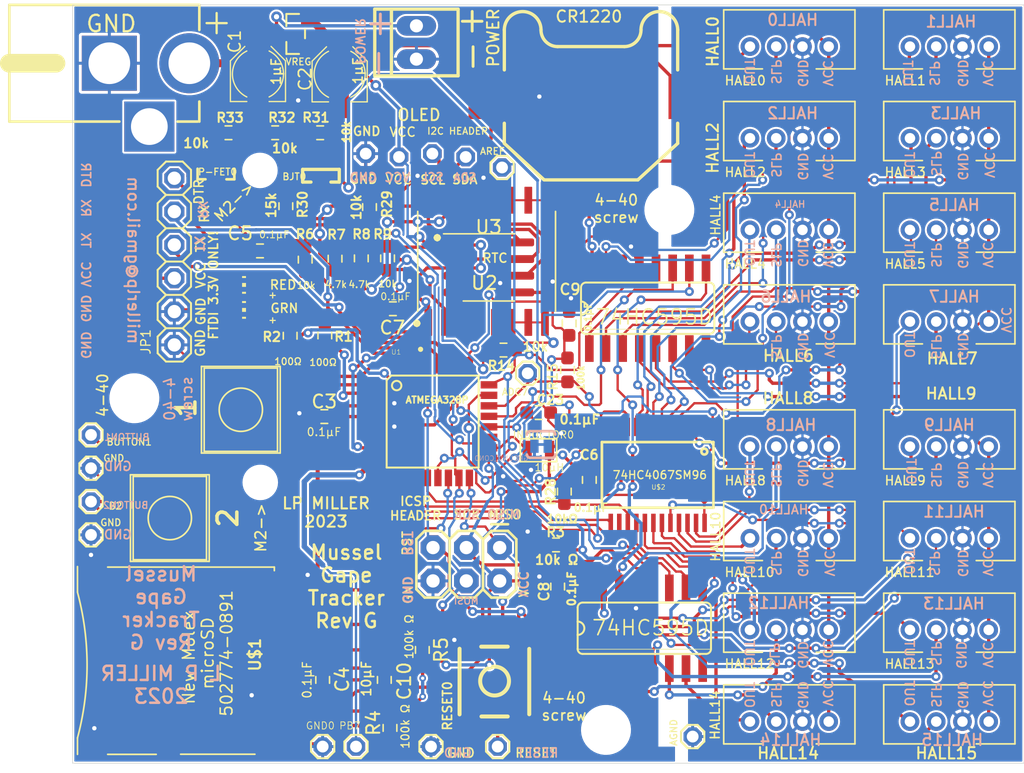
<source format=kicad_pcb>
(kicad_pcb (version 20221018) (generator pcbnew)
  (layers (0 "F.Cu" signal) (31 "B.Cu" signal) (34 "B.Paste" user) (35 "F.Paste" user) (36 "B.SilkS" user "B.Silkscreen") (37 "F.SilkS" user "F.Silkscreen") (38 "B.Mask" user) (39 "F.Mask" user) (44 "Edge.Cuts" user))
  (net 0 "")
  (net 1 "GND")
  (net 2 "VCC")
  (net 3 "/GATE")
  (net 4 "/VRAW1")
  (net 5 "/DTR")
  (net 6 "/RESET")
  (net 7 "/CS_SHIFT_REG")
  (net 8 "/AVCC")
  (net 9 "/AGND")
  (net 10 "/VBAT")
  (net 11 "/HALL0_~{SLEEP}")
  (net 12 "/HALL0_OUTPUT")
  (net 13 "/HALL1_~{SLEEP}")
  (net 14 "/HALL1_OUTPUT")
  (net 15 "/HALL2_~{SLEEP}")
  (net 16 "/HALL2_OUTPUT")
  (net 17 "/HALL3_~{SLEEP}")
  (net 18 "/HALL3_OUTPUT")
  (net 19 "/HALL4_~{SLEEP}")
  (net 20 "/HALL4_OUTPUT")
  (net 21 "/HALL5_~{SLEEP}")
  (net 22 "/HALL5_OUTPUT")
  (net 23 "/HALL6_~{SLEEP}")
  (net 24 "/HALL6_OUTPUT")
  (net 25 "/HALL7_~{SLEEP}")
  (net 26 "/HALL7_OUTPUT")
  (net 27 "/HALL8_~{SLEEP}")
  (net 28 "/HALL8_OUTPUT")
  (net 29 "/HALL9_~{SLEEP}")
  (net 30 "/HALL9_OUTPUT")
  (net 31 "/HALL10_~{SLEEP}")
  (net 32 "/HALL10_OUTPUT")
  (net 33 "/HALL11_~{SLEEP}")
  (net 34 "/HALL11_OUTPUT")
  (net 35 "/HALL12_~{SLEEP}")
  (net 36 "/HALL12_OUTPUT")
  (net 37 "/HALL13_~{SLEEP}")
  (net 38 "/HALL13_OUTPUT")
  (net 39 "/HALL14_~{SLEEP}")
  (net 40 "/HALL14_OUTPUT")
  (net 41 "/HALL15_~{SLEEP}")
  (net 42 "/HALL15_OUTPUT")
  (net 43 "/MISO")
  (net 44 "/SCK")
  (net 45 "/MOSI")
  (net 46 "/TO_FTDI_TX")
  (net 47 "/TO_FTDI_RX")
  (net 48 "Net-(LED1-PadA)")
  (net 49 "Net-(LED2-PadA)")
  (net 50 "/SCL")
  (net 51 "/SDA")
  (net 52 "/PB7")
  (net 53 "/LED_RED")
  (net 54 "/LED_GRN")
  (net 55 "/32KHZ")
  (net 56 "/SHIFT_CLEAR")
  (net 57 "/ANALOG_0")
  (net 58 "/MUX_~{EN}")
  (net 59 "/BATT_MONITOR")
  (net 60 "/BATT_MONITOR_EN")
  (net 61 "Net-(BJT0-B)")
  (net 62 "Net-(P-FET0-D)")
  (net 63 "/CS_SD")
  (net 64 "/MUX_S0")
  (net 65 "/MUX_S1")
  (net 66 "/MUX_S3")
  (net 67 "/MUX_S2")
  (net 68 "/BUTTON1")
  (net 69 "/BUTTON2")
  (net 70 "/AREF")
  (net 75 "Net-(U$1-DAT2_RES)")
  (net 76 "Net-(U$1-DAT1_NC)")
  (net 79 "Net-(SHIFT_0-QH*)")
  (net 85 "unconnected-(U2-N.C.-Pad10)")
  (footprint "MusselGapeTracker_RevE:SOT95P237X112-3N" (layer "F.Cu") (at 114.975 78.375 90)
    (fp_text reference "MCP1700T-3302" hide)
    (fp_text value "MCP1700T-3302E/TT" hide)
  )
  (footprint "Resistor_SMD:R_0603_1608Metric_Pad0.98x0.95mm_HandSolder" (layer "F.Cu") (at 121.975 95.475 90)
    (fp_text reference "R9")
    (fp_text value "10k Ω" hide)
  )
  (footprint "Resistor_SMD:R_0603_1608Metric_Pad0.98x0.95mm_HandSolder" (layer "F.Cu") (at 134.8105 117.3101)
    (fp_text reference "R3")
    (fp_text value "10k Ω")
  )
  (footprint "MusselGapeTracker_RevE:1X01_SMALL" (layer "F.Cu") (at 130.3655 132.6771)
    (fp_text reference "U$3" hide)
    (fp_text value "PINHD-1X1SMALL" hide)
  )
  (footprint "MusselGapeTracker_RevE:STAND-OFF" (layer "F.Cu") (at 102.6795 106.1341)
    (fp_text reference "STANDOFF2" hide)
    (fp_text value "STAND-OFF4-40" hide)
  )
  (footprint "MusselGapeTracker_RevE:PUSHBUTTON_DPST_SMD" (layer "F.Cu") (at 105.3846 115.2652)
    (fp_text reference "BUTTON2" hide)
    (fp_text value "PUSHBUTTON_DPST_SMDSTANDARD" hide)
  )
  (footprint "MusselGapeTracker_RevE:JST-PH-4-THM" (layer "F.Cu") (at 152.5905 100.2921)
    (fp_text reference "HALL6" hide)
    (fp_text value "JST-4PINTH_STRAIGHT" hide)
  )
  (footprint "MusselGapeTracker_RevE:1X01_SMALL" (layer "F.Cu") (at 132.6515 104.2291)
    (fp_text reference "U$10" hide)
    (fp_text value "PINHD-1X1SMALL" hide)
  )
  (footprint "MusselGapeTracker_RevE:JST-PH-4-THM" (layer "F.Cu") (at 164.7825 109.8171)
    (fp_text reference "HALL9")
    (fp_text value "JST-4PINTH_STRAIGHT" hide)
  )
  (footprint "MusselGapeTracker_RevE:SO16" (layer "F.Cu") (at 141.5415 123.6601)
    (fp_text reference "SHIFT_1" hide)
    (fp_text value "74HC595D")
  )
  (footprint "MusselGapeTracker_RevE:PANASONIC_B" (layer "F.Cu") (at 112.1 81.425 90)
    (fp_text reference "C1")
    (fp_text value "1µF")
  )
  (footprint "Resistor_SMD:R_0603_1608Metric_Pad0.98x0.95mm_HandSolder" (layer "F.Cu") (at 134.9375 120.4851 90)
    (fp_text reference "C8")
    (fp_text value "0.1µF")
  )
  (footprint "Resistor_SMD:R_0603_1608Metric_Pad0.98x0.95mm_HandSolder" (layer "F.Cu") (at 130.81 102.4636 180)
    (fp_text reference "R14")
    (fp_text value "10k")
  )
  (footprint "MusselGapeTracker_RevE:JST-PH-4-THM" (layer "F.Cu") (at 152.5905 116.8021)
    (fp_text reference "HALL10")
    (fp_text value "JST-4PINTH_STRAIGHT" hide)
  )
  (footprint "MusselGapeTracker_RevE:CHIPLED_0805" (layer "F.Cu") (at 111.1885 99.4031 90)
    (fp_text reference "LED2" hide)
    (fp_text value "GREEN_LED" hide)
  )
  (footprint "MusselGapeTracker_RevE:PUSHBUTTON_DPST_SMD" (layer "F.Cu") (at 110.7948 107.0102)
    (fp_text reference "BUTTON1" hide)
    (fp_text value "PUSHBUTTON_DPST_SMDSTANDARD" hide)
  )
  (footprint "MusselGapeTracker_RevE:2X3" (layer "F.Cu") (at 127.9779 117.5133 180)
    (fp_text reference "J1" hide)
    (fp_text value "AVR_SPI_PRG_6PTH" hide)
  )
  (footprint "MusselGapeTracker_RevE:STAND-OFF_M2" (layer "F.Cu") (at 112.25 88.775)
    (fp_text reference "STANDOFF5_M2" hide)
    (fp_text value "STAND-OFFM2" hide)
  )
  (footprint "MusselGapeTracker_RevE:1X01_SMALL" (layer "F.Cu") (at 130.7 88.55)
    (fp_text reference "U$17" hide)
    (fp_text value "PINHD-1X1SMALL" hide)
  )
  (footprint "MusselGapeTracker_RevE:JST-PH-4-THM" (layer "F.Cu") (at 164.7825 116.8021)
    (fp_text reference "HALL11")
    (fp_text value "JST-4PINTH_STRAIGHT" hide)
  )
  (footprint "MusselGapeTracker_RevE:JST-PH-4-THM" (layer "F.Cu") (at 164.7825 130.7721)
    (fp_text reference "HALL15" hide)
    (fp_text value "JST-4PINTH_STRAIGHT" hide)
  )
  (footprint "Resistor_SMD:R_0603_1608Metric_Pad0.98x0.95mm_HandSolder" (layer "F.Cu") (at 135.6868 103.9751 90)
    (fp_text reference "R15")
    (fp_text value "100k")
  )
  (footprint "MusselGapeTracker_RevE:1X01_SMALL" (layer "F.Cu") (at 99.3775 108.9281)
    (fp_text reference "U$6" hide)
    (fp_text value "PINHD-1X1SMALL" hide)
  )
  (footprint "MusselGapeTracker_RevE:1X01_SMALL" (layer "F.Cu") (at 99.3775 111.4681)
    (fp_text reference "U$7" hide)
    (fp_text value "PINHD-1X1SMALL" hide)
  )
  (footprint "Resistor_SMD:R_0603_1608Metric_Pad0.98x0.95mm_HandSolder" (layer "F.Cu") (at 122.1613 131.2547 90)
    (fp_text reference "R4")
    (fp_text value "100k Ω" hide)
  )
  (footprint "Resistor_SMD:R_0603_1608Metric_Pad0.98x0.95mm_HandSolder" (layer "F.Cu") (at 113.4106 85.904)
    (fp_text reference "R32")
    (fp_text value "10k")
  )
  (footprint "MusselGapeTracker_RevE:1X01_SMALL" (layer "F.Cu") (at 119.5705 132.6771)
    (fp_text reference "PB7")
    (fp_text value "PINHD-1X1SMALL" hide)
  )
  (footprint "Resistor_SMD:R_0603_1608Metric_Pad0.98x0.95mm_HandSolder" (layer "F.Cu") (at 109.8546 85.904 180)
    (fp_text reference "R33")
    (fp_text value "10k")
  )
  (footprint "MusselGapeTracker_RevE:1X04_LOCK" (layer "F.Cu") (at 124.12 87.623)
    (fp_text reference "OLED")
    (fp_text value "PINHD-1X4LOCK" hide)
  )
  (footprint "MusselGapeTracker_RevE:CHIPLED_0805" (layer "F.Cu") (at 111.1885 97.4981 90)
    (fp_text reference "LED1" hide)
    (fp_text value "RED_LED" hide)
  )
  (footprint "MusselGapeTracker_RevE:STAND-OFF" (layer "F.Cu") (at 138.6205 131.4071)
    (fp_text reference "STANDOFF3" hide)
    (fp_text value "STAND-OFF4-40" hide)
  )
  (footprint "MusselGapeTracker_RevE:PANASONIC_B" (layer "F.Cu") (at 118.325 81.45 90)
    (fp_text reference "C2")
    (fp_text value "1µF")
  )
  (footprint "MusselGapeTracker_RevE:JST-PH-4-THM" (layer "F.Cu") (at 152.5905 79.3371)
    (fp_text reference "HALL0")
    (fp_text value "JST-4PINTH_STRAIGHT" hide)
  )
  (footprint "Resistor_SMD:R_0603_1608Metric_Pad0.98x0.95mm_HandSolder" (layer "F.Cu") (at 133.4897 107.2263)
    (fp_text reference "C23")
    (fp_text value "0.1µF")
  )
  (footprint "Resistor_SMD:R_0603_1608Metric_Pad0.98x0.95mm_HandSolder" (layer "F.Cu") (at 117.1575 107.5311 180)
    (fp_text reference "C3")
    (fp_text value "0.1µF" hide)
  )
  (footprint "MusselGapeTracker_RevE:JST-PH-4-THM" (layer "F.Cu") (at 152.5905 123.7871)
    (fp_text reference "HALL12")
    (fp_text value "JST-4PINTH_STRAIGHT" hide)
  )
  (footprint "Resistor_SMD:R_0603_1608Metric_Pad0.98x0.95mm_HandSolder" (layer "F.Cu") (at 135.4455 113.2461 90)
    (fp_text reference "R28")
    (fp_text value "10kΩ")
  )
  (footprint "MusselGapeTracker_RevE:CR1220_BATTERY_HOLDER_SMD" (layer "F.Cu") (at 137.4775 83.1471)
    (fp_text reference "CR1220_BATTERY0" hide)
    (fp_text value "CR1220_BATTERY_HOLDERSMD" hide)
  )
  (footprint "Resistor_SMD:R_0603_1608Metric_Pad0.98x0.95mm_HandSolder" (layer "F.Cu") (at 115.7 95.575 90)
    (fp_text reference "R6")
    (fp_text value "10k Ω" hide)
  )
  (footprint "MusselGapeTracker_RevE:1X01_SMALL" (layer "F.Cu") (at 99.3775 114.0081)
    (fp_text reference "U$8" hide)
    (fp_text value "PINHD-1X1SMALL" hide)
  )
  (footprint "MusselGapeTracker_RevE:JST-PH-4-THM" (layer "F.Cu") (at 152.5905 109.8171)
    (fp_text reference "HALL8")
    (fp_text value "JST-4PINTH_STRAIGHT" hide)
  )
  (footprint "MusselGapeTracker_RevE:JST-PH-4-THM" (layer "F.Cu") (at 152.5905 86.3221)
    (fp_text reference "HALL2")
    (fp_text value "JST-4PINTH_STRAIGHT" hide)
  )
  (footprint "Resistor_SMD:R_0603_1608Metric_Pad0.98x0.95mm_HandSolder" (layer "F.Cu") (at 117.1956 101.346 -90)
    (fp_text reference "R1")
    (fp_text value "100 Ω" hide)
  )
  (footprint "Resistor_SMD:R_0603_1608Metric_Pad0.98x0.95mm_HandSolder" (layer "F.Cu") (at 120.5992 91.567 -90)
    (fp_text reference "R29")
    (fp_text value "10k")
  )
  (footprint "Resistor_SMD:R_0603_1608Metric_Pad0.98x0.95mm_HandSolder" (layer "F.Cu") (at 137.3505 112.3571 90)
    (fp_text reference "C6")
    (fp_text value "0.1µF")
  )
  (footprint "Resistor_SMD:R_0603_1608Metric_Pad0.98x0.95mm_HandSolder" (layer "F.Cu") (at 124.6251 125.3111 -90)
    (fp_text reference "R5")
    (fp_text value "100k Ω" hide)
  )
  (footprint "MusselGapeTracker_RevE:1X06-RIGHT_ANGLE" (layer "F.Cu") (at 105.7275 102.0701 90)
    (fp_text reference "JP1")
    (fp_text value "FTDI_HEADER" hide)
  )
  (footprint "Resistor_SMD:R_0603_1608Metric_Pad0.98x0.95mm_HandSolder" (layer "F.Cu") (at 117.975 95.5 90)
    (fp_text reference "R7")
    (fp_text value "4.7k" hide)
  )
  (footprint "MusselGapeTracker_RevE:1X01_SMALL" (layer "F.Cu") (at 99.3775 116.5481)
    (fp_text reference "U$9" hide)
    (fp_text value "PINHD-1X1SMALL" hide)
  )
  (footprint "MusselGapeTracker_RevE:SO16" (layer "F.Cu") (at 141.7955 99.2761)
    (fp_text reference "SHIFT_0" hide)
    (fp_text value "74HC595D")
  )
  (footprint "MusselGapeTracker_RevE:SOT23-3" (layer "F.Cu") (at 108.9 88.75 180)
    (fp_text reference "P-FET0")
    (fp_text value "MOSFET-PCHANNELBSH203" hide)
  )
  (footprint "MusselGapeTracker_RevE:1X01_SMALL" (layer "F.Cu") (at 125.2855 132.6771)
    (fp_text reference "U$4" hide)
    (fp_text value "PINHD-1X1SMALL" hide)
  )
  (footprint "Resistor_SMD:R_0603_1608Metric_Pad0.98x0.95mm_HandSolder" (layer "F.Cu") (at 119.975 95.475 90)
    (fp_text reference "R8")
    (fp_text value "4.7k" hide)
  )
  (footprint "MusselGapeTracker_RevE:STAND-OFF_M2" (layer "F.Cu") (at 112.275 112.55)
    (fp_text reference "STANDOFF4_M2" hide)
    (fp_text value "STAND-OFFM2" hide)
  )
  (footprint "Resistor_SMD:R_0603_1608Metric_Pad0.98x0.95mm_HandSolder" (layer "F.Cu") (at 135.8138 100.4316 90)
    (fp_text reference "C9")
    (fp_text value "0.1µF")
  )
  (footprint "MusselGapeTracker_RevE:22-23-2021" (layer "F.Cu") (at 124.175 79.025 90)
    (fp_text reference "MOLEX_KK0" hide)
    (fp_text value "22-23-2021" hide)
  )
  (footprint "MusselGapeTracker_RevE:PUSHBUTTON_SPST_PTS525_SERIES" (layer "F.Cu") (at 130.1115 127.7239 90)
    (fp_text reference "RESET0")
    (fp_text value "PUSHBUTTON_DPST_SMDSMALL" hide)
  )
  (footprint "MusselGapeTracker_RevE:JST-PH-4-THM" (layer "F.Cu") (at 164.7825 100.2921)
    (fp_text reference "HALL7" hide)
    (fp_text value "JST-4PINTH_STRAIGHT" hide)
  )
  (footprint "MusselGapeTracker_RevE:SOT23" (layer "F.Cu") (at 116.9 88.9 180)
    (fp_text reference "BJT0")
    (fp_text value "KSC1623_BJT_TRANSISTOR" hide)
  )
  (footprint "MusselGapeTracker_RevE:JST-PH-4-THM" (layer "F.Cu") (at 164.7825 123.7871)
    (fp_text reference "HALL13")
    (fp_text value "JST-4PINTH_STRAIGHT" hide)
  )
  (footprint "MusselGapeTracker_RevE:MICROSD_SOCKET_MOLEX_REVERSEMOUNT" (layer "F.Cu") (at 113.3475 132.2707 90)
    (fp_text reference "U$1")
    (fp_text value "MICROSD_MOLEX_REVERSECURRENT" hide)
  )
  (footprint "MusselGapeTracker_RevE:STAND-OFF" (layer "F.Cu") (at 143.4465 91.7831)
    (fp_text reference "STANDOFF1" hide)
    (fp_text value "STAND-OFF4-40" hide)
  )
  (footprint "Resistor_SMD:R_0603_1608Metric_Pad0.98x0.95mm_HandSolder" (layer "F.Cu") (at 121.7295 127.5971 -90)
    (fp_text reference "C4")
    (fp_text value "0.1µF" hide)
  )
  (footprint "MusselGapeTracker_RevE:JST-PH-4-THM" (layer "F.Cu") (at 152.5905 93.3071)
    (fp_text reference "HALL4")
    (fp_text value "JST-4PINTH_STRAIGHT" hide)
  )
  (footprint "MusselGapeTracker_RevE:1X01_SMALL" (layer "F.Cu") (at 117.0305 132.6771)
    (fp_text reference "GND0")
    (fp_text value "PINHD-1X1SMALL" hide)
  )
  (footprint "MusselGapeTracker_RevE:JST-PH-4-THM" (layer "F.Cu") (at 164.7825 79.3371)
    (fp_text reference "HALL1")
    (fp_text value "JST-4PINTH_STRAIGHT" hide)
  )
  (footprint "MusselGapeTracker_RevE:I_0805" (layer "F.Cu") (at 133.4643 110.0965)
    (fp_text reference "INDUCTOR0")
    (fp_text value "10µH")
  )
  (footprint "MusselGapeTracker_RevE:1X01_SMALL" (layer "F.Cu") (at 145.2245 131.9151)
    (fp_text reference "U$11" hide)
    (fp_text value "PINHD-1X1SMALL" hide)
  )
  (footprint "MusselGapeTracker_RevE:JST-PH-4-THM" (layer "F.Cu") (at 152.5905 130.7721)
    (fp_text reference "HALL14" hide)
    (fp_text value "JST-4PINTH_STRAIGHT" hide)
  )
  (footprint "Resistor_SMD:R_0603_1608Metric_Pad0.98x0.95mm_HandSolder" (layer "F.Cu") (at 114.225 91.5 -90)
    (fp_text reference "R30")
    (fp_text value "15k")
  )
  (footprint "MusselGapeTracker_RevE:POWER_JACK_DC_2,1MM" (layer "F.Cu") (at 106.8705 80.6071 180)
    (fp_text reference "UNK2,1MM_JACK0" hide)
    (fp_text value "POWER_JACK_2,1MM" hide)
  )
  (footprint "Resistor_SMD:R_0603_1608Metric_Pad0.98x0.95mm_HandSolder" (layer "F.Cu") (at 112.2553 94.9073)
    (fp_text reference "C5")
    (fp_text value "0.1µF" hide)
  )
  (footprint "Resistor_SMD:R_0603_1608Metric_Pad0.98x0.95mm_HandSolder" (layer "F.Cu") (at 117.0305 127.5971 -90)
    (fp_text reference "C10")
    (fp_text value "10µF")
  )
  (footprint "Resistor_SMD:R_0603_1608Metric_Pad0.98x0.95mm_HandSolder" (layer "F.Cu") (at 122.3824 99.3144 180)
    (fp_text reference "C7")
    (fp_text value "0.1µF" hide)
  )
  (footprint "Resistor_SMD:R_0603_1608Metric_Pad0.98x0.95mm_HandSolder" (layer "F.Cu") (at 114.554 101.3714 -90)
    (fp_text reference "R2")
    (fp_text value "100 Ω" hide)
  )
  (footprint "Package_SO:SOIC-8_3.9x4.9mm_P1.27mm" (layer "F.Cu") (at 129.6924 96.1644)
    (fp_text reference "U3")
    (fp_text value "DS3231MZ")
  )
  (footprint "MusselGapeTracker_RevE:SSOP24" (layer "F.Cu") (at 142.5575 111.9761 180)
    (fp_text reference "U$2")
    (fp_text value "74HC4067SM96")
  )
  (footprint "MusselGapeTracker_RevE:JST-PH-4-THM" (layer "F.Cu") (at 164.7825 86.3221)
    (fp_text reference "HALL3")
    (fp_text value "JST-4PINTH_STRAIGHT" hide)
  )
  (footprint "DS3231M_TRL:SOIC127P1032X265-16N" (layer "F.Cu") (at 129.525 95.7 90)
    (fp_text reference "U2")
    (fp_text value "DS3231M+TRL" hide)
  )
  (footprint "MusselGapeTracker_RevE:JST-PH-4-THM" (layer "F.Cu") (at 164.7825 93.3071)
    (fp_text reference "HALL5")
    (fp_text value "JST-4PINTH_STRAIGHT" hide)
  )
  (footprint "MusselGapeTracker_RevE:TQFP32-08" (layer "F.Cu") (at 125.4125 107.9121)
    (fp_text reference "U1")
    (fp_text value "ATMEGA328P")
  )
  (footprint "Resistor_SMD:R_0603_1608Metric_Pad0.98x0.95mm_HandSolder" (layer "F.Cu") (at 116.8396 85.904)
    (fp_text reference "R31")
    (fp_text value "10k")
  )
  (footprint "MusselGapeTracker_RevE:SJ_2S-TRACE" (layer "B.Cu") (at 133.6744 109.6594)
    (fp_text reference "GROUND_CON0")
    (fp_text value "SOLDER_JUMPER_TRACESTANDARD" hide)
  )
  (gr_line (start 97.9805 133.9471) (end 170.4721 133.9471) (stroke (width 0.05)) (layer "Edge.Cuts"))
  (gr_line (start 97.9805 76.1621) (end 97.9805 133.9471) (stroke (width 0.05)) (layer "Edge.Cuts"))
  (gr_line (start 170.4724 133.9494) (end 170.4724 76.1644) (stroke (width 0.05)) (layer "Edge.Cuts"))
  (gr_line (start 170.4721 76.1621) (end 97.9805 76.1621) (stroke (width 0.05)) (layer "Edge.Cuts"))
  (gr_text "VCC" (at 167.7035 81.3691 -90) (layer "B.SilkS") (effects (font (size 0.69088 0.69088) (thickness 0.12192)) (justify mirror)))
  (gr_text "GND" (at 165.7985 88.4811 -90) (layer "B.SilkS") (effects (font (size 0.69088 0.69088) (thickness 0.12192)) (justify mirror)))
  (gr_text "SLP" (at 151.4475 125.6921 -90) (layer "B.SilkS") (effects (font (size 0.69088 0.69088) (thickness 0.12192)) (justify mirror)))
  (gr_text "SLP" (at 163.6395 81.3691 -90) (layer "B.SilkS") (effects (font (size 0.69088 0.69088) (thickness 0.12192)) (justify mirror)))
  (gr_text "SCK" (at 129.0955 115.4051) (layer "B.SilkS") (effects (font (size 0.69088 0.69088) (thickness 0.12192)) (justify left bottom mirror)))
  (gr_text "VCC" (at 169.1005 100.1651 -90) (layer "B.SilkS") (effects (font (size 0.69088 0.69088) (thickness 0.12192)) (justify mirror)))
  (gr_text "BUTTON1" (at 103.8824 109.4094) (layer "B.SilkS") (effects (font (size 0.51816 0.51816) (thickness 0.09144)) (justify left bottom mirror)))
  (gr_text "OUT" (at 149.5425 81.2421 -90) (layer "B.SilkS") (effects (font (size 0.69088 0.69088) (thickness 0.12192)) (justify mirror)))
  (gr_text "OUT" (at 149.5425 128.7401 -90) (layer "B.SilkS") (effects (font (size 0.69088 0.69088) (thickness 0.12192)) (justify mirror)))
  (gr_text "SLP" (at 151.5745 102.1971 -90) (layer "B.SilkS") (effects (font (size 0.69088 0.69088) (thickness 0.12192)) (justify mirror)))
  (gr_text "SLP" (at 151.5745 118.7071 -90) (layer "B.SilkS") (effects (font (size 0.69088 0.69088) (thickness 0.12192)) (justify mirror)))
  (gr_text "MOSI" (at 128.9685 121.8821) (layer "B.SilkS") (effects (font (size 0.51816 0.51816) (thickness 0.09144)) (justify left bottom mirror)))
  (gr_text "RX" (at 99.3775 90.8941 -90) (layer "B.SilkS") (effects (font (size 0.682752 0.682752) (thickness 0.130048)) (justify right top mirror)))
  (gr_text "GND" (at 99.3775 100.4191 -90) (layer "B.SilkS") (effects (font (size 0.682752 0.682752) (thickness 0.130048)) (justify left top mirror)))
  (gr_text "VCC" (at 155.5115 128.6131 -90) (layer "B.SilkS") (effects (font (size 0.69088 0.69088) (thickness 0.12192)) (justify mirror)))
  (gr_text "OUT" (at 161.8615 111.7221 -90) (layer "B.SilkS") (effects (font (size 0.69088 0.69088) (thickness 0.12192)) (justify mirror)))
  (gr_text "GND" (at 153.6065 88.4811 -90) (layer "B.SilkS") (effects (font (size 0.69088 0.69088) (thickness 0.12192)) (justify mirror)))
  (gr_text "HALL13" (at 167.5765 122.2885) (layer "B.SilkS") (effects (font (size 0.8636 0.8636) (thickness 0.1524)) (justify left bottom mirror)))
  (gr_text "-" (at 122.6024 79.2444 -90) (layer "B.SilkS") (effects (font (size 1.96596 1.96596) (thickness 0.21844)) (justify right top mirror)))
  (gr_text "GND" (at 165.7985 81.3691 -90) (layer "B.SilkS") (effects (font (size 0.69088 0.69088) (thickness 0.12192)) (justify mirror)))
  (gr_text "GND" (at 165.7985 95.2121 -90) (layer "B.SilkS") (effects (font (size 0.69088 0.69088) (thickness 0.12192)) (justify mirror)))
  (gr_text "OUT" (at 161.7345 118.5801 -90) (layer "B.SilkS") (effects (font (size 0.69088 0.69088) (thickness 0.12192)) (justify mirror)))
  (gr_text "HALL14" (at 155.1305 132.6771) (layer "B.SilkS") (effects (font (size 0.8636 0.8636) (thickness 0.1524)) (justify left bottom mirror)))
  (gr_text "GND" (at 165.7985 102.1971 -90) (layer "B.SilkS") (effects (font (size 0.69088 0.69088) (thickness 0.12192)) (justify mirror)))
  (gr_text "HALL8" (at 154.7495 108.6741) (layer "B.SilkS") (effects (font (size 0.8636 0.8636) (thickness 0.1524)) (justify left bottom mirror)))
  (gr_text "GND" (at 153.6065 111.8491 -90) (layer "B.SilkS") (effects (font (size 0.69088 0.69088) (thickness 0.12192)) (justify mirror)))
  (gr_text "VCC" (at 155.5115 111.9761 -90) (layer "B.SilkS") (effects (font (size 0.69088 0.69088) (thickness 0.12192)) (justify mirror)))
  (gr_text "OUT" (at 161.7345 128.6131 -90) (layer "B.SilkS") (effects (font (size 0.69088 0.69088) (thickness 0.12192)) (justify mirror)))
  (gr_text "OUT" (at 161.6075 81.3691 -90) (layer "B.SilkS") (effects (font (size 0.69088 0.69088) (thickness 0.12192)) (justify mirror)))
  (gr_text "VCC" (at 99.3775 97.7521 -90) (layer "B.SilkS") (effects (font (size 0.682752 0.682752) (thickness 0.130048)) (justify left top mirror)))
  (gr_text "POWER" (at 120.2724 77.0994 -90) (layer "B.SilkS") (effects (font (size 0.682752 0.682752) (thickness 0.130048)) (justify right top mirror)))
  (gr_text "OUT" (at 149.5425 111.8491 -90) (layer "B.SilkS") (effects (font (size 0.69088 0.69088) (thickness 0.12192)) (justify mirror)))
  (gr_text "GND" (at 121.2524 89.7094) (layer "B.SilkS") (effects (font (size 0.674624 0.674624) (thickness 0.138176)) (justify left bottom mirror)))
  (gr_text "SLP" (at 163.7665 88.2271 -90) (layer "B.SilkS") (effects (font (size 0.69088 0.69088) (thickness 0.12192)) (justify mirror)))
  (gr_text "VCC" (at 167.7035 125.6921 -90) (layer "B.SilkS") (effects (font (size 0.69088 0.69088) (thickness 0.12192)) (justify mirror)))
  (gr_text "VCC" (at 167.7035 111.9761 -90) (layer "B.SilkS") (effects (font (size 0.69088 0.69088) (thickness 0.12192)) (justify mirror)))
  (gr_text "SLP" (at 151.5745 88.3541 -90) (layer "B.SilkS") (effects (font (size 0.69088 0.69088) (thickness 0.12192)) (justify mirror)))
  (gr_text "VCC" (at 155.6385 118.7071 -90) (layer "B.SilkS") (effects (font (size 0.69088 0.69088) (thickness 0.12192)) (justify mirror)))
  (gr_text "MISO" (at 132.1435 115.4051) (layer "B.SilkS") (effects (font (size 0.69088 0.69088) (thickness 0.12192)) (justify left bottom mirror)))
  (gr_text "VCC" (at 167.7035 128.6131 -90) (layer "B.SilkS") (effects (font (size 0.69088 0.69088) (thickness 0.12192)) (justify mirror)))
  (gr_text "GND" (at 102.5525 116.9291) (layer "B.SilkS") (effects (font (size 0.69088 0.69088) (thickness 0.12192)) (justify left bottom mirror)))
  (gr_text "GND" (at 153.6065 95.0851 -90) (layer "B.SilkS") (effects (font (size 0.69088 0.69088) (thickness 0.12192)) (justify mirror)))
  (gr_text "BUTTON2" (at 103.8024 114.5894) (layer "B.SilkS") (effects (font (size 0.51816 0.51816) (thickness 0.09144)) (justify left bottom mirror)))
  (gr_text "VCC" (at 167.7035 118.7071 -90) (layer "B.SilkS") (effects (font (size 0.69088 0.69088) (thickness 0.12192)) (justify mirror)))
  (gr_text "GND" (at 165.7985 128.7401 -90) (layer "B.SilkS") (effects (font (size 0.69088 0.69088) (thickness 0.12192)) (justify mirror)))
  (gr_text "GND" (at 165.7985 111.9761 -90) (layer "B.SilkS") (effects (font (size 0.69088 0.69088) (thickness 0.12192)) (justify mirror)))
  (gr_text "GND" (at 153.6065 118.7071 -90) (layer "B.SilkS") (effects (font (size 0.69088 0.69088) (thickness 0.12192)) (justify mirror)))
  (gr_text "HALL6" (at 154.3685 98.8951) (layer "B.SilkS") (effects (font (size 0.8636 0.8636) (thickness 0.1524)) (justify left bottom mirror)))
  (gr_text "GND" (at 153.6065 102.1971 -90) (layer "B.SilkS") (effects (font (size 0.69088 0.69088) (thickness 0.12192)) (justify mirror)))
  (gr_text "OUT" (at 161.7345 102.0701 -90) (layer "B.SilkS") (effects (font (size 0.69088 0.69088) (thickness 0.12192)) (justify mirror)))
  (gr_text "SLP" (at 163.7665 95.2121 -90) (layer "B.SilkS") (effects (font (size 0.69088 0.69088) (thickness 0.12192)) (justify mirror)))
  (gr_text "VCC" (at 155.5115 81.3691 -90) (layer "B.SilkS") (effects (font (size 0.69088 0.69088) (thickness 0.12192)) (justify mirror)))
  (gr_text "SLP" (at 163.7665 102.1971 -90) (layer "B.SilkS") (effects (font (size 0.69088 0.69088) (thickness 0.12192)) (justify mirror)))
  (gr_text "SLP" (at 151.5745 81.2421 -90) (layer "B.SilkS") (effects (font (size 0.69088 0.69088) (thickness 0.12192)) (justify mirror)))
  (gr_text "HALL10" (at 154.1145 115.0241) (layer "B.SilkS") (effects (font (size 0.69088 0.69088) (thickness 0.12192)) (justify left bottom mirror)))
  (gr_text "SLP" (at 163.7665 111.9761 -90) (layer "B.SilkS") (effects (font (size 0.69088 0.69088) (thickness 0.12192)) (justify mirror)))
  (gr_text "RST" (at 123.1011 118.1991 -90) (layer "B.SilkS") (effects (font (size 0.682752 0.682752) (thickness 0.130048)) (justify left bottom mirror)))
  (gr_text "4-40\nscrew" (at 107.1624 106.1894 90) (layer "B.SilkS") (effects (font (size 0.8128 0.8128) (thickness 0.127)) (justify bottom mirror)))
  (gr_text "millerlp@gmail.com" (at 102.6033 95.6185 -90) (layer "B.SilkS") (effects (font (size 0.8636 0.8636) (thickness 0.1524)) (justify mirror)))
  (gr_text "SLP" (at 151.5745 111.9761 -90) (layer "B.SilkS") (effects (font (size 0.69088 0.69088) (thickness 0.12192)) (justify mirror)))
  (gr_text "GND" (at 165.6715 125.6921 -90) (layer "B.SilkS") (effects (font (size 0.69088 0.69088) (thickness 0.12192)) (justify mirror)))
  (gr_text "HALL15" (at 167.4495 132.6771) (layer "B.SilkS") (effects (font (size 0.8636 0.8636) (thickness 0.1524)) (justify left bottom mirror)))
  (gr_text "SLP" (at 163.7665 128.7401 -90) (layer "B.SilkS") (effects (font (size 0.69088 0.69088) (thickness 0.12192)) (justify mirror)))
  (gr_text "+" (at 122.7874 78.6094) (layer "B.SilkS") (effects (font (size 1.96596 1.96596) (thickness 0.21844)) (justify left bottom mirror)))
  (gr_text "VCC" (at 155.5115 88.4811 -90) (layer "B.SilkS") (effects (font (size 0.69088 0.69088) (thickness 0.12192)) (justify mirror)))
  (gr_text "GND" (at 153.6065 125.6921 -90) (layer "B.SilkS") (effects (font (size 0.69088 0.69088) (thickness 0.12192)) (justify mirror)))
  (gr_text "HALL11" (at 167.5765 115.2781) (layer "B.SilkS") (effects (font (size 0.8636 0.8636) (thickness 0.1524)) (justify left bottom mirror)))
  (gr_text "GND" (at 165.7985 118.7071 -90) (layer "B.SilkS") (effects (font (size 0.69088 0.69088) (thickness 0.12192)) (justify mirror)))
  (gr_text "VCC" (at 155.6385 102.0701 -90) (layer "B.SilkS") (effects (font (size 0.69088 0.69088) (thickness 0.12192)) (justify mirror)))
  (gr_text "HALL5" (at 167.1955 91.9101) (layer "B.SilkS") (effects (font (size 0.8636 0.8636) (thickness 0.1524)) (justify left bottom mirror)))
  (gr_text "SLP" (at 151.5745 95.2121 -90) (layer "B.SilkS") (effects (font (size 0.69088 0.69088) (thickness 0.12192)) (justify mirror)))
  (gr_text "VCC" (at 123.7742 89.7094) (layer "B.SilkS") (effects (font (size 0.682752 0.682752) (thickness 0.130048)) (justify left bottom mirror)))
  (gr_text "HALL2" (at 154.8765 84.9251) (layer "B.SilkS") (effects (font (size 0.8636 0.8636) (thickness 0.1524)) (justify left bottom mirror)))
  (gr_text "VCC" (at 155.5115 125.5651 -90) (layer "B.SilkS") (effects (font (size 0.69088 0.69088) (thickness 0.12192)) (justify mirror)))
  (gr_text "OUT" (at 149.5425 88.3541 -90) (layer "B.SilkS") (effects (font (size 0.69088 0.69088) (thickness 0.12192)) (justify mirror)))
  (gr_text "HALL9" (at 166.8145 108.6741) (layer "B.SilkS") (effects (font (size 0.8636 0.8636) (thickness 0.1524)) (justify left bottom mirror)))
  (gr_text "GND" (at 99.3775 103.2131 -90) (layer "B.SilkS") (effects (font (size 0.682752 0.682752) (thickness 0.130048)) (justify left top mirror)))
  (gr_text "GND" (at 123.8885 121.8567 -90) (layer "B.SilkS") (effects (font (size 0.682752 0.682752) (thickness 0.130048)) (justify left top mirror)))
  (gr_text "OUT" (at 161.7345 125.5651 -90) (layer "B.SilkS") (effects (font (size 0.69088 0.69088) (thickness 0.12192)) (justify mirror)))
  (gr_text "VCC" (at 131.8624 121.3694 -90) (layer "B.SilkS") (effects (font (size 0.69088 0.69088) (thickness 0.12192)) (justify left bottom mirror)))
  (gr_text "TX" (at 108.0135 93.6881 -90) (layer "B.SilkS") (effects (font (size 0.682752 0.682752) (thickness 0.130048)) (justify right top mirror)))
  (gr_text "SLP" (at 151.5745 128.7401 -90) (layer "B.SilkS") (effects (font (size 0.69088 0.69088) (thickness 0.12192)) (justify mirror)))
  (gr_text "TX" (at 99.3775 93.4341 -90) (layer "B.SilkS") (effects (font (size 0.682752 0.682752) (thickness 0.130048)) (justify right top mirror)))
  (gr_text "SCL" (at 126.3124 89.6344) (layer "B.SilkS") (effects (font (size 0.6096 0.6096) (thickness 0.128016)) (justify left bottom mirror)))
  (gr_text "GND" (at 102.5525 111.7221) (layer "B.SilkS") (effects (font (size 0.69088 0.69088) (thickness 0.12192)) (justify left bottom mirror)))
  (gr_text "HALL7" (at 167.1955 98.8951) (layer "B.SilkS") (effects (font (size 0.8636 0.8636) (thickness 0.1524)) (justify left bottom mirror)))
  (gr_text "VCC" (at 167.8305 88.3541 -90) (layer "B.SilkS") (effects (font (size 0.69088 0.69088) (thickness 0.12192)) (justify mirror)))
  (gr_text "RX" (at 108.2675 91.0211 -90) (layer "B.SilkS") (effects (font (size 0.682752 0.682752) (thickness 0.130048)) (justify right top mirror)))
  (gr_text "OUT" (at 149.5425 118.5801 -90) (layer "B.SilkS") (effects (font (size 0.69088 0.69088) (thickness 0.12192)) (justify mirror)))
  (gr_text "Mussel\nGape\nTracker\nRev G" (at 104.7115 122.1361) (layer "B.SilkS") (effects (font (size 1.0795 1.0795) (thickness 0.1905)) (justify mirror)))
  (gr_text "GND" (at 128.4605 133.5661) (layer "B.SilkS") (effects (font (size 0.69088 0.69088) (thickness 0.12192)) (justify left bottom mirror)))
  (gr_text "VCC" (at 155.5115 95.2121 -90) (layer "B.SilkS") (effects (font (size 0.69088 0.69088) (thickness 0.12192)) (justify mirror)))
  (gr_text "HALL12" (at 154.2161 122.2377) (layer "B.SilkS") (effects (font (size 0.8636 0.8636) (thickness 0.1524)) (justify left bottom mirror)))
  (gr_text "VCC" (at 167.7035 95.2121 -90) (layer "B.SilkS") (effects (font (size 0.69088 0.69088) (thickness 0.12192)) (justify mirror)))
  (gr_text "SLP" (at 163.7665 125.5651 -90) (layer "B.SilkS") (effects (font (size 0.69088 0.69088) (thickness 0.12192)) (justify mirror)))
  (gr_text "OUT" (at 149.5425 95.0851 -90) (layer "B.SilkS") (effects (font (size 0.69088 0.69088) (thickness 0.12192)) (justify mirror)))
  (gr_text "SLP" (at 163.6395 118.7071 -90) (layer "B.SilkS") (effects (font (size 0.69088 0.69088) (thickness 0.12192)) (justify mirror)))
  (gr_text "DTR" (at 99.3775 88.1001 -90) (layer "B.SilkS") (effects (font (size 0.682752 0.682752) (thickness 0.130048)) (justify right top mirror)))
  (gr_text "OUT" (at 161.7345 95.2121 -90) (layer "B.SilkS") (effects (font (size 0.69088 0.69088) (thickness 0.12192)) (justify mirror)))
  (gr_text "HALL0" (at 154.8765 77.8131) (layer "B.SilkS") (effects (font (size 0.8636 0.8636) (thickness 0.1524)) (justify left bottom mirror)))
  (gr_text "SDA" (at 128.8124 89.6594) (layer "B.SilkS") (effects (font (size 0.6096 0.6096) (thickness 0.128016)) (justify left bottom mirror)))
  (gr_text "RESET" (at 135.0645 133.5661) (layer "B.SilkS") (effects (font (size 0.69088 0.69088) (thickness 0.12192)) (justify left bottom mirror)))
  (gr_text "L P MILLER\n2023" (at 104.7115 127.9781) (layer "B.SilkS") (effects (font (size 1.0795 1.0795) (thickness 0.1905)) (justify mirror)))
  (gr_text "HALL3" (at 167.3225 84.9251) (layer "B.SilkS") (effects (font (size 0.8636 0.8636) (thickness 0.1524)) (justify left bottom mirror)))
  (gr_text "GND" (at 153.6065 128.7401 -90) (layer "B.SilkS") (effects (font (size 0.69088 0.69088) (thickness 0.12192)) (justify mirror)))
  (gr_text "HALL4" (at 153.8605 91.6561) (layer "B.SilkS") (effects (font (size 0.51816 0.51816) (thickness 0.09144)) (justify left bottom mirror)))
  (gr_text "GND" (at 153.6065 81.3691 -90) (layer "B.SilkS") (effects (font (size 0.69088 0.69088) (thickness 0.12192)) (justify mirror)))
  (gr_text "HALL1" (at 166.9415 77.9401) (layer "B.SilkS") (effects (font (size 0.8636 0.8636) (thickness 0.1524)) (justify left bottom mirror)))
  (gr_text "OUT" (at 161.7345 88.3541 -90) (layer "B.SilkS") (effects (font (size 0.69088 0.69088) (thickness 0.12192)) (justify mirror)))
  (gr_text "OUT" (at 149.5425 125.5651 -90) (layer "B.SilkS") (effects (font (size 0.69088 0.69088) (thickness 0.12192)) (justify mirror)))
  (gr_text "VCC" (at 121.7624 89.8794) (layer "F.SilkS") (effects (font (size 0.699008 0.699008) (thickness 0.113792)) (justify left bottom)))
  (gr_text "SDA" (at 128.9024 89.0694) (layer "F.SilkS") (effects (font (size 0.682752 0.682752) (thickness 0.130048)) (justify right top)))
  (gr_text "GRN" (at 114.1124 99.2761) (layer "F.SilkS") (effects (font (size 0.69088 0.69088) (thickness 0.12192))))
  (gr_text "+" (at 113.2205 100.1651) (layer "F.SilkS") (effects (font (size 0.51816 0.51816) (thickness 0.09144))))
  (gr_text "HALL10" (at 147.3835 118.6594 90) (layer "F.SilkS") (effects (font (size 0.699008 0.699008) (thickness 0.113792)) (justify left bottom)))
  (gr_text "GND" (at 107.3023 100.8001 90) (layer "F.SilkS") (effects (font (size 0.682752 0.682752) (thickness 0.130048)) (justify right top)))
  (gr_text "VREG" (at 115.189 80.4926) (layer "F.SilkS") (effects (font (size 0.51816 0.51816) (thickness 0.09144))))
  (gr_text "GND" (at 100.0374 115.9131) (layer "F.SilkS") (effects (font (size 0.51816 0.51816) (thickness 0.09144)) (justify left bottom)))
  (gr_text "HALL7" (at 162.9624 103.6094) (layer "F.SilkS") (effects (font (size 0.8636 0.8636) (thickness 0.1524)) (justify left bottom)))
  (gr_text "GND" (at 121.5124 85.3894) (layer "F.SilkS") (effects (font (size 0.682752 0.682752) (thickness 0.130048)) (justify right top)))
  (gr_text "RST" (at 123.8631 118.1991 90) (layer "F.SilkS") (effects (font (size 0.682752 0.682752) (thickness 0.130048)) (justify left bottom)))
  (gr_text "POWER" (at 130.5374 80.9844 90) (layer "F.SilkS") (effects (font (size 0.87376 0.87376) (thickness 0.14224)) (justify left bottom)))
  (gr_text "°" (at 125.7624 94.3344) (layer "F.SilkS") (effects (font (size 1.0668 1.0668) (thickness 0.2667))))
  (gr_text "New Molex \nmicroSD\n502774-0891" (at 108.2675 125.5651 90) (layer "F.SilkS") (effects (font (size 0.89408 0.89408) (thickness 0.12192))))
  (gr_text "CR1220" (at 134.6835 77.5591) (layer "F.SilkS") (effects (font (size 0.87376 0.87376) (thickness 0.14224)) (justify left bottom)))
  (gr_text "100k Ω" (at 123.9824 126.0694 90) (layer "F.SilkS") (effects (font (size 0.6096 0.6096) (thickness 0.1016) bold) (justify left bottom)))
  (gr_text "GND" (at 108.1405 98.3871 90) (layer "F.SilkS") (effects (font (size 0.682752 0.682752) (thickness 0.130048)) (justify right bottom)))
  (gr_text "RED" (at 114.0124 97.4981) (layer "F.SilkS") (effects (font (size 0.69088 0.69088) (thickness 0.12192))))
  (gr_text "AGND" (at 144.0815 132.6771 90) (layer "F.SilkS") (effects (font (size 0.51816 0.51816) (thickness 0.09144)) (justify left bottom)))
  (gr_text "HALL4" (at 147.3835 93.8151 90) (layer "F.SilkS") (effects (font (size 0.699008 0.699008) (thickness 0.113792)) (justify left bottom)))
  (gr_text "4-40\nscrew" (at 139.4024 92.8194) (layer "F.SilkS") (effects (font (size 0.8128 0.8128) (thickness 0.127)) (justify bottom)))
  (gr_text "0.1µF" (at 118.4924 108.3494) (layer "F.SilkS") (effects (font (size 0.6096 0.6096) (thickness 0.085344)) (justify right top)))
  (gr_text "10k" (at 121.2324 97.7194) (layer "F.SilkS") (effects (font (size 0.51816 0.51816) (thickness 0.09144)) (justify left bottom)))
  (gr_text "AREF" (at 130.9624 87.0094) (layer "F.SilkS") (effects (font (size 0.51816 0.51816) (thickness 0.09144)) (justify right top)))
  (gr_text "0.1µF" (at 115.8424 127.5994 90) (layer "F.SilkS") (effects (font (size 0.6604 0.6604) (thickness 0.1016))))
  (gr_text "GND" (at 121.2724 89.0394) (layer "F.SilkS") (effects (font (size 0.682752 0.682752) (thickness 0.130048)) (justify right top)))
  (gr_text "GND" (at 126.4285 133.5661) (layer "F.SilkS") (effects (font (size 0.69088 0.69088) (thickness 0.12192)) (justify left bottom)))
  (gr_text "MISO" (at 129.6035 115.4051) (layer "F.SilkS") (effects (font (size 0.69088 0.69088) (thickness 0.12192)) (justify left bottom)))
  (gr_text "100Ω" (at 115.4874 103.0344) (layer "F.SilkS") (effects (font (size 0.51816 0.51816) (thickness 0.09144)) (justify right top)))
  (gr_text "10k" (at 115.0124 97.8394) (layer "F.SilkS") (effects (font (size 0.51816 0.51816) (thickness 0.09144)) (justify left bottom)))
  (gr_text "HALL0" (at 147.2565 80.9881 90) (layer "F.SilkS") (effects (font (size 0.8636 0.8636) (thickness 0.1524)) (justify left bottom)))
  (gr_text "HALL14" (at 147.3374 132.2344 90) (layer "F.SilkS") (effects (font (size 0.69088 0.69088) (thickness 0.12192)) (justify left bottom)))
  (gr_text "0.1µF" (at 121.3824 98.6994) (layer "F.SilkS") (effects (font (size 0.536448 0.536448) (thickness 0.073152)) (justify left bottom)))
  (gr_text "°" (at 124.206 100.8634) (layer "F.SilkS") (effects (font (size 1.0668 1.0668) (thickness 0.2667))))
  (gr_text "SCL" (at 126.4524 89.0894) (layer "F.SilkS") (effects (font (size 0.682752 0.682752) (thickness 0.130048)) (justify right top)))
  (gr_text "4.7k" (at 117.1524 97.7694) (layer "F.SilkS") (effects (font (size 0.51816 0.51816) (thickness 0.09144)) (justify left bottom)))
  (gr_text "M2->" (at 109.2624 92.8794 45) (layer "F.SilkS") (effects (font (size 0.8128 0.8128) (thickness 0.127)) (justify left bottom)))
  (gr_text "Mussel\nGape\nTracker\nRev G" (at 118.8374 120.4844) (layer "F.SilkS") (effects (font (size 1.0795 1.0795) (thickness 0.1905))))
  (gr_text "BUTTON1" (at 100.5124 109.7694) (layer "F.SilkS") (effects (font (size 0.51816 0.51816) (thickness 0.09144)) (justify left bottom)))
  (gr_text "FTDI 3.3V ONLY!" (at 109.1057 101.7399 90) (layer "F.SilkS") (effects (font (size 0.682752 0.682752) (thickness 0.130048)) (justify left bottom)))
  (gr_text "+" (at 127.0624 78.4094) (layer "F.SilkS") (effects (font (size 1.96596 1.96596) (thickness 0.21844)) (justify left bottom)))
  (gr_text "ICSP\nHEADER" (at 124.1124 114.5344) (layer "F.SilkS") (effects (font (size 0.682752 0.682752) (thickness 0.130048))))
  (gr_text "4-40\nscrew" (at 135.4224 130.7594) (layer "F.SilkS") (effects (font (size 0.8128 0.8128) (thickness 0.127)) (justify bottom)))
  (gr_text "-" (at 129.4924 81.4594 90) (layer "F.SilkS") (effects (font (size 1.96596 1.96596) (thickness 0.21844)) (justify left bottom)))
  (gr_text "DTR" (at 108.0024 91.4394 90) (layer "F.SilkS") (effects (font (size 0.69088 0.69088) (thickness 0.12192)) (justify left bottom)))
  (gr_text "RX" (at 108.4224 92.8394 90) (layer "F.SilkS") (effects (font (size 0.682752 0.682752) (thickness 0.130048)) (justify left bottom)))
  (gr_text "LP MILLER\n2023" (at 117.2874 114.8344) (layer "F.SilkS") (effects (font (size 0.8636 0.8636) (thickness 0.1524))))
  (gr_text "VCC" (at 122.0524 86.2594) (layer "F.SilkS") (effects (font (size 0.699008 0.699008) (thickness 0.113792)) (justify left bottom)))
  (gr_text "ADC7" (at 130.6324 105.9594) (layer "F.SilkS") (effects (font (size 0.51816 0.51816) (thickness 0.09144)) (justify left bottom)))
  (gr_text "HALL15" (at 162.1155 133.6931) (layer "F.SilkS") (effects (font (size 0.8636 0.8636) (thickness 0.1524)) (justify left bottom)))
  (gr_text "1" (at 107.4928 107.7468 90) (layer "F.SilkS") (effects (font (size 1.5113 1.5113) (thickness 0.2667)) (justify left bottom)))
  (gr_text "100Ω" (at 118.1608 103.0986) (layer "F.SilkS") (effects (font (size 0.51816 0.51816) (thickness 0.09144)) (justify right top)))
  (gr_text "HALL14" (at 150.0505 133.6931) (layer "F.SilkS") (effects (font (size 0.8636 0.8636) (thickness 0.1524)) (justify left bottom)))
  (gr_text "RTC" (at 129.1224 95.8594) (layer "F.SilkS") (effects (font (size 0.69088 0.69088) (thickness 0.12192)) (justify left bottom)))
  (gr_text "4-40" (at 100.7424 107.6494 90) (layer "F.SilkS") (effects (font (size 0.8128 0.8128) (thickness 0.127)) (justify left bottom)))
  (gr_text "2" (at 110.6874 116.1344 90) (layer "F.SilkS") (effects (font (size 1.5113 1.5113) (thickness 0.2667)) (justify left bottom)))
  (gr_text "HALL6" (at 150.4874 103.4094) (layer "F.SilkS") (effects (font (size 0.8636 0.8636) (thickness 0.1524)) (justify left bottom)))
  (gr_text "0.1µF" (at 112.141 93.98) (layer "F.SilkS") (effects (font (size 0.536448 0.536448) (thickness 0.073152)) (justify left bottom)))
  (gr_text "TX" (at 108.1405 95.0851 90) (layer "F.SilkS") (effects (font (size 0.682752 0.682752) (thickness 0.130048)) (justify left bottom)))
  (gr_text "VCC" (at 132.7785 121.3741 90) (layer "F.SilkS") (effects (font (size 0.69088 0.69088) (thickness 0.12192)) (justify left bottom)))
  (gr_text "B2" (at 100.6724 114.6494) (layer "F.SilkS") (effects (font (size 0.51816 0.51816) (thickness 0.09144)) (justify left bottom)))
  (gr_text "+" (at 113.2205 98.2601) (layer "F.SilkS") (effects (font (size 0.51816 0.51816) (thickness 0.09144))))
  (gr_text "100k Ω" (at 123.6824 132.8994 90) (layer "F.SilkS") (effects (font (size 0.6096 0.6096) (thickness 0.1016) bold) (justify left bottom)))
  (gr_text "I2C HEADER" (at 124.9426 86.0806) (layer "F.SilkS") (effects (font (size 0.51816 0.51816) (thickness 0.09144)) (justify left bottom)))
  (gr_text "GND" (at 100.2665 111.0094) (layer "F.SilkS") (effects (font (size 0.51816 0.51816) (thickness 0.09144)) (justify left bottom)))
  (gr_text "RESET" (at 131.6355 133.5661) (layer "F.SilkS") (effects (font (size 0.69088 0.69088) (thickness 0.12192)) (justify left bottom)))
  (gr_text "HALL9" (at 162.8874 106.2844) (layer "F.SilkS") (effects (font (size 0.8636 0.8636) (thickness 0.1524)) (justify left bottom)))
  (gr_text "VCC" (at 108.1405 95.7201 90) (layer "F.SilkS") (effects (font (size 0.682752 0.682752) (thickness 0.130048)) (justify right bottom)))
  (gr_text "4.7k" (at 118.9424 97.7694) (layer "F.SilkS") (effects (font (size 0.51816 0.51816) (thickness 0.09144)) (justify left bottom)))
  (gr_text "SCK" (at 126.9365 115.4051) (layer "F.SilkS") (effects (font (size 0.69088 0.69088) (thickness 0.12192)) (justify left bottom)))
  (gr_text "HALL2" (at 147.2565 89.1094 90) (layer "F.SilkS") (effects (font (size 0.87376 0.87376) (thickness 0.14224)) (justify left bottom)))
  (gr_text "M2->" (at 112.7924 117.9494 90) (layer "F.SilkS") (effects (font (size 0.8128 0.8128) (thickness 0.127)) (justify left bottom)))
  (gr_text "HALL8" (at 150.4624 106.6344) (layer "F.SilkS") (effects (font (size 0.8636 0.8636) (thickness 0.1524)) (justify left bottom)))
  (gr_text "GND" (at 123.9393 121.8821 90) (layer "F.SilkS") (effects (font (size 0.682752 0.682752) (thickness 0.130048)) (justify left bottom)))
  (segment (start 114.5021 119.5961) (end 114.2775 119.8207) (width 0.1778) (layer "F.Cu") (net 1))
  (segment (start 132.1674 98.0694) (end 133.7312 98.0694) (width 0.254) (layer "F.Cu") (net 1))
  (segment (start 110.1385 99.4031) (end 110.1385 97.4981) (width 0.254) (layer "F.Cu") (net 1))
  (segment (start 123.6424 98.7344) (end 123.6424 97.1944) (width 0.1778) (layer "F.Cu") (net 1))
  (segment (start 114.1875 128.8707) (end 111.6493 128.8707) (width 0.254) (layer "F.Cu") (net 1))
  (segment (start 133.7312 98.0694) (end 134.5565 97.2441) (width 0.254) (layer "F.Cu") (net 1))
  (segment (start 135.5725 99.5691) (end 135.9535 98.5141) (width 0.1778) (layer "F.Cu") (net 1))
  (segment (start 121.1199 106.7121) (end 116.8335 106.7121) (width 0.254) (layer "F.Cu") (net 1))
  (segment (start 105.8545 99.4031) (end 105.7275 99.5301) (width 0.254) (layer "F.Cu") (net 1))
  (segment (start 148.2725 101.4351) (end 148.2725 99.9111) (width 0.1778) (layer "F.Cu") (net 1))
  (segment (start 99.4275 118.1221) (end 99.3775 118.0721) (width 0.1778) (layer "F.Cu") (net 1))
  (segment (start 149.4155 78.0671) (end 147.8788 79.6038) (width 0.254) (layer "F.Cu") (net 1))
  (segment (start 99.4275 131.4841) (end 99.6315 131.2801) (width 0.1778) (layer "F.Cu") (net 1))
  (segment (start 106.8198 103.1624) (end 105.7275 102.0701) (width 0.1778) (layer "F.Cu") (net 1))
  (segment (start 116.3075 107.5311) (end 116.3075 107.2381) (width 0.1778) (layer "F.Cu") (net 1))
  (segment (start 127.0885 124.5241) (end 127.0635 124.5491) (width 0.254) (layer "F.Cu") (net 1))
  (segment (start 124.2624 89.1844) (end 122.7298 90.717) (width 0.254) (layer "F.Cu") (net 1))
  (segment (start 147.8788 93.1928) (end 147.5105 93.5611) (width 0.254) (layer "F.Cu") (net 1))
  (segment (start 137.3505 111.5071) (end 137.7425 111.4571) (width 0.1778) (layer "F.Cu") (net 1))
  (segment (start 131.2672 98.0694) (end 130.556 97.3582) (width 0.254) (layer "F.Cu") (net 1))
  (segment (start 122.7298 90.717) (end 120.5992 90.717) (width 0.254) (layer "F.Cu") (net 1))
  (segment (start 149.7965 98.3871) (end 152.5905 98.3871) (width 0.1778) (layer "F.Cu") (net 1))
  (segment (start 114.2775 132.4707) (end 116.8241 132.4707) (width 0.254) (layer "F.Cu") (net 1))
  (segment (start 112.5606 85.904) (end 112.701 85.904) (width 0.254) (layer "F.Cu") (net 1))
  (segment (start 116.0164 79.3148) (end 116.0164 82.5862) (width 0.3556) (layer "F.Cu") (net 1))
  (segment (start 112.5606 83.892) (end 112.1 83.4314) (width 0.254) (layer "F.Cu") (net 1))
  (segment (start 116.6069 128.8707) (end 117.0305 128.4471) (width 0.254) (layer "F.Cu") (net 1))
  (segment (start 147.8915 102.0701) (end 147.8915 101.8161) (width 0.1778) (layer "F.Cu") (net 1))
  (segment (start 147.5105 93.5611) (end 146.8755 94.3231) (width 0.1778) (layer "F.Cu") (net 1))
  (segment (start 152.5905 78.3211) (end 152.3365 78.0671) (width 0.254) (layer "F.Cu") (net 1))
  (segment (start 152.5905 92.1641) (end 152.5905 78.3211) (width 0.1778) (layer "F.Cu") (net 1))
  (segment (start 147.8915 101.8161) (end 148.2725 101.4351) (width 0.1778) (layer "F.Cu") (net 1))
  (segment (start 136.3345 111.4681) (end 137.3115 111.4681) (width 0.254) (layer "F.Cu") (net 1))
  (segment (start 128.89 91.045) (end 128.89 89.7278) (width 0.1778) (layer "F.Cu") (net 1))
  (segment (start 141.1605 96.2027) (end 140.5255 94.5771) (width 0.1778) (layer "F.Cu") (net 1))
  (segment (start 148.2725 99.9111) (end 149.7965 98.3871) (width 0.1778) (layer "F.Cu") (net 1))
  (segment (start 145.6055 124.9301) (end 143.7005 124.9301) (width 0.1778) (layer "F.Cu") (net 1))
  (segment (start 123.2324 99.1444) (end 123.6424 98.7344) (width 0.1778) (layer "F.Cu") (net 1))
  (segment (start 143.7005 124.9301) (end 143.5735 124.8031) (width 0.1778) (layer "F.Cu") (net 1))
  (segment (start 119.1859 128.8707) (end 119.6095 128.4471) (width 0.254) (layer "F.Cu") (net 1))
  (segment (start 99.4275 132.8107) (end 99.4275 131.4841) (width 0.1778) (layer "F.Cu") (net 1))
  (segment (start 128.89 89.7278) (end 129.286 89.3318) (width 0.1778) (layer "F.Cu") (net 1))
  (segment (start 140.9065 122.1361) (end 140.9065 120.5867) (width 0.1778) (layer "F.Cu") (net 1))
  (segment (start 112.1 83.4314) (end 115.156 83.4314) (width 0.254) (layer "F.Cu") (net 1))
  (segment (start 121.1199 108.3121) (end 122.4725 108.3121) (width 0.1778) (layer "F.Cu") (net 1))
  (segment (start 152.3365 78.0671) (end 149.4155 78.0671) (width 0.254) (layer "F.Cu") (net 1))
  (segment (start 116.3075 107.5311) (end 115.6335 107.5311) (width 0.1778) (layer "F.Cu") (net 1))
  (segment (start 147.8788 79.6038) (end 147.8788 93.1928) (width 0.254) (layer "F.Cu") (net 1))
  (segment (start 114.597 87.8) (end 115.95 87.8) (width 0.254) (layer "F.Cu") (net 1))
  (segment (start 111.6493 128.8707) (end 111.6203 128.7655) (width 0.1778) (layer "F.Cu") (net 1))
  (segment (start 106.8198 104.7602) (end 106.8198 103.1624) (width 0.1778) (layer "F.Cu") (net 1))
  (segment (start 118.325 83.4564) (end 115.181 83.4564) (width 0.254) (layer "F.Cu") (net 1))
  (segment (start 133.6675 117.3101) (end 132.6515 116.2941) (width 0.1778) (layer "F.Cu") (net 1))
  (segment (start 145.9865 125.3111) (end 145.6055 124.9301) (width 0.1778) (layer "F.Cu") (net 1))
  (segment (start 122.2945 106.7121) (end 122.4915 106.5151) (width 0.1778) (layer "F.Cu") (net 1))
  (segment (start 137.4775 83.1471) (end 133.5405 83.1471) (width 0.254) (layer "F.Cu") (net 1))
  (segment (start 128.2115 124.5241) (end 127.0885 124.5241) (width 0.254) (layer "F.Cu") (net 1))
  (segment (start 116.8241 132.4707) (end 117.0305 132.6771) (width 0.254) (layer "F.Cu") (net 1))
  (segment (start 121.7295 128.4471) (end 119.6095 128.4471) (width 0.254) (layer "F.Cu") (net 1))
  (segment (start 122.4725 108.3121) (end 122.4915 108.2931) (width 0.1778) (layer "F.Cu") (net 1))
  (segment (start 134.9375 119.6351) (end 133.6285 119.6351) (width 0.1778) (layer "F.Cu") (net 1))
  (segment (start 120.31 90.4278) (end 120.5992 90.717) (width 0.254) (layer "F.Cu") (net 1))
  (segment (start 135.3185 110.4521) (end 136.3345 111.4681) (width 0.254) (layer "F.Cu") (net 1))
  (segment (start 138.9825 108.3201) (end 138.9825 110.2171) (width 0.254) (layer "F.Cu") (net 1))
  (segment (start 130.7846 112.0782) (end 131.1522 112.4458) (width 0.1778) (layer "F.Cu") (net 1))
  (segment (start 115.181 83.4564) (end 115.1636 83.439) (width 0.1778) (layer "F.Cu") (net 1))
  (segment (start 119.1859 128.8707) (end 117.0341 128.8707) (width 0.254) (layer "F.Cu") (net 1))
  (segment (start 100.9246 113.0152) (end 99.3775 111.4681) (width 0.1778) (layer "F.Cu") (net 1))
  (segment (start 115.156 83.4314) (end 115.1636 83.439) (width 0.254) (layer "F.Cu") (net 1))
  (segment (start 116.3075 107.2381) (end 116.8335 106.7121) (width 0.1778) (layer "F.Cu") (net 1))
  (segment (start 120.31 87.496) (end 120.31 90.4278) (width 0.254) (layer "F.Cu") (net 1))
  (segment (start 117.0341 128.8707) (end 117.0305 128.8671) (width 0.254) (layer "F.Cu") (net 1))
  (segment (start 147.6121 102.3495) (end 147.8915 102.0701) (width 0.1778) (layer "F.Cu") (net 1))
  (segment (start 133.6285 119.6351) (end 133.5405 119.7231) (width 0.1778) (layer "F.Cu") (net 1))
  (segment (start 116.0164 82.5862) (end 115.1636 83.439) (width 0.3556) (layer "F.Cu") (net 1))
  (segment (start 132.1674 98.0694) (end 131.2672 98.0694) (width 0.254) (layer "F.Cu") (net 1))
  (segment (start 99.4275 119.5207) (end 99.4275 118.1221) (width 0.254) (layer "F.Cu") (net 1))
  (segment (start 115.6335 107.5311) (end 115.2525 107.2771) (width 0.1778) (layer "F.Cu") (net 1))
  (segment (start 117.0305 128.8671) (end 117.0305 128.4471) (width 0.254) (layer "F.Cu") (net 1))
  (segment (start 137.7425 111.4571) (end 138.9825 110.2171) (width 0.254) (layer "F.Cu") (net 1))
  (segment (start 115.8875 119.5961) (end 114.5021 119.5961) (width 0.254) (layer "F.Cu") (net 1))
  (segment (start 121.1199 106.7121) (end 122.2945 106.7121) (width 0.1778) (layer "F.Cu") (net 1))
  (segment (start 101.4096 113.0152) (end 100.9246 113.0152) (width 0.1778) (layer "F.Cu") (net 1))
  (segment (start 112.701 85.904) (end 114.597 87.8) (width 0.254) (layer "F.Cu") (net 1))
  (segment (start 137.3115 111.4681) (end 137.3505 111.5071) (width 0.254) (layer "F.Cu") (net 1))
  (segment (start 133.9605 117.3101) (end 133.6675 117.3101) (width 0.1778) (layer "F.Cu") (net 1))
  (segment (start 132.0548 112.4458) (end 132.9055 111.5951) (width 0.1778) (layer "F.Cu") (net 1))
  (segment (start 145.9865 126.7335) (end 145.9865 125.3111) (width 0.1778) (layer "F.Cu") (net 1))
  (segment (start 146.2405 102.3495) (end 147.6121 102.3495) (width 0.1778) (layer "F.Cu") (net 1))
  (segment (start 131.1522 112.4458) (end 132.0548 112.4458) (width 0.1778) (layer "F.Cu") (net 1))
  (segment (start 114.1875 128.8707) (end 116.6069 128.8707) (width 0.254) (layer "F.Cu") (net 1))
  (segment (start 110.1385 99.4031) (end 105.8545 99.4031) (width 0.254) (layer "F.Cu") (net 1))
  (segment (start 112.5606 85.904) (end 112.5606 83.892) (width 0.254) (layer "F.Cu") (net 1))
  (via (at 143.5735 124.8031) (size 0.6858) (drill 0.3302) (layers "F.Cu" "B.Cu") (net 1))
  (via (at 99.3775 118.0721) (size 0.6858) (drill 0.3302) (layers "F.Cu" "B.Cu") (net 1))
  (via (at 133.5405 119.7231) (size 0.6858) (drill 0.3302) (layers "F.Cu" "B.Cu") (net 1))
  (via (at 135.3185 110.4521) (size 0.6858) (drill 0.3302) (layers "F.Cu" "B.Cu") (net 1))
  (via (at 123.6424 97.1944) (size 0.6858) (drill 0.3302) (layers "F.Cu" "B.Cu") (net 1))
  (via (at 115.8875 119.5961) (size 0.6858) (drill 0.3302) (layers "F.Cu" "B.Cu") (net 1))
  (via (at 140.9065 122.1361) (size 0.6858) (drill 0.3302) (layers "F.Cu" "B.Cu") (net 1))
  (via (at 127.0635 124.5491) (size 0.6858) (drill 0.3302) (layers "F.Cu" "B.Cu") (net 1))
  (via (at 122.4915 108.2931) (size 0.6858) (drill 0.3302) (layers "F.Cu" "B.Cu") (net 1))
  (via (at 115.2525 107.2771) (size 0.6858) (drill 0.3302) (layers "F.Cu" "B.Cu") (net 1))
  (via (at 140.5255 94.5771) (size 0.6858) (drill 0.3302) (layers "F.Cu" "B.Cu") (net 1))
  (via (at 130.7846 112.0782) (size 0.6858) (drill 0.3302) (layers "F.Cu" "B.Cu") (net 1))
  (via (at 152.5905 92.1641) (size 0.6858) (drill 0.3302) (layers "F.Cu" "B.Cu") (net 1))
  (via (at 122.4915 106.5151) (size 0.6858) (drill 0.3302) (layers "F.Cu" "B.Cu") (net 1))
  (via (at 135.9535 98.5141) (size 0.6858) (drill 0.3302) (layers "F.Cu" "B.Cu") (net 1))
  (via (at 132.6515 116.2941) (size 0.6858) (drill 0.3302) (layers "F.Cu" "B.Cu") (net 1))
  (via (at 129.286 89.3318) (size 0.6858) (drill 0.3302) (layers "F.Cu" "B.Cu") (net 1))
  (via (at 115.1636 83.439) (size 0.6858) (drill 0.3302) (layers "F.Cu" "B.Cu") (net 1))
  (via (at 134.5565 97.2441) (size 0.6858) (drill 0.3302) (layers "F.Cu" "B.Cu") (net 1))
  (via (at 99.6315 131.2801) (size 0.6858) (drill 0.3302) (layers "F.Cu" "B.Cu") (net 1))
  (via (at 152.5905 98.3871) (size 0.6858) (drill 0.3302) (layers "F.Cu" "B.Cu") (net 1))
  (via (at 111.6203 128.7655) (size 0.6858) (drill 0.3302) (layers "F.Cu" "B.Cu") (net 1))
  (via (at 130.556 97.3582) (size 0.6858) (drill 0.3302) (layers "F.Cu" "B.Cu") (net 1))
  (via (at 133.5405 83.1471) (size 0.6858) (drill 0.3302) (layers "F.Cu" "B.Cu") (net 1))
  (via (at 132.9055 111.5951) (size 0.6858) (drill 0.3302) (layers "F.Cu" "B.Cu") (net 1))
  (via (at 124.2624 89.1844) (size 0.6858) (drill 0.3302) (layers "F.Cu" "B.Cu") (net 1))
  (via (at 146.8755 94.3231) (size 0.6858) (drill 0.3302) (layers "F.Cu" "B.Cu") (net 1))
  (segment (start 152.5905 98.3871) (end 152.5905 92.1641) (width 0.1778) (layer "B.Cu") (net 1))
  (segment (start 146.2405 94.8311) (end 141.5415 94.8311) (width 0.1778) (layer "B.Cu") (net 1))
  (segment (start 143.5735 124.8031) (end 140.9065 122.1361) (width 0.1778) (layer "B.Cu") (net 1))
  (segment (start 130.8486 112.0782) (end 132.3975 113.6271) (width 0.1778) (layer "B.Cu") (net 1))
  (segment (start 146.8755 94.3231) (end 146.2405 94.8311) (width 0.1778) (layer "B.Cu") (net 1))
  (segment (start 135.3185 110.4521) (end 134.8105 110.4521) (width 0.1778) (layer "B.Cu") (net 1))
  (segment (start 133.5405 130.1371) (end 127.8255 130.1371) (width 0.254) (layer "B.Cu") (net 1))
  (segment (start 122.4915 108.2931) (end 122.7455 108.2931) (width 0.1778) (layer "B.Cu") (net 1))
  (segment (start 99.6315 131.2801) (end 99.6315 130.7721) (width 0.1778) (layer "B.Cu") (net 1))
  (segment (start 132.3975 113.6271) (end 132.3975 116.0401) (width 0.1778) (layer "B.Cu") (net 1))
  (segment (start 133.2865 111.2141) (end 132.9055 111.5951) (width 0.1778) (layer "B.Cu") (net 1))
  (segment (start 99.6315 130.7721) (end 99.7585 130.6451) (width 0.1778) (layer "B.Cu") (net 1))
  (segment (start 133.2865 110.7061) (end 133.2865 111.2141) (width 0.1778) (layer "B.Cu") (net 1))
  (segment (start 141.5415 94.8311) (end 140.5255 94.5771) (width 0.1778) (layer "B.Cu") (net 1))
  (segment (start 124.4098 89.3318) (end 129.286 89.3318) (width 0.1778) (layer "B.Cu") (net 1))
  (segment (start 127.8255 130.1371) (end 125.2855 132.6771) (width 0.254) (layer "B.Cu") (net 1))
  (segment (start 122.4915 106.3881) (end 122.6185 106.2611) (width 0.1778) (layer "B.Cu") (net 1))
  (segment (start 122.4915 106.5151) (end 122.4915 106.3881) (width 0.1778) (layer "B.Cu") (net 1))
  (segment (start 134.8105 110.4521) (end 134.5565 110.7061) (width 0.1778) (layer "B.Cu") (net 1))
  (segment (start 130.7846 112.0782) (end 130.8486 112.0782) (width 0.1778) (layer "B.Cu") (net 1))
  (segment (start 132.3975 116.0401) (end 132.6515 116.2941) (width 0.1778) (layer "B.Cu") (net 1))
  (segment (start 123.6424 97.1944) (end 123.7224 97.2744) (width 0.1778) (layer "B.Cu") (net 1))
  (segment (start 123.7224 97.2744) (end 124.6524 97.2744) (width 0.1778) (layer "B.Cu") (net 1))
  (segment (start 99.3775 117.5641) (end 99.5045 117.4371) (width 0.1778) (layer "B.Cu") (net 1))
  (segment (start 99.3775 118.0721) (end 99.3775 117.5641) (width 0.1778) (layer "B.Cu") (net 1))
  (segment (start 124.2624 89.1844) (end 124.4098 89.3318) (width 0.1778) (layer "B.Cu") (net 1))
  (segment (start 134.5565 110.7061) (end 133.2865 110.7061) (width 0.1778) (layer "B.Cu") (net 1))
  (segment (start 153.9012 77.6478) (end 155.5905 79.3371) (width 0.254) (layer "F.Cu") (net 2))
  (segment (start 129.7305 120.8407) (end 130.5179 120.0533) (width 0.254) (layer "F.Cu") (net 2))
  (segment (start 123.2535 108.8011) (end 123.2535 107.7851) (width 0.254) (layer "F.Cu") (net 2))
  (segment (start 111.6965 125.9461) (end 112.5855 126.8351) (width 0.254) (layer "F.Cu") (net 2))
  (segment (start 125.209751 98.218485) (end 125.209751 97.101002) (width 0.254) (layer "F.Cu") (net 2))
  (segment (start 149.2504 77.6478) (end 153.9012 77.6478) (width 0.254) (layer "F.Cu") (net 2))
  (segment (start 134.3143 110.0965) (end 134.4041 110.0965) (width 0.1778) (layer "F.Cu") (net 2))
  (segment (start 136.5395 112.3961) (end 137.3505 113.2071) (width 0.1778) (layer "F.Cu") (net 2))
  (segment (start 119.975 94.625) (end 121.975 94.625) (width 0.254) (layer "F.Cu") (net 2))
  (segment (start 167.7825 116.8021) (end 167.7825 109.8171) (width 0.254) (layer "F.Cu") (net 2))
  (segment (start 155.2095 112.6111) (end 155.5905 112.2301) (width 0.1778) (layer "F.Cu") (net 2))
  (segment (start 115.1029 94.1279) (end 111.6666 94.1279) (width 0.254) (layer "F.Cu") (net 2))
  (segment (start 155.5905 79.3371) (end 155.5905 86.3221) (width 0.254) (layer "F.Cu") (net 2))
  (segment (start 166.0525 101.4351) (end 167.0685 100.4191) (width 0.1778) (layer "F.Cu") (net 2))
  (segment (start 117.975 94.65) (end 119.95 94.65) (width 0.254) (layer "F.Cu") (net 2))
  (segment (start 126.35 100.355) (end 126.35 99.358734) (width 0.254) (layer "F.Cu") (net 2))
  (segment (start 121.975 94.625) (end 125.1558 94.625) (width 0.254) (layer "F.Cu") (net 2))
  (segment (start 126.35 99.934062) (end 127.630462 98.6536) (width 0.254) (layer "F.Cu") (net 2))
  (segment (start 114.7445 121.8821) (end 112.5855 121.8821) (width 0.254) (layer "F.Cu") (net 2))
  (segment (start 118.325 79.4436) (end 118.503 79.2656) (width 0.254) (layer "F.Cu") (net 2))
  (segment (start 167.7825 93.3071) (end 167.7825 89.3701) (width 0.254) (layer "F.Cu") (net 2))
  (segment (start 121.1009 107.5311) (end 121.1199 107.5121) (width 0.254) (layer "F.Cu") (net 2))
  (segment (start 167.7825 109.8171) (end 167.3225 109.8171) (width 0.254) (layer "F.Cu") (net 2))
  (segment (start 122.7565 126.6971) (end 123.2535 126.2001) (width 0.254) (layer "F.Cu") (net 2))
  (segment (start 135.8265 109.5631) (end 135.8265 106.6421) (width 0.1778) (layer "F.Cu") (net 2))
  (segment (start 155.5905 109.8171) (end 155.5905 116.8021) (width 0.254) (layer "F.Cu") (net 2))
  (segment (start 146.1135 114.1351) (end 146.1135 115.6131) (width 0.1778) (layer "F.Cu") (net 2))
  (segment (start 123.444 95.5802) (end 122.9302 95.5802) (width 0.254) (layer "F.Cu") (net 2))
  (segment (start 136.7155 96.8631) (end 134.5565 99.0221) (width 0.254) (layer "F.Cu") (net 2))
  (segment (start 111.6965 122.7711) (end 111.6965 125.9461) (width 0.254) (layer "F.Cu") (net 2))
  (segment (start 167.7825 123.7871) (end 167.7825 116.8021) (width 0.254) (layer "F.Cu") (net 2))
  (segment (start 104.2035 96.9901) (end 103.8225 96.6091) (width 0.254) (layer "F.Cu") (net 2))
  (segment (start 117.975 94.65) (end 117.975 93.798583) (width 0.254) (layer "F.Cu") (net 2))
  (segment (start 128.3208 98.6536) (end 129.8956 97.0788) (width 0.254) (layer "F.Cu") (net 2))
  (segment (start 167.7825 130.7721) (end 167.7825 123.7871) (width 0.254) (layer "F.Cu") (net 2))
  (segment (start 144.1706 88.0618) (end 139.6746 88.0618) (width 0.254) (layer "F.Cu") (net 2))
  (segment (start 124.6505 127.4701) (end 124.6251 126.1611) (width 0.254) (layer "F.Cu") (net 2))
  (segment (start 105.7275 96.9901) (end 104.2035 96.9901) (width 0.254) (layer "F.Cu") (net 2))
  (segment (start 124.6251 126.1611) (end 126.1355 126.1611) (width 0.254) (layer "F.Cu") (net 2))
  (segment (start 122.9024 97.6344) (end 122.9024 97.7744) (width 0.1778) (layer "F.Cu") (net 2))
  (segment (start 155.5905 116.8021) (end 155.5905 123.7871) (width 0.254) (layer "F.Cu") (net 2))
  (segment (start 134.3025 112.3571) (end 134.3025 111.2513) (width 0.254) (layer "F.Cu") (net 2))
  (segment (start 123.2535 107.7851) (end 122.9995 107.5311) (width 0.254) (layer "F.Cu") (net 2))
  (segment (start 155.5905 86.3221) (end 155.5905 93.3071) (width 0.254) (layer "F.Cu") (net 2))
  (segment (start 126.35 99.358734) (end 125.209751 98.218485) (width 0.254) (layer "F.Cu") (net 2))
  (segment (start 127.630462 98.6536) (end 128.3208 98.6536) (width 0.254) (layer "F.Cu") (net 2))
  (segment (start 105.930264 88.1001) (end 104.7115 88.1001) (width 0.254) (layer "F.Cu") (net 2))
  (segment (start 136.7155 96.8631) (end 136.7155 96.2281) (width 0.254) (layer "F.Cu") (net 2))
  (segment (start 118.325 79.5392) (end 118.325 79.4436) (width 0.254) (layer "F.Cu") (net 2))
  (segment (start 137.6435 113.5001) (end 145.4785 113.5001) (width 0.1778) (layer "F.Cu") (net 2))
  (segment (start 145.4785 113.5001) (end 146.1135 114.1351) (width 0.1778) (layer "F.Cu") (net 2))
  (segment (start 165.6715 101.4351) (end 166.0525 101.4351) (width 0.1778) (layer "F.Cu") (net 2))
  (segment (start 147.2946 84.9378) (end 144.1706 88.0618) (width 0.254) (layer "F.Cu") (net 2))
  (segment (start 134.3025 111.2513) (end 134.3143 110.0965) (width 0.254) (layer "F.Cu") (net 2))
  (segment (start 167.6555 89.4971) (end 167.7825 89.3701) (width 0.254) (layer "F.Cu") (net 2))
  (segment (start 147.3024 79.2656) (end 147.3024 80.9422) (width 0.254) (layer "F.Cu") (net 2))
  (segment (start 167.7825 89.3701) (end 167.7825 86.3221) (width 0.254) (layer "F.Cu") (net 2))
  (segment (start 156.4005 89.4971) (end 159.0675 89.4971) (width 0.254) (layer "F.Cu") (net 2))
  (segment (start 132.3467 120.0533) (end 130.5179 120.0533) (width 0.254) (layer "F.Cu") (net 2))
  (segment (start 121.1199 109.1121) (end 122.0535 109.1121) (width 0.254) (layer "F.Cu") (net 2))
  (segment (start 119.95 94.65) (end 119.975 94.625) (width 0.254) (layer "F.Cu") (net 2))
  (segment (start 147.6326 79.2656) (end 149.2504 77.6478) (width 0.254) (layer "F.Cu") (net 2))
  (segment (start 117.096017 92.9196) (end 116.533183 92.9196) (width 0.254) (layer "F.Cu") (net 2))
  (segment (start 122.7565 126.6971) (end 121.7795 126.6971) (width 0.254) (layer "F.Cu") (net 2))
  (segment (start 147.2946 80.95) (end 147.2946 84.9378) (width 0.254) (layer "F.Cu") (net 2))
  (segment (start 135.6995 109.6901) (end 135.8265 109.5631) (width 0.1778) (layer "F.Cu") (net 2))
  (segment (start 167.3225 109.8171) (end 164.4015 106.8961) (width 0.254) (layer "F.Cu") (net 2))
  (segment (start 129.8956 95.5294) (end 127.2174 95.5294) (width 0.254) (layer "F.Cu") (net 2))
  (segment (start 106.7689 89.2302) (end 106.7689 88.938736) (width 0.254) (layer "F.Cu") (net 2))
  (segment (start 134.5427 103.1251) (end 135.4455 103.1251) (width 0.1778) (layer "F.Cu") (net 2))
  (segment (start 116.0164 77.4352) (end 116.3166 77.4352) (width 0.6096) (layer "F.Cu") (net 2))
  (segment (start 114.7445 121.8821) (end 114.8715 121.8821) (width 0.3048) (layer "F.Cu") (net 2))
  (segment (start 116.6495 120.1041) (end 116.6495 108.8891) (width 0.3048) (layer "F.Cu") (net 2))
  (segment (start 137.3505 96.2027) (end 136.7409 96.2027) (width 0.254) (layer "F.Cu") (net 2))
  (segment (start 127.2174 95.5294) (end 126.0602 95.5294) (width 0.254) (layer "F.Cu") (net 2))
  (segment (start 136.4251 121.2581) (end 137.0965 120.5867) (width 0.254) (layer "F.Cu") (net 2))
  (segment (start 115.7 94.725) (end 115.1029 94.1279) (width 0.254) (layer "F.Cu") (net 2))
  (segment (start 129.7305 126.4541) (end 129.7305 120.8407) (width 0.254) (layer "F.Cu") (net 2))
  (segment (start 103.8225 88.9891) (end 104.7115 88.1001) (width 0.254) (layer "F.Cu") (net 2))
  (segment (start 106.7689 88.938736) (end 105.930264 88.1001) (width 0.254) (layer "F.Cu") (net 2))
  (segment (start 122.1613 130.4047) (end 123.1129 130.4047) (width 0.254) (layer "F.Cu") (net 2))
  (segment (start 134.5565 99.0221) (end 134.5565 99.2761) (width 0.254) (layer "F.Cu") (net 2))
  (segment (start 155.5905 100.2921) (end 155.5905 109.8171) (width 0.254) (layer "F.Cu") (net 2))
  (segment (start 126.0602 95.5294) (end 125.1558 94.625) (width 0.254) (layer "F.Cu") (net 2))
  (segment (start 134.473839 103.193961) (end 134.5427 103.1251) (width 0.1778) (layer "F.Cu") (net 2))
  (segment (start 147.3024 80.9422) (end 147.2946 80.95) (width 0.254) (layer "F.Cu") (net 2))
  (segment (start 134.9375 121.3351) (end 136.4251 121.2581) (width 0.254) (layer "F.Cu") (net 2))
  (segment (start 111.6666 94.1279) (end 106.7689 89.2302) (width 0.254) (layer "F.Cu") (net 2))
  (segment (start 116.6495 108.8891) (end 118.0075 107.5311) (width 0.3048) (layer "F.Cu") (net 2))
  (segment (start 129.8956 97.0788) (end 129.8956 95.5294) (width 0.254) (layer "F.Cu") (net 2))
  (segment (start 114.1875 126.6707) (end 114.735734 126.794435) (width 0.1778) (layer "F.Cu") (net 2))
  (segment (start 123.2535 126.2001) (end 124.5861 126.2001) (width 0.254) (layer "F.Cu") (net 2))
  (segment (start 122.9302 95.5802) (end 121.975 94.625) (width 0.254) (layer "F.Cu") (net 2))
  (segment (start 155.5905 123.7871) (end 155.5905 130.7721) (width 0.254) (layer "F.Cu") (net 2))
  (segment (start 139.6746 88.0618) (end 137.3378 90.3986) (width 0.254) (layer "F.Cu") (net 2))
  (segment (start 114.735734 126.794435) (end 116.983165 126.794435) (width 0.254) (layer "F.Cu") (net 2))
  (segment (start 155.5905 93.3071) (end 155.5905 100.2921) (width 0.254) (layer "F.Cu") (net 2))
  (segment (start 121.0818 82.296) (end 118.325 79.5392) (width 0.254) (layer "F.Cu") (net 2))
  (segment (start 167.0685 100.4191) (end 167.6555 100.4191) (width 0.1778) (layer "F.Cu") (net 2))
  (segment (start 164.0205 89.4971) (end 167.6555 89.4971) (width 0.254) (layer "F.Cu") (net 2))
  (segment (start 137.560139 94.557939) (end 137.560139 95.993061) (width 0.254) (layer "F.Cu") (net 2))
  (segment (start 147.6375 112.6111) (end 155.2095 112.6111) (width 0.1778) (layer "F.Cu") (net 2))
  (segment (start 134.8105 109.6901) (end 135.6995 109.6901) (width 0.1778) (layer "F.Cu") (net 2))
  (segment (start 114.695068 126.8351) (end 114.735734 126.794435) (width 0.1778) (layer "F.Cu") (net 2))
  (segment (start 115.7 93.752783) (end 115.7 94.725) (width 0.254) (layer "F.Cu") (net 2))
  (segment (start 167.6555 100.4191) (end 167.7825 100.2921) (width 0.1778) (layer "F.Cu") (net 2))
  (segment (start 135.4455 103.1251) (end 135.4455 101.0151) (width 0.1778) (layer "F.Cu") (net 2))
  (segment (start 124.3838 93.853) (end 124.3838 93.8276) (width 0.254) (layer "F.Cu") (net 2))
  (segment (start 126.1355 126.1611) (end 126.4285 126.4541) (width 0.254) (layer "F.Cu") (net 2))
  (segment (start 112.5855 126.8351) (end 114.695068 126.8351) (width 0.254) (layer "F.Cu") (net 2))
  (segment (start 122.9024 97.7744) (end 121.5324 99.1444) (width 0.1778) (layer "F.Cu") (net 2))
  (segment (start 134.7995 121.2471) (end 134.9375 121.3351) (width 0.1778) (layer "F.Cu") (net 2))
  (segment (start 135.4455 101.0151) (end 135.2176 100.7872) (width 0.1778) (layer "F.Cu") (net 2))
  (segment (start 134.3025 112.3571) (end 135.3345 112.3571) (width 0.254) (layer "F.Cu") (net 2))
  (segment (start 134.4041 110.0965) (end 134.8105 109.6901) (width 0.1778) (layer "F.Cu") (net 2))
  (segment (start 129.2606 103.9114) (end 129.2606 103.163) (width 0.1778) (layer "F.Cu") (net 2))
  (segment (start 117.0805 126.6971) (end 117.0305 126.7471) (width 0.254) (layer "F.Cu") (net 2))
  (segment (start 146.1135 114.1351) (end 147.6375 112.6111) (width 0.1778) (layer "F.Cu") (net 2))
  (segment (start 155.5905 112.2301) (end 155.5905 109.8171) (width 0.254) (layer "F.Cu") (net 2))
  (segment (start 123.1129 130.4047) (end 124.6505 128.8671) (width 0.254) (layer "F.Cu") (net 2))
  (segment (start 137.3378 90.3986) (end 137.3378 92.7608) (width 0.254) (layer "F.Cu") (net 2))
  (segment (start 147.3024 79.2656) (end 147.6326 79.2656) (width 0.254) (layer "F.Cu") (net 2))
  (segment (start 137.560139 95.993061) (end 137.3505 96.2027) (width 0.254) (layer "F.Cu") (net 2))
  (segment (start 116.3166 77.4352) (end 118.325 79.4436) (width 0.6096) (layer "F.Cu") (net 2))
  (segment (start 134.0485 121.2471) (end 134.7995 121.2471) (width 0.254) (layer "F.Cu") (net 2))
  (segment (start 118.503 79.2656) (end 147.3024 79.2656) (width 0.254) (layer "F.Cu") (net 2))
  (segment (start 125.1558 94.625) (end 124.3838 93.853) (width 0.254) (layer "F.Cu") (net 2))
  (segment (start 135.2176 100.7872) (end 134.7724 100.7872) (width 0.1778) (layer "F.Cu") (net 2))
  (segment (start 122.0535 109.1121) (end 122.9425 109.1121) (width 0.254) (layer "F.Cu") (net 2))
  (segment (start 164.4015 106.8961) (end 164.4015 102.7051) (width 0.254) (layer "F.Cu") (net 2))
  (segment (start 112.5855 121.8821) (end 111.6965 122.7711) (width 0.254) (layer "F.Cu") (net 2))
  (segment (start 136.7155 96.2281) (end 136.7409 96.2027) (width 0.1778) (layer "F.Cu") (net 2))
  (segment (start 118.0075 107.5311) (end 121.1009 107.5311) (width 0.254) (layer "F.Cu") (net 2))
  (segment (start 135.4455 112.3961) (end 136.5395 112.3961) (width 0.1778) (layer "F.Cu") (net 2))
  (segment (start 132.3467 120.0533) (end 134.0485 121.2471) (width 0.254) (layer "F.Cu") (net 2))
  (segment (start 121.1389 107.5311) (end 121.1199 107.5121) (width 0.254) (layer "F.Cu") (net 2))
  (segment (start 134.7724 100.7872) (end 134.5565 100.5713) (width 0.1778) (layer "F.Cu") (net 2))
  (segment (start 116.533183 92.9196) (end 115.7 93.752783) (width 0.254) (layer "F.Cu") (net 2))
  (segment (start 167.7825 86.3221) (end 167.7825 79.3371) (width 0.254) (layer "F.Cu") (net 2))
  (segment (start 155.5905 90.3071) (end 156.4005 89.4971) (width 0.254) (layer "F.Cu") (net 2))
  (segment (start 137.6435 113.5001) (end 137.3505 113.2071) (width 0.1778) (layer "F.Cu") (net 2))
  (segment (start 164.4015 102.7051) (end 165.6715 101.4351) (width 0.254) (layer "F.Cu") (net 2))
  (segment (start 116.983165 126.794435) (end 117.0305 126.7471) (width 0.254) (layer "F.Cu") (net 2))
  (segment (start 133.5405 113.2461) (end 134.3025 112.3571) (width 0.254) (layer "F.Cu") (net 2))
  (segment (start 167.7825 100.2921) (end 167.7825 93.3071) (width 0.254) (layer "F.Cu") (net 2))
  (segment (start 130.6195 113.2461) (end 133.5405 113.2461) (width 0.254) (layer "F.Cu") (net 2))
  (segment (start 135.3345 112.3571) (end 135.4455 112.3961) (width 0.1778) (layer "F.Cu") (net 2))
  (segment (start 129.2606 103.163) (end 129.96 102.4636) (width 0.1778) (layer "F.Cu") (net 2))
  (segment (start 103.8225 96.6091) (end 103.8225 88.9891) (width 0.254) (layer "F.Cu") (net 2))
  (segment (start 122.9995 107.5311) (end 121.1389 107.5311) (width 0.254) (layer "F.Cu") (net 2))
  (segment (start 121.7795 126.6971) (end 117.0805 126.6971) (width 0.254) (layer "F.Cu") (net 2))
  (segment (start 134.5565 100.5713) (end 134.5565 99.2761) (width 0.1778) (layer "F.Cu") (net 2))
  (segment (start 114.8715 121.8821) (end 116.6495 120.1041) (width 0.3048) (layer "F.Cu") (net 2))
  (segment (start 146.1135 115.6131) (end 146.1325 115.6321) (width 0.1778) (layer "F.Cu") (net 2))
  (segment (start 155.5905 79.3371) (end 155.5905 90.3071) (width 0.254) (layer "F.Cu") (net 2))
  (segment (start 117.975 93.798583) (end 117.096017 92.9196) (width 0.254) (layer "F.Cu") (net 2))
  (segment (start 124.5861 126.2001) (end 124.6251 126.1611) (width 0.1778) (layer "F.Cu") (net 2))
  (segment (start 122.9425 109.1121) (end 123.2535 108.8011) (width 0.254) (layer "F.Cu") (net 2))
  (segment (start 126.35 100.355) (end 126.35 99.934062) (width 0.254) (layer "F.Cu") (net 2))
  (via (at 137.3378 92.7608) (size 0.6858) (drill 0.3302) (layers "F.Cu" "B.Cu") (net 2))
  (via (at 129.2606 103.9114) (size 0.8) (drill 0.4) (layers "F.Cu" "B.Cu") (net 2))
  (via (at 130.6195 113.2461) (size 0.6858) (drill 0.3302) (layers "F.Cu" "B.Cu") (net 2))
  (via (at 164.0205 89.4971) (size 0.6858) (drill 0.3302) (layers "F.Cu" "B.Cu") (net 2))
  (via (at 122.9024 97.6344) (size 0.6858) (drill 0.3302) (layers "F.Cu" "B.Cu") (net 2))
  (via (at 124.6505 128.8671) (size 0.508) (drill 0.254) (layers "F.Cu" "B.Cu") (net 2))
  (via (at 125.209751 97.101002) (size 0.6858) (drill 0.3302) (layers "F.Cu" "B.Cu") (net 2))
  (via (at 126.4285 126.4541) (size 0.6858) (drill 0.3302) (layers "F.Cu" "B.Cu") (net 2))
  (via (at 129.7305 126.4541) (size 0.6858) (drill 0.3302) (layers "F.Cu" "B.Cu") (net 2))
  (via (at 159.0675 89.4971) (size 0.6858) (drill 0.3302) (layers "F.Cu" "B.Cu") (net 2))
  (via (at 124.6505 127.4701) (size 0.508) (drill 0.254) (layers "F.Cu" "B.Cu") (net 2))
  (via (at 124.3838 93.8276) (size 0.8) (drill 0.4) (layers "F.Cu" "B.Cu") (net 2))
  (via (at 134.473839 103.193961) (size 0.6858) (drill 0.3302) (layers "F.Cu" "B.Cu") (net 2))
  (via (at 137.560139 94.557939) (size 0.6858) (drill 0.3302) (layers "F.Cu" "B.Cu") (net 2))
  (via (at 121.0818 82.296) (size 0.8) (drill 0.4) (layers "F.Cu" "B.Cu") (net 2))
  (via (at 135.8265 106.6421) (size 0.6858) (drill 0.3302) (layers "F.Cu" "B.Cu") (net 2))
  (via (at 123.444 95.5802) (size 0.8) (drill 0.4) (layers "F.Cu" "B.Cu") (net 2))
  (segment (start 134.493 106.5786) (end 134.4295 106.6421) (width 0.1778) (layer "B.Cu") (net 2))
  (segment (start 137.3378 92.7608) (end 137.3378 94.3356) (width 0.254) (layer "B.Cu") (net 2))
  (segment (start 137.3378 94.3356) (end 137.560139 94.557939) (width 0.254) (layer "B.Cu") (net 2))
  (segment (start 121.0818 82.296) (end 122.85 84.0642) (width 0.254) (layer "B.Cu") (net 2))
  (segment (start 123.5075 88.4075) (end 122.85 87.75) (width 0.1778) (layer "B.Cu") (net 2))
  (segment (start 123.688949 95.5802) (end 123.444 95.5802) (width 0.254) (layer "B.Cu") (net 2))
  (segment (start 159.0675 89.4971) (end 164.0205 89.4971) (width 0.254) (layer "B.Cu") (net 2))
  (segment (start 122.9024 96.1218) (end 123.444 95.5802) (width 0.1778) (layer "B.Cu") (net 2))
  (segment (start 127.1016 101.7524) (end 129.2606 103.9114) (width 0.1778) (layer "B.Cu") (net 2))
  (segment (start 126.1745 101.7524) (end 127.1016 101.7524) (width 0.1778) (layer "B.Cu") (net 2))
  (segment (start 122.9024 97.6344) (end 122.9024 96.1218) (width 0.1778) (layer "B.Cu") (net 2))
  (segment (start 130.4417 120.0533) (end 129.2225 118.8341) (width 0.254) (layer "B.Cu") (net 2))
  (segment (start 134.473839 103.193961) (end 134.493 103.213122) (width 0.1778) (layer "B.Cu") (net 2))
  (segment (start 124.6505 128.8671) (end 124.6505 127.4701) (width 0.254) (layer "B.Cu") (net 2))
  (segment (start 130.5179 120.0533) (end 130.4417 120.0533) (width 0.1778) (layer "B.Cu") (net 2))
  (segment (start 124.3838 93.8276) (end 123.52 93.8276) (width 0.254) (layer "B.Cu") (net 2))
  (segment (start 123.5075 93.8151) (end 126.1745 96.2281) (width 0.1778) (layer "B.Cu") (net 2))
  (segment (start 122.85 84.0642) (end 122.85 87.75) (width 0.254) (layer "B.Cu") (net 2))
  (segment (start 134.4295 106.6421) (end 135.8265 106.6421) (width 0.1778) (layer "B.Cu") (net 2))
  (segment (start 134.493 103.213122) (end 134.493 106.5786) (width 0.1778) (layer "B.Cu") (net 2))
  (segment (start 125.209751 97.101002) (end 123.688949 95.5802) (width 0.254) (layer "B.Cu") (net 2))
  (segment (start 129.2225 118.8341) (end 129.2225 116.8021) (width 0.1778) (layer "B.Cu") (net 2))
  (segment (start 123.52 93.8276) (end 123.5075 93.8151) (width 0.254) (layer "B.Cu") (net 2))
  (segment (start 126.4285 126.4541) (end 129.7305 126.4541) (width 0.254) (layer "B.Cu") (net 2))
  (segment (start 130.6195 115.4051) (end 130.6195 113.2461) (width 0.1778) (layer "B.Cu") (net 2))
  (segment (start 129.2225 116.8021) (end 130.6195 115.4051) (width 0.1778) (layer "B.Cu") (net 2))
  (segment (start 126.1745 96.2281) (end 126.1745 101.7524) (width 0.1778) (layer "B.Cu") (net 2))
  (segment (start 123.5075 93.8151) (end 123.5075 88.4075) (width 0.1778) (layer "B.Cu") (net 2))
  (segment (start 112.3442 86.9442) (end 113.0902 86.9442) (width 0.254) (layer "F.Cu") (net 3))
  (segment (start 112.343 86.9454) (end 112.3442 86.9442) (width 0.254) (layer "F.Cu") (net 3))
  (segment (start 112.0898 86.9454) (end 112.343 86.9454) (width 0.254) (layer "F.Cu") (net 3))
  (segment (start 113.0902 86.9442) (end 116.146 90) (width 0.254) (layer "F.Cu") (net 3))
  (segment (start 111.0484 85.904) (end 112.0898 86.9454) (width 0.254) (layer "F.Cu") (net 3))
  (segment (start 110.7046 86.8954) (end 109.85 87.75) (width 0.254) (layer "F.Cu") (net 3))
  (segment (start 116.146 90) (end 116.9 90) (width 0.254) (layer "F.Cu") (net 3))
  (segment (start 110.7046 85.904) (end 110.7046 86.8954) (width 0.254) (layer "F.Cu") (net 3))
  (segment (start 110.7046 85.904) (end 111.0484 85.904) (width 0.254) (layer "F.Cu") (net 3))
  (segment (start 110.9115 80.6071) (end 112.1 79.4186) (width 0.6096) (layer "F.Cu") (net 4))
  (segment (start 112.1 79.4186) (end 112.89 79.4186) (width 0.4064) (layer "F.Cu") (net 4))
  (segment (start 110.9115 80.6071) (end 109.0046 82.514) (width 0.254) (layer "F.Cu") (net 4))
  (segment (start 109.0046 86.6954) (end 107.95 87.75) (width 0.254) (layer "F.Cu") (net 4))
  (segment (start 112.89 79.4186) (end 113.9336 78.375) (width 0.4064) (layer "F.Cu") (net 4))
  (segment (start 113.5126 77.954) (end 113.9336 78.375) (width 0.254) (layer "F.Cu") (net 4))
  (segment (start 109.0046 86.6954) (end 109.0046 85.904) (width 0.254) (layer "F.Cu") (net 4))
  (segment (start 106.8705 80.6071) (end 110.9115 80.6071) (width 0.6096) (layer "F.Cu") (net 4))
  (segment (start 109.0046 82.514) (end 109.0046 85.904) (width 0.254) (layer "F.Cu") (net 4))
  (segment (start 113.5126 77.0636) (end 113.5126 77.954) (width 0.254) (layer "F.Cu") (net 4))
  (via (at 113.5126 77.0636) (size 0.8) (drill 0.4) (layers "F.Cu" "B.Cu") (net 4))
  (segment (start 124.175 77.755) (end 114.204 77.755) (width 0.254) (layer "B.Cu") (net 4))
  (segment (start 114.204 77.755) (end 113.5126 77.0636) (width 0.254) (layer "B.Cu") (net 4))
  (segment (start 107.2515 92.7991) (end 107.2515 90.8941) (width 0.254) (layer "F.Cu") (net 5))
  (segment (start 109.3597 94.9073) (end 107.2515 92.7991) (width 0.254) (layer "F.Cu") (net 5))
  (segment (start 111.4053 94.9073) (end 109.3597 94.9073) (width 0.254) (layer "F.Cu") (net 5))
  (segment (start 107.2515 90.8941) (end 105.7275 89.3701) (width 0.254) (layer "F.Cu") (net 5))
  (segment (start 117.6501 97.6251) (end 118.104324 97.6251) (width 0.254) (layer "F.Cu") (net 6))
  (segment (start 125.0125 102.9463) (end 125.0125 103.6195) (width 0.254) (layer "F.Cu") (net 6))
  (segment (start 133.0325 127.4701) (end 133.0325 123.2791) (width 0.254) (layer "F.Cu") (net 6))
  (segment (start 124.546036 102.7051) (end 124.7713 102.7051) (width 0.254) (layer "F.Cu") (net 6))
  (segment (start 116.45 96.425) (end 117.6501 97.6251) (width 0.254) (layer "F.Cu") (net 6))
  (segment (start 118.9047 98.425476) (end 118.9047 99.557228) (width 0.254) (layer "F.Cu") (net 6))
  (segment (start 130.3655 130.1371) (end 133.0325 127.4701) (width 0.254) (layer "F.Cu") (net 6))
  (segment (start 131.9615 122.5721) (end 132.1435 122.3901) (width 0.254) (layer "F.Cu") (net 6))
  (segment (start 118.9047 99.557228) (end 121.239772 101.8923) (width 0.254) (layer "F.Cu") (net 6))
  (segment (start 133.0325 123.2791) (end 132.1435 122.3901) (width 0.254) (layer "F.Cu") (net 6))
  (segment (start 123.733236 101.8923) (end 124.546036 102.7051) (width 0.254) (layer "F.Cu") (net 6))
  (segment (start 126.6825 118.1991) (end 126.6825 120.6121) (width 0.254) (layer "F.Cu") (net 6))
  (segment (start 130.3655 132.6771) (end 130.3655 130.1371) (width 0.254) (layer "F.Cu") (net 6))
  (segment (start 126.6825 120.6121) (end 128.4605 122.3901) (width 0.254) (layer "F.Cu") (net 6))
  (segment (start 125.4379 117.5133) (end 125.8697 117.5133) (width 0.1778) (layer "F.Cu") (net 6))
  (segment (start 118.104324 97.6251) (end 118.9047 98.425476) (width 0.254) (layer "F.Cu") (net 6))
  (segment (start 132.0115 124.5241) (end 131.9615 122.5721) (width 0.254) (layer "F.Cu") (net 6))
  (segment (start 114.1823 94.9073) (end 115.7 96.425) (width 0.1778) (layer "F.Cu") (net 6))
  (segment (start 125.8697 117.5133) (end 126.6825 118.1991) (width 0.254) (layer "F.Cu") (net 6))
  (segment (start 125.0315 103.6005) (end 125.0125 103.6195) (width 0.254) (layer "F.Cu") (net 6))
  (segment (start 115.7 96.425) (end 116.45 96.425) (width 0.254) (layer "F.Cu") (net 6))
  (segment (start 125.0315 103.6005) (end 125.0315 107.2771) (width 0.1778) (layer "F.Cu") (net 6))
  (segment (start 124.7713 102.7051) (end 125.0125 102.9463) (width 0.254) (layer "F.Cu") (net 6))
  (segment (start 113.1053 94.9073) (end 114.1823 94.9073) (width 0.1778) (layer "F.Cu") (net 6))
  (segment (start 121.239772 101.8923) (end 123.733236 101.8923) (width 0.254) (layer "F.Cu") (net 6))
  (via (at 125.0315 107.2771) (size 0.6858) (drill 0.3302) (layers "F.Cu" "B.Cu") (net 6))
  (via (at 128.4605 122.3901) (size 0.6858) (drill 0.3302) (layers "F.Cu" "B.Cu") (net 6))
  (via (at 132.1435 122.3901) (size 0.6858) (drill 0.3302) (layers "F.Cu" "B.Cu") (net 6))
  (segment (start 125.4379 117.5133) (end 125.0569 116.7005) (width 0.1778) (layer "B.Cu") (net 6))
  (segment (start 128.4605 122.3901) (end 132.1435 122.3901) (width 0.254) (layer "B.Cu") (net 6))
  (segment (start 125.0315 107.2771) (end 125.0315 114.8971) (width 0.1778) (layer "B.Cu") (net 6))
  (segment (start 125.0569 116.7005) (end 125.0315 114.8971) (width 0.1778) (layer "B.Cu") (net 6))
  (segment (start 129.6924 98.2472) (end 130.109843 98.664643) (width 0.1778) (layer "F.Cu") (net 7))
  (segment (start 140.1445 118.3261) (end 140.9065 119.0881) (width 0.1778) (layer "F.Cu") (net 7))
  (segment (start 130.109843 98.664643) (end 130.109843 98.7681) (width 0.1778) (layer "F.Cu") (net 7))
  (segment (start 127.9332 103.8988) (end 128.2125 103.6195) (width 0.1778) (layer "F.Cu") (net 7))
  (segment (start 128.2329 102.6785) (end 128.6256 102.2858) (width 0.1778) (layer "F.Cu") (net 7))
  (segment (start 128.2125 102.6785) (end 128.2329 102.6785) (width 0.1778) (layer "F.Cu") (net 7))
  (segment (start 130.109843 98.7681) (end 134.1755 98.7681) (width 0.1778) (layer "F.Cu") (net 7))
  (segment (start 127.3048 105.397654) (end 127.9332 104.769254) (width 0.1778) (layer "F.Cu") (net 7))
  (segment (start 134.1755 98.7681) (end 136.3345 96.6091) (width 0.1778) (layer "F.Cu") (net 7))
  (segment (start 142.0495 120.4597) (end 142.1765 120.5867) (width 0.1778) (layer "F.Cu") (net 7))
  (segment (start 142.0495 119.4691) (end 142.0495 120.4597) (width 0.1778) (layer "F.Cu") (net 7))
  (segment (start 136.3345 96.6091) (end 136.3345 94.9581) (width 0.1778) (layer "F.Cu") (net 7))
  (segment (start 137.4775 93.8151) (end 140.7795 93.8151) (width 0.1778) (layer "F.Cu") (net 7))
  (segment (start 138.6205 118.3261) (end 140.1445 118.3261) (width 0.1778) (layer "F.Cu") (net 7))
  (segment (start 141.6685 119.0881) (end 142.0495 119.4691) (width 0.1778) (layer "F.Cu") (net 7))
  (segment (start 136.1915 117.6911) (end 135.6605 117.3101) (width 0.1778) (layer "F.Cu") (net 7))
  (segment (start 142.4305 95.4661) (end 142.4305 96.2027) (width 0.1778) (layer "F.Cu") (net 7))
  (segment (start 128.2125 103.6195) (end 128.2125 102.6785) (width 0.1778) (layer "F.Cu") (net 7))
  (segment (start 140.7795 93.8151) (end 142.4305 95.4661) (width 0.1778) (layer "F.Cu") (net 7))
  (segment (start 136.8425 117.6911) (end 136.1915 117.6911) (width 0.254) (layer "F.Cu") (net 7))
  (segment (start 127.3048 106.82367) (end 127.3048 105.397654) (width 0.1778) (layer "F.Cu") (net 7))
  (segment (start 140.9065 119.0881) (end 141.6685 119.0881) (width 0.1778) (layer "F.Cu") (net 7))
  (segment (start 127.9332 104.769254) (end 127.9332 103.8988) (width 0.1778) (layer "F.Cu") (net 7))
  (segment (start 136.3345 94.9581) (end 137.4775 93.8151) (width 0.1778) (layer "F.Cu") (net 7))
  (segment (start 127.5583 107.07717) (end 127.3048 106.82367) (width 0.1778) (layer "F.Cu") (net 7))
  (via (at 138.6205 118.3261) (size 0.6858) (drill 0.3302) (layers "F.Cu" "B.Cu") (net 7))
  (via (at 136.8425 117.6911) (size 0.6858) (drill 0.3302) (layers "F.Cu" "B.Cu") (net 7))
  (via (at 128.6256 102.2858) (size 0.6858) (drill 0.3302) (layers "F.Cu" "B.Cu") (net 7))
  (via (at 129.6924 98.2472) (size 0.6858) (drill 0.3302) (layers "F.Cu" "B.Cu") (net 7))
  (via (at 127.5583 107.07717) (size 0.6858) (drill 0.3302) (layers "F.Cu" "B.Cu") (net 7))
  (segment (start 136.8425 116.1671) (end 136.8425 117.6911) (width 0.254) (layer "B.Cu") (net 7))
  (segment (start 132.6515 113.1191) (end 133.0325 114.3891) (width 0.1778) (layer "B.Cu") (net 7))
  (segment (start 136.8425 117.9451) (end 137.2235 118.3261) (width 0.254) (layer "B.Cu") (net 7))
  (segment (start 128.13377 107.07717) (end 130.4925 109.4359) (width 0.1778) (layer "B.Cu") (net 7))
  (segment (start 130.4925 110.9601) (end 132.6515 113.1191) (width 0.1778) (layer "B.Cu") (net 7))
  (segment (start 136.8425 117.6911) (end 136.8425 117.9451) (width 0.254) (layer "B.Cu") (net 7))
  (segment (start 129.6924 101.219) (end 129.6924 98.2472) (width 0.1778) (layer "B.Cu") (net 7))
  (segment (start 130.4925 109.4359) (end 130.4925 110.9601) (width 0.1778) (layer "B.Cu") (net 7))
  (segment (start 127.5583 107.07717) (end 128.13377 107.07717) (width 0.1778) (layer "B.Cu") (net 7))
  (segment (start 137.2235 118.3261) (end 138.6205 118.3261) (width 0.254) (layer "B.Cu") (net 7))
  (segment (start 128.6256 102.2858) (end 129.6924 101.219) (width 0.1778) (layer "B.Cu") (net 7))
  (segment (start 136.4615 115.7861) (end 136.8425 116.1671) (width 0.254) (layer "B.Cu") (net 7))
  (segment (start 133.0325 114.3891) (end 134.4295 115.7861) (width 0.1778) (layer "B.Cu") (net 7))
  (segment (start 134.4295 115.7861) (end 136.4615 115.7861) (width 0.1778) (layer "B.Cu") (net 7))
  (segment (start 133.1595 109.5513) (end 132.6143 110.0965) (width 0.1778) (layer "F.Cu") (net 8))
  (segment (start 129.7051 109.9121) (end 130.5497 109.9121) (width 0.1778) (layer "F.Cu") (net 8))
  (segment (start 133.1595 107.7851) (end 133.1595 109.5513) (width 0.1778) (layer "F.Cu") (net 8))
  (segment (start 131.3688 109.093) (end 131.6108 109.093) (width 0.1778) (layer "F.Cu") (net 8))
  (segment (start 131.6108 109.093) (end 132.6143 110.0965) (width 0.1778) (layer "F.Cu") (net 8))
  (segment (start 130.5497 109.9121) (end 131.3688 109.093) (width 0.1778) (layer "F.Cu") (net 8))
  (segment (start 132.6007 107.2263) (end 133.1595 107.7851) (width 0.1778) (layer "F.Cu") (net 8))
  (segment (start 129.7051 107.5121) (end 131.5275 107.5121) (width 0.1778) (layer "F.Cu") (net 9))
  (segment (start 134.2127 107.8223) (end 135.1915 108.8011) (width 0.1778) (layer "F.Cu") (net 9))
  (segment (start 131.7625 106.876375) (end 131.7625 107.2771) (width 0.1778) (layer "F.Cu") (net 9))
  (segment (start 133.5648 106.4514) (end 134.3397 107.2263) (width 0.1778) (layer "F.Cu") (net 9))
  (segment (start 133.5648 106.4514) (end 132.187475 106.4514) (width 0.1778) (layer "F.Cu") (net 9))
  (segment (start 131.5275 107.5121) (end 131.7625 107.2771) (width 0.1778) (layer "F.Cu") (net 9))
  (segment (start 134.3397 107.2263) (end 134.2127 107.8223) (width 0.1778) (layer "F.Cu") (net 9))
  (segment (start 132.187475 106.4514) (end 131.7625 106.876375) (width 0.1778) (layer "F.Cu") (net 9))
  (via (at 135.1915 108.8011) (size 0.6858) (drill 0.3302) (layers "F.Cu" "B.Cu") (net 9))
  (segment (start 165.7825 130.7721) (end 165.7825 123.7871) (width 0.1778) (layer "B.Cu") (net 9))
  (segment (start 165.7825 86.3221) (end 165.7825 93.3071) (width 0.1778) (layer "B.Cu") (net 9))
  (segment (start 135.1915 108.8011) (end 134.8613 108.8011) (width 0.1778) (layer "B.Cu") (net 9))
  (segment (start 153.5905 130.7721) (end 153.5905 123.7871) (width 0.1778) (layer "B.Cu") (net 9))
  (segment (start 134.8613 108.8011) (end 134.0231 109.6393) (width 0.1778) (layer "B.Cu") (net 9))
  (segment (start 164.4015 102.4511) (end 164.4015 107.0231) (width 0.254) (layer "B.Cu") (net 9))
  (segment (start 153.5905 93.3071) (end 153.5905 100.2921) (width 0.1778) (layer "B.Cu") (net 9))
  (segment (start 165.7825 100.2921) (end 165.7825 101.0701) (width 0.1778) (layer "B.Cu") (net 9))
  (segment (start 153.5905 123.7871) (end 153.5905 116.8021) (width 0.1778) (layer "B.Cu") (net 9))
  (segment (start 165.7825 109.8171) (end 165.7825 116.8021) (width 0.1778) (layer "B.Cu") (net 9))
  (segment (start 136.4615 109.4361) (end 137.7315 109.4361) (width 0.1778) (layer "B.Cu") (net 9))
  (segment (start 164.4015 107.0231) (end 165.7985 108.4201) (width 0.1778) (layer "B.Cu") (net 9))
  (segment (start 153.5905 93.3071) (end 153.5905 86.3221) (width 0.1778) (layer "B.Cu") (net 9))
  (segment (start 137.7315 109.4361) (end 137.8585 109.3091) (width 0.1778) (layer "B.Cu") (net 9))
  (segment (start 153.5905 86.3221) (end 153.5905 79.3371) (width 0.1778) (layer "B.Cu") (net 9))
  (segment (start 165.7825 123.7871) (end 165.7825 116.8021) (width 0.1778) (layer "B.Cu") (net 9))
  (segment (start 165.7985 109.8011) (end 165.7825 109.8171) (width 0.1778) (layer "B.Cu") (net 9))
  (segment (start 165.7825 101.0701) (end 164.4015 102.4511) (width 0.1778) (layer "B.Cu") (net 9))
  (segment (start 135.1915 108.8011) (end 135.8265 108.8011) (width 0.1778) (layer "B.Cu") (net 9))
  (segment (start 135.8265 108.8011) (end 136.4615 109.4361) (width 0.1778) (layer "B.Cu") (net 9))
  (segment (start 153.5905 116.8021) (end 153.5905 109.8171) (width 0.1778) (layer "B.Cu") (net 9))
  (segment (start 165.7985 108.4201) (end 165.7985 109.8011) (width 0.1778) (layer "B.Cu") (net 9))
  (segment (start 165.7825 79.3371) (end 165.7825 86.3221) (width 0.1778) (layer "B.Cu") (net 9))
  (segment (start 165.7825 93.3071) (end 165.7825 100.2921) (width 0.1778) (layer "B.Cu") (net 9))
  (segment (start 153.5905 109.8171) (end 153.5905 100.2921) (width 0.1778) (layer "B.Cu") (net 9))
  (segment (start 129.8575 86.3727) (end 129.0824 87.1478) (width 0.254) (layer "F.Cu") (net 10))
  (segment (start 127.62 91.465938) (end 129.021262 92.8672) (width 0.254) (layer "F.Cu") (net 10))
  (segment (start 133.8282 93.763201) (end 133.8282 95.5084) (width 0.254) (layer "F.Cu") (net 10))
  (segment (start 129.021262 92.8672) (end 132.932199 92.8672) (width 0.254) (layer "F.Cu") (net 10))
  (segment (start 129.8575 83.1471) (end 129.8575 86.3727) (width 0.254) (layer "F.Cu") (net 10))
  (segment (start 129.0824 88.113) (end 127.62 89.5754) (width 0.254) (layer "F.Cu") (net 10))
  (segment (start 132.5372 96.7994) (end 132.1674 96.7994) (width 0.254) (layer "F.Cu") (net 10))
  (segment (start 130.1115 83.1471) (end 133.4135 79.8451) (width 0.254) (layer "F.Cu") (net 10))
  (segment (start 127.62 91.045) (end 127.62 91.465938) (width 0.254) (layer "F.Cu") (net 10))
  (segment (start 129.0824 87.1478) (end 129.0824 88.113) (width 0.254) (layer "F.Cu") (net 10))
  (segment (start 132.932199 92.8672) (end 133.8282 93.763201) (width 0.254) (layer "F.Cu") (net 10))
  (segment (start 129.8575 83.1471) (end 130.1115 83.1471) (width 0.1778) (layer "F.Cu") (net 10))
  (segment (start 141.7955 79.8451) (end 145.0975 83.1471) (width 0.254) (layer "F.Cu") (net 10))
  (segment (start 127.62 89.5754) (end 127.62 91.045) (width 0.254) (layer "F.Cu") (net 10))
  (segment (start 133.8282 95.5084) (end 132.5372 96.7994) (width 0.254) (layer "F.Cu") (net 10))
  (segment (start 133.4135 79.8451) (end 141.7955 79.8451) (width 0.254) (layer "F.Cu") (net 10))
  (segment (start 151.5745 79.3531) (end 151.5905 79.3371) (width 0.1778) (layer "F.Cu") (net 11))
  (segment (start 150.5585 82.6391) (end 151.5745 81.6231) (width 0.254) (layer "F.Cu") (net 11))
  (segment (start 150.5585 89.4971) (end 150.5585 82.6391) (width 0.1778) (layer "F.Cu") (net 11))
  (segment (start 138.6205 96.2027) (end 138.6205 94.5771) (width 0.1778) (layer "F.Cu") (net 11))
  (segment (start 151.5745 81.6231) (end 151.5745 79.3531) (width 0.254) (layer "F.Cu") (net 11))
  (via (at 138.6205 94.5771) (size 0.6858) (drill 0.3302) (layers "F.Cu" "B.Cu") (net 11))
  (via (at 150.5585 89.4971) (size 0.6858) (drill 0.3302) (layers "F.Cu" "B.Cu") (net 11))
  (segment (start 147.7645 94.3231) (end 148.0185 94.0691) (width 0.1778) (layer "B.Cu") (net 11))
  (segment (start 149.4155 89.8781) (end 150.3045 89.8781) (width 0.1778) (layer "B.Cu") (net 11))
  (segment (start 150.3045 89.7511) (end 150.5585 89.4971) (width 0.1778) (layer "B.Cu") (net 11))
  (segment (start 140.5255 95.5931) (end 146.6215 95.5931) (width 0.1778) (layer "B.Cu") (net 11))
  (segment (start 148.0185 94.0691) (end 148.0185 91.2751) (width 0.1778) (layer "B.Cu") (net 11))
  (segment (start 148.0185 91.2751) (end 149.4155 89.8781) (width 0.1778) (layer "B.Cu") (net 11))
  (segment (start 138.6205 94.5771) (end 139.5095 94.5771) (width 0.1778) (layer "B.Cu") (net 11))
  (segment (start 150.3045 89.8781) (end 150.3045 89.7511) (width 0.1778) (layer "B.Cu") (net 11))
  (segment (start 146.6215 95.5931) (end 147.7645 94.3231) (width 0.1778) (layer "B.Cu") (net 11))
  (segment (start 139.5095 94.5771) (end 140.5255 95.5931) (width 0.1778) (layer "B.Cu") (net 11))
  (segment (start 140.9325 108.3201) (end 140.9325 107.5051) (width 0.1778) (layer "F.Cu") (net 12))
  (segment (start 141.4145 105.4991) (end 141.0335 105.1181) (width 0.1778) (layer "F.Cu") (net 12))
  (segment (start 148.0185 95.0851) (end 148.3614 94.7422) (width 0.254) (layer "F.Cu") (net 12))
  (segment (start 148.3614 80.5662) (end 149.5905 79.3371) (width 0.254) (layer "F.Cu") (net 12))
  (segment (start 141.4145 107.0231) (end 141.4145 105.4991) (width 0.1778) (layer "F.Cu") (net 12))
  (segment (start 148.3614 94.7422) (end 148.3614 80.5662) (width 0.254) (layer "F.Cu") (net 12))
  (segment (start 140.9325 107.5051) (end 141.4145 107.0231) (width 0.1778) (layer "F.Cu") (net 12))
  (via (at 148.0185 95.0851) (size 0.6858) (drill 0.3302) (layers "F.Cu" "B.Cu") (net 12))
  (via (at 141.0335 105.1181) (size 0.6858) (drill 0.3302) (layers "F.Cu" "B.Cu") (net 12))
  (segment (start 141.0335 100.8001) (end 142.6845 99.1491) (width 0.1778) (layer "B.Cu") (net 12))
  (segment (start 147.5105 97.4981) (end 147.5105 95.5931) (width 0.1778) (layer "B.Cu") (net 12))
  (segment (start 141.0335 105.1181) (end 141.0335 100.8001) (width 0.1778) (layer "B.Cu") (net 12))
  (segment (start 142.6845 99.1491) (end 145.8595 99.1491) (width 0.1778) (layer "B.Cu") (net 12))
  (segment (start 147.5105 95.5931) (end 148.0185 95.0851) (width 0.1778) (layer "B.Cu") (net 12))
  (segment (start 145.8595 99.1491) (end 147.5105 97.4981) (width 0.1778) (layer "B.Cu") (net 12))
  (segment (start 137.3505 102.3495) (end 137.3505 101.1811) (width 0.1778) (layer "F.Cu") (net 13))
  (segment (start 163.7665 79.3531) (end 163.7825 79.3371) (width 0.1778) (layer "F.Cu") (net 13))
  (segment (start 159.3215 91.9101) (end 160.5915 90.6401) (width 0.1778) (layer "F.Cu") (net 13))
  (segment (start 160.5915 90.6401) (end 160.5915 83.7821) (width 0.1778) (layer "F.Cu") (net 13))
  (segment (start 149.9235 95.5931) (end 154.8765 95.5931) (width 0.254) (layer "F.Cu") (net 13))
  (segment (start 158.0515 95.2121) (end 159.3215 93.9421) (width 0.1778) (layer "F.Cu") (net 13))
  (segment (start 137.3505 101.1811) (end 139.0015 99.5301) (width 0.1778) (layer "F.Cu") (net 13))
  (segment (start 160.5915 83.7821) (end 163.7665 80.6071) (width 0.1778) (layer "F.Cu") (net 13))
  (segment (start 156.4005 95.5931) (end 158.0515 95.2121) (width 0.254) (layer "F.Cu") (net 13))
  (segment (start 159.3215 93.9421) (end 159.3215 91.9101) (width 0.1778) (layer "F.Cu") (net 13))
  (segment (start 145.9865 99.5301) (end 149.9235 95.5931) (width 0.1778) (layer "F.Cu") (net 13))
  (segment (start 139.0015 99.5301) (end 145.9865 99.5301) (width 0.1778) (layer "F.Cu") (net 13))
  (segment (start 163.7665 80.6071) (end 163.7665 79.3531) (width 0.254) (layer "F.Cu") (net 13))
  (via (at 156.4005 95.5931) (size 0.6858) (drill 0.3302) (layers "F.Cu" "B.Cu") (net 13))
  (via (at 154.8765 95.5931) (size 0.6858) (drill 0.3302) (layers "F.Cu" "B.Cu") (net 13))
  (segment (start 154.8765 95.5931) (end 156.4005 95.5931) (width 0.254) (layer "B.Cu") (net 13))
  (segment (start 161.7345 81.8771) (end 161.7345 79.3851) (width 0.254) (layer "F.Cu") (net 14))
  (segment (start 161.7345 79.3851) (end 161.7825 79.3371) (width 0.1778) (layer "F.Cu") (net 14))
  (segment (start 158.9405 93.0531) (end 158.9405 91.5291) (width 0.1778) (layer "F.Cu") (net 14))
  (segment (start 141.5825 108.3201) (end 141.5825 107.4901) (width 0.1778) (layer "F.Cu") (net 14))
  (segment (start 141.7955 105.3721) (end 142.0495 105.2451) (width 0.1778) (layer "F.Cu") (net 14))
  (segment (start 141.5825 107.4901) (end 141.7955 107.1501) (width 0.1778) (layer "F.Cu") (net 14))
  (segment (start 158.0515 93.9421) (end 158.9405 93.0531) (width 0.1778) (layer "F.Cu") (net 14))
  (segment (start 156.4005 94.4501) (end 158.0515 93.9421) (width 0.254) (layer "F.Cu") (net 14))
  (segment (start 158.9405 91.5291) (end 160.0835 90.3861) (width 0.1778) (layer "F.Cu") (net 14))
  (segment (start 149.1615 95.0851) (end 153.7335 95.0851) (width 0.254) (layer "F.Cu") (net 14))
  (segment (start 160.0835 90.3861) (end 160.0835 83.5281) (width 0.1778) (layer "F.Cu") (net 14))
  (segment (start 148.2725 95.9741) (end 149.1615 95.0851) (width 0.254) (layer "F.Cu") (net 14))
  (segment (start 153.7335 95.0851) (end 154.8765 94.4501) (width 0.254) (layer "F.Cu") (net 14))
  (segment (start 141.7955 107.1501) (end 141.7955 105.3721) (width 0.1778) (layer "F.Cu") (net 14))
  (segment (start 160.0835 83.5281) (end 161.7345 81.8771) (width 0.1778) (layer "F.Cu") (net 14))
  (via (at 142.0495 105.2451) (size 0.6858) (drill 0.3302) (layers "F.Cu" "B.Cu") (net 14))
  (via (at 148.2725 95.9741) (size 0.6858) (drill 0.3302) (layers "F.Cu" "B.Cu") (net 14))
  (via (at 154.8765 94.4501) (size 0.6858) (drill 0.3302) (layers "F.Cu" "B.Cu") (net 14))
  (via (at 156.4005 94.4501) (size 0.6858) (drill 0.3302) (layers "F.Cu" "B.Cu") (net 14))
  (segment (start 145.9865 99.6571) (end 148.0185 97.6251) (width 0.1778) (layer "B.Cu") (net 14))
  (segment (start 148.0185 97.6251) (end 148.0185 96.2281) (width 0.1778) (layer "B.Cu") (net 14))
  (segment (start 148.0185 96.2281) (end 148.2725 95.9741) (width 0.1778) (layer "B.Cu") (net 14))
  (segment (start 142.0495 104.9911) (end 141.5415 104.4831) (width 0.1778) (layer "B.Cu") (net 14))
  (segment (start 142.0495 105.2451) (end 142.0495 104.9911) (width 0.1778) (layer "B.Cu") (net 14))
  (segment (start 142.9385 99.6571) (end 145.9865 99.6571) (width 0.1778) (layer "B.Cu") (net 14))
  (segment (start 154.8765 94.4501) (end 156.4005 94.4501) (width 0.254) (layer "B.Cu") (net 14))
  (segment (start 141.5415 101.0541) (end 142.9385 99.6571) (width 0.1778) (layer "B.Cu") (net 14))
  (segment (start 141.5415 104.4831) (end 141.5415 101.0541) (width 0.1778) (layer "B.Cu") (net 14))
  (segment (start 138.6205 100.8001) (end 139.3825 100.0381) (width 0.1778) (layer "F.Cu") (net 15))
  (segment (start 151.5745 86.3381) (end 151.5905 86.3221) (width 0.1778) (layer "F.Cu") (net 15))
  (segment (start 151.5745 91.6561) (end 151.5745 86.3381) (width 0.254) (layer "F.Cu") (net 15))
  (segment (start 148.7805 97.3711) (end 150.5745 97.3711) (width 0.1778) (layer "F.Cu") (net 15))
  (segment (start 150.5966 94.3231) (end 150.5966 92.6721) (width 0.1778) (layer "F.Cu") (net 15))
  (segment (start 139.3825 100.0381) (end 146.1135 100.0381) (width 0.1778) (layer "F.Cu") (net 15))
  (segment (start 138.6205 102.3495) (end 138.6205 100.8001) (width 0.1778) (layer "F.Cu") (net 15))
  (segment (start 150.5966 92.6721) (end 151.5745 91.6561) (width 0.1778) (layer "F.Cu") (net 15))
  (segment (start 146.1135 100.0381) (end 148.7805 97.3711) (width 0.1778) (layer "F.Cu") (net 15))
  (via (at 150.5745 97.3711) (size 0.6858) (drill 0.3302) (layers "F.Cu" "B.Cu") (net 15))
  (via (at 150.5966 94.3231) (size 0.6858) (drill 0.3302) (layers "F.Cu" "B.Cu") (net 15))
  (segment (start 150.5745 94.5931) (end 150.5966 94.3231) (width 0.1778) (layer "B.Cu") (net 15))
  (segment (start 150.5745 97.3711) (end 150.5745 94.5931) (width 0.1778) (layer "B.Cu") (net 15))
  (segment (start 149.1615 91.0211) (end 149.1615 86.7511) (width 0.254) (layer "F.Cu") (net 16))
  (segment (start 142.2325 106.4591) (end 142.6845 106.0071) (width 0.1778) (layer "F.Cu") (net 16))
  (segment (start 149.1615 86.7511) (end 149.5905 86.3221) (width 0.254) (layer "F.Cu") (net 16))
  (segment (start 142.2325 108.3201) (end 142.2325 106.4591) (width 0.1778) (layer "F.Cu") (net 16))
  (via (at 149.1615 91.0211) (size 0.6858) (drill 0.3302) (layers "F.Cu" "B.Cu") (net 16))
  (via (at 142.6845 106.0071) (size 0.6858) (drill 0.3302) (layers "F.Cu" "B.Cu") (net 16))
  (segment (start 142.6845 104.7371) (end 142.0495 104.1021) (width 0.1778) (layer "B.Cu") (net 16))
  (segment (start 146.5425 100.2441) (end 148.9075 97.8791) (width 0.1778) (layer "B.Cu") (net 16))
  (segment (start 148.9075 94.1961) (end 148.5265 93.8151) (width 0.1778) (layer "B.Cu") (net 16))
  (segment (start 143.1925 100.2921) (end 146.5425 100.2921) (width 0.1778) (layer "B.Cu") (net 16))
  (segment (start 148.9075 97.8791) (end 148.9075 94.1961) (width 0.1778) (layer "B.Cu") (net 16))
  (segment (start 146.5425 100.2921) (end 146.5425 100.2441) (width 0.1778) (layer "B.Cu") (net 16))
  (segment (start 148.5265 91.6561) (end 149.1615 91.0211) (width 0.1778) (layer "B.Cu") (net 16))
  (segment (start 142.6845 106.0071) (end 142.6845 104.7371) (width 0.1778) (layer "B.Cu") (net 16))
  (segment (start 148.5265 93.8151) (end 148.5265 91.6561) (width 0.1778) (layer "B.Cu") (net 16))
  (segment (start 142.0495 101.4351) (end 143.1925 100.2921) (width 0.1778) (layer "B.Cu") (net 16))
  (segment (start 142.0495 104.1021) (end 142.0495 101.4351) (width 0.1778) (layer "B.Cu") (net 16))
  (segment (start 158.0515 98.0061) (end 160.3375 95.7201) (width 0.254) (layer "F.Cu") (net 17))
  (segment (start 151.4475 97.7521) (end 154.2415 97.7521) (width 0.1778) (layer "F.Cu") (net 17))
  (segment (start 139.8905 102.3495) (end 139.8905 101.3081) (width 0.1778) (layer "F.Cu") (net 17))
  (segment (start 163.0045 90.2591) (end 163.0045 87.1001) (width 0.254) (layer "F.Cu") (net 17))
  (segment (start 151.1935 98.0061) (end 151.4475 97.7521) (width 0.1778) (layer "F.Cu") (net 17))
  (segment (start 146.1135 100.5461) (end 148.6535 98.0061) (width 0.1778) (layer "F.Cu") (net 17))
  (segment (start 163.0045 87.1001) (end 163.7825 86.3221) (width 0.254) (layer "F.Cu") (net 17))
  (segment (start 139.8905 101.3081) (end 140.6525 100.5461) (width 0.1778) (layer "F.Cu") (net 17))
  (segment (start 148.6535 98.0061) (end 151.1935 98.0061) (width 0.1778) (layer "F.Cu") (net 17))
  (segment (start 154.2415 97.7521) (end 154.7495 98.0061) (width 0.1778) (layer "F.Cu") (net 17))
  (segment (start 140.6525 100.5461) (end 146.1135 100.5461) (width 0.1778) (layer "F.Cu") (net 17))
  (segment (start 157.4165 98.0061) (end 158.0515 98.0061) (width 0.254) (layer "F.Cu") (net 17))
  (segment (start 160.3375 92.9261) (end 163.0045 90.2591) (width 0.254) (layer "F.Cu") (net 17))
  (segment (start 160.3375 95.7201) (end 160.3375 92.9261) (width 0.254) (layer "F.Cu") (net 17))
  (via (at 157.4165 98.0061) (size 0.6858) (drill 0.3302) (layers "F.Cu" "B.Cu") (net 17))
  (via (at 154.7495 98.0061) (size 0.6858) (drill 0.3302) (layers "F.Cu" "B.Cu") (net 17))
  (segment (start 157.4165 98.0061) (end 154.7495 98.0061) (width 0.254) (layer "B.Cu") (net 17))
  (segment (start 161.8615 86.4011) (end 161.7825 86.3221) (width 0.1778) (layer "F.Cu") (net 18))
  (segment (start 156.5275 97.8791) (end 159.7025 94.7041) (width 0.254) (layer "F.Cu") (net 18))
  (segment (start 156.5275 99.1491) (end 156.5275 97.8791) (width 0.254) (layer "F.Cu") (net 18))
  (segment (start 159.7025 92.2911) (end 161.8615 90.1321) (width 0.1778) (layer "F.Cu") (net 18))
  (segment (start 159.7025 94.7041) (end 159.7025 92.2911) (width 0.1778) (layer "F.Cu") (net 18))
  (segment (start 142.8825 108.3201) (end 142.8825 106.9521) (width 0.1778) (layer "F.Cu") (net 18))
  (segment (start 154.7495 99.1491) (end 150.3045 99.1491) (width 0.1778) (layer "F.Cu") (net 18))
  (segment (start 161.8615 90.1321) (end 161.8615 86.4011) (width 0.254) (layer "F.Cu") (net 18))
  (segment (start 142.8825 106.9521) (end 143.5735 106.2611) (width 0.1778) (layer "F.Cu") (net 18))
  (via (at 156.5275 99.1491) (size 0.6858) (drill 0.3302) (layers "F.Cu" "B.Cu") (net 18))
  (via (at 143.5735 106.2611) (size 0.6858) (drill 0.3302) (layers "F.Cu" "B.Cu") (net 18))
  (via (at 150.3045 99.1491) (size 0.6858) (drill 0.3302) (layers "F.Cu" "B.Cu") (net 18))
  (via (at 154.7495 99.1491) (size 0.6858) (drill 0.3302) (layers "F.Cu" "B.Cu") (net 18))
  (segment (start 143.0655 104.3561) (end 142.5575 103.8481) (width 0.1778) (layer "B.Cu") (net 18))
  (segment (start 156.5275 99.1491) (end 154.7495 99.1491) (width 0.254) (layer "B.Cu") (net 18))
  (segment (start 143.5735 106.2611) (end 143.5735 105.7531) (width 0.1778) (layer "B.Cu") (net 18))
  (segment (start 143.0655 105.2451) (end 143.0655 104.3561) (width 0.1778) (layer "B.Cu") (net 18))
  (segment (start 142.5575 103.8481) (end 142.5575 102.1971) (width 0.1778) (layer "B.Cu") (net 18))
  (segment (start 148.1455 100.2921) (end 149.2885 99.1491) (width 0.1778) (layer "B.Cu") (net 18))
  (segment (start 143.9545 100.8001) (end 148.1455 100.8001) (width 0.1778) (layer "B.Cu") (net 18))
  (segment (start 143.5735 105.7531) (end 143.0655 105.2451) (width 0.1778) (layer "B.Cu") (net 18))
  (segment (start 142.5575 102.1971) (end 143.9545 100.8001) (width 0.1778) (layer "B.Cu") (net 18))
  (segment (start 149.2885 99.1491) (end 150.3045 99.1491) (width 0.1778) (layer "B.Cu") (net 18))
  (segment (start 148.1455 100.8001) (end 148.1455 100.2921) (width 0.1778) (layer "B.Cu") (net 18))
  (segment (start 150.5585 102.7051) (end 150.5585 101.5621) (width 0.1778) (layer "F.Cu") (net 19))
  (segment (start 147.7645 105.3721) (end 148.0185 105.1181) (width 0.1778) (layer "F.Cu") (net 19))
  (segment (start 149.2885 103.9751) (end 150.5585 102.7051) (width 0.1778) (layer "F.Cu") (net 19))
  (segment (start 141.1605 102.3495) (end 141.1605 103.3401) (width 0.1778) (layer "F.Cu") (net 19))
  (segment (start 143.1925 105.3721) (end 147.7645 105.3721) (width 0.1778) (layer "F.Cu") (net 19))
  (segment (start 141.1605 103.3401) (end 143.1925 105.3721) (width 0.1778) (layer "F.Cu") (net 19))
  (segment (start 149.2885 105.1181) (end 149.2885 103.9751) (width 0.1778) (layer "F.Cu") (net 19))
  (via (at 150.5585 101.5621) (size 0.6858) (drill 0.3302) (layers "F.Cu" "B.Cu") (net 19))
  (via (at 148.0185 105.1181) (size 0.6858) (drill 0.3302) (layers "F.Cu" "B.Cu") (net 19))
  (via (at 149.2885 105.1181) (size 0.6858) (drill 0.3302) (layers "F.Cu" "B.Cu") (net 19))
  (segment (start 151.5745 98.7681) (end 151.5745 93.3231) (width 0.1778) (layer "B.Cu") (net 19))
  (segment (start 148.0185 105.1181) (end 149.2885 105.1181) (width 0.1778) (layer "B.Cu") (net 19))
  (segment (start 151.5745 93.3231) (end 151.5905 93.3071) (width 0.1778) (layer "B.Cu") (net 19))
  (segment (start 150.5585 99.7841) (end 151.5745 98.7681) (width 0.1778) (layer "B.Cu") (net 19))
  (segment (start 150.5585 101.5621) (end 150.5585 99.7841) (width 0.1778) (layer "B.Cu") (net 19))
  (segment (start 147.2565 101.4351) (end 147.2565 100.6731) (width 0.1778) (layer "F.Cu") (net 20))
  (segment (start 143.5325 107.4451) (end 144.5895 106.3881) (width 0.1778) (layer "F.Cu") (net 20))
  (segment (start 147.2565 100.6731) (end 147.5105 100.1651) (width 0.1778) (layer "F.Cu") (net 20))
  (segment (start 143.5325 108.3201) (end 143.5325 107.4451) (width 0.1778) (layer "F.Cu") (net 20))
  (via (at 147.2565 101.4351) (size 0.6858) (drill 0.3302) (layers "F.Cu" "B.Cu") (net 20))
  (via (at 147.5105 100.1651) (size 0.6858) (drill 0.3302) (layers "F.Cu" "B.Cu") (net 20))
  (via (at 144.5895 106.3881) (size 0.6858) (drill 0.3302) (layers "F.Cu" "B.Cu") (net 20))
  (segment (start 144.5895 106.0071) (end 143.5735 104.9911) (width 0.1778) (layer "B.Cu") (net 20))
  (segment (start 144.5895 106.3881) (end 144.5895 106.0071) (width 0.1778) (layer "B.Cu") (net 20))
  (segment (start 143.5735 103.7211) (end 145.8595 101.4351) (width 0.1778) (layer "B.Cu") (net 20))
  (segment (start 145.8595 101.4351) (end 147.2565 101.4351) (width 0.1778) (layer "B.Cu") (net 20))
  (segment (start 149.5425 98.1331) (end 147.5105 100.1651) (width 0.1778) (layer "B.Cu") (net 20))
  (segment (start 143.5735 104.9911) (end 143.5735 103.7211) (width 0.1778) (layer "B.Cu") (net 20))
  (segment (start 149.5425 98.1331) (end 149.5425 93.3551) (width 0.1778) (layer "B.Cu") (net 20))
  (segment (start 149.5425 93.3551) (end 149.5905 93.3071) (width 0.1778) (layer "B.Cu") (net 20))
  (segment (start 161.8775 104.9751) (end 162.7505 104.1021) (width 0.1778) (layer "F.Cu") (net 21))
  (segment (start 142.4305 103.8481) (end 143.4465 104.8641) (width 0.1778) (layer "F.Cu") (net 21))
  (segment (start 156.4005 104.9911) (end 161.8775 104.9911) (width 0.1778) (layer "F.Cu") (net 21))
  (segment (start 143.4465 104.8641) (end 147.3835 104.8641) (width 0.1778) (layer "F.Cu") (net 21))
  (segment (start 147.3835 104.8641) (end 148.0185 104.2291) (width 0.1778) (layer "F.Cu") (net 21))
  (segment (start 161.8775 104.9911) (end 161.8775 104.9751) (width 0.1778) (layer "F.Cu") (net 21))
  (segment (start 162.7505 95.8471) (end 163.7665 94.8311) (width 0.1778) (layer "F.Cu") (net 21))
  (segment (start 151.3205 104.9911) (end 151.0665 104.7371) (width 0.254) (layer "F.Cu") (net 21))
  (segment (start 163.7665 94.8311) (end 163.7665 93.3231) (width 0.1778) (layer "F.Cu") (net 21))
  (segment (start 151.3205 104.9911) (end 154.6225 104.9911) (width 0.254) (layer "F.Cu") (net 21))
  (segment (start 151.0665 104.7371) (end 151.0665 104.2291) (width 0.254) (layer "F.Cu") (net 21))
  (segment (start 162.7505 104.1021) (end 162.7505 95.8471) (width 0.1778) (layer "F.Cu") (net 21))
  (segment (start 142.4305 102.3495) (end 142.4305 103.8481) (width 0.1778) (layer "F.Cu") (net 21))
  (segment (start 163.7665 93.3231) (end 163.7825 93.3071) (width 0.1778) (layer "F.Cu") (net 21))
  (via (at 151.0665 104.2291) (size 0.6858) (drill 0.3302) (layers "F.Cu" "B.Cu") (net 21))
  (via (at 148.0185 104.2291) (size 0.6858) (drill 0.3302) (layers "F.Cu" "B.Cu") (net 21))
  (via (at 156.4005 104.9911) (size 0.6858) (drill 0.3302) (layers "F.Cu" "B.Cu") (net 21))
  (via (at 154.6225 104.9911) (size 0.6858) (drill 0.3302) (layers "F.Cu" "B.Cu") (net 21))
  (segment (start 154.6225 104.9911) (end 156.4005 104.9911) (width 0.254) (layer "B.Cu") (net 21))
  (segment (start 148.0185 104.2291) (end 151.0665 104.2291) (width 0.1778) (layer "B.Cu") (net 21))
  (segment (start 147.0025 106.5151) (end 147.7645 107.2771) (width 0.1778) (layer "F.Cu") (net 22))
  (segment (start 145.3515 106.5151) (end 147.0025 106.5151) (width 0.1778) (layer "F.Cu") (net 22))
  (segment (start 144.7165 107.1501) (end 145.3515 106.5151) (width 0.1778) (layer "F.Cu") (net 22))
  (segment (start 161.8615 98.1331) (end 161.8615 93.3861) (width 0.1778) (layer "F.Cu") (net 22))
  (segment (start 156.4005 103.5941) (end 161.8615 98.1331) (width 0.1778) (layer "F.Cu") (net 22))
  (segment (start 144.1825 108.3201) (end 144.1825 107.5571) (width 0.1778) (layer "F.Cu") (net 22))
  (segment (start 152.3365 103.9751) (end 154.6225 103.9751) (width 0.254) (layer "F.Cu") (net 22))
  (segment (start 156.4005 103.9751) (end 156.4005 103.5941) (width 0.1778) (layer "F.Cu") (net 22))
  (segment (start 144.5895 107.1501) (end 144.7165 107.1501) (width 0.1778) (layer "F.Cu") (net 22))
  (segment (start 144.1825 107.5571) (end 144.5895 107.1501) (width 0.1778) (layer "F.Cu") (net 22))
  (segment (start 161.8615 93.3861) (end 161.7825 93.3071) (width 0.1778) (layer "F.Cu") (net 22))
  (via (at 152.3365 103.9751) (size 0.6858) (drill 0.3302) (layers "F.Cu" "B.Cu") (net 22))
  (via (at 154.6225 103.9751) (size 0.6858) (drill 0.3302) (layers "F.Cu" "B.Cu") (net 22))
  (via (at 156.4005 103.9751) (size 0.6858) (drill 0.3302) (layers "F.Cu" "B.Cu") (net 22))
  (via (at 147.7645 107.2771) (size 0.6858) (drill 0.3302) (layers "F.Cu" "B.Cu") (net 22))
  (segment (start 150.5585 107.2771) (end 151.8285 106.0071) (width 0.1778) (layer "B.Cu") (net 22))
  (segment (start 151.8285 106.0071) (end 151.8285 104.4831) (width 0.1778) (layer "B.Cu") (net 22))
  (segment (start 154.6225 103.9751) (end 156.4005 103.9751) (width 0.254) (layer "B.Cu") (net 22))
  (segment (start 147.7645 107.2771) (end 150.5585 107.2771) (width 0.254) (layer "B.Cu") (net 22))
  (segment (start 151.8285 104.4831) (end 152.3365 103.9751) (width 0.1778) (layer "B.Cu") (net 22))
  (segment (start 150.1775 105.4991) (end 150.1775 103.7211) (width 0.1778) (layer "F.Cu") (net 23))
  (segment (start 144.2085 104.2291) (end 143.7005 103.7211) (width 0.1778) (layer "F.Cu") (net 23))
  (segment (start 143.7005 103.7211) (end 143.7005 102.3495) (width 0.1778) (layer "F.Cu") (net 23))
  (segment (start 149.2885 106.3881) (end 150.1775 105.4991) (width 0.1778) (layer "F.Cu") (net 23))
  (segment (start 150.1775 103.7211) (end 151.5745 102.3241) (width 0.1778) (layer "F.Cu") (net 23))
  (segment (start 151.5745 102.3241) (end 151.5745 100.3081) (width 0.1778) (layer "F.Cu") (net 23))
  (segment (start 151.5745 100.3081) (end 151.5905 100.2921) (width 0.1778) (layer "F.Cu") (net 23))
  (via (at 144.2085 104.2291) (size 0.6858) (drill 0.3302) (layers "F.Cu" "B.Cu") (net 23))
  (via (at 149.2885 106.3881) (size 0.6858) (drill 0.3302) (layers "F.Cu" "B.Cu") (net 23))
  (segment (start 146.3675 106.3881) (end 149.2885 106.3881) (width 0.1778) (layer "B.Cu") (net 23))
  (segment (start 144.2085 104.2291) (end 146.3675 106.3881) (width 0.1778) (layer "B.Cu") (net 23))
  (segment (start 149.5425 100.3401) (end 149.5905 100.2921) (width 0.1778) (layer "F.Cu") (net 24))
  (segment (start 144.8325 108.3201) (end 144.8325 109.8061) (width 0.1778) (layer "F.Cu") (net 24))
  (segment (start 148.6535 103.9751) (end 149.5425 103.0861) (width 0.1778) (layer "F.Cu") (net 24))
  (segment (start 148.1455 108.4201) (end 148.6535 107.9121) (width 0.1778) (layer "F.Cu") (net 24))
  (segment (start 149.5425 103.0861) (end 149.5425 100.3401) (width 0.1778) (layer "F.Cu") (net 24))
  (segment (start 145.6055 110.5791) (end 146.1135 110.5791) (width 0.1778) (layer "F.Cu") (net 24))
  (segment (start 146.1135 110.5791) (end 148.1455 108.4201) (width 0.1778) (layer "F.Cu") (net 24))
  (segment (start 144.8325 109.8061) (end 145.6055 110.5791) (width 0.1778) (layer "F.Cu") (net 24))
  (segment (start 148.6535 107.9121) (end 148.6535 103.9751) (width 0.1778) (layer "F.Cu") (net 24))
  (segment (start 161.4805 106.0071) (end 163.7665 103.7211) (width 0.1778) (layer "F.Cu") (net 25))
  (segment (start 163.7665 103.7211) (end 163.7665 100.3081) (width 0.254) (layer "F.Cu") (net 25))
  (segment (start 150.9395 106.0071) (end 154.6225 106.0071) (width 0.254) (layer "F.Cu") (net 25))
  (segment (start 144.9705 102.3495) (end 144.9705 103.4671) (width 0.1778) (layer "F.Cu") (net 25))
  (segment (start 163.7665 100.3081) (end 163.7825 100.2921) (width 0.1778) (layer "F.Cu") (net 25))
  (segment (start 156.4005 106.0071) (end 161.4805 106.0071) (width 0.254) (layer "F.Cu") (net 25))
  (segment (start 145.6055 103.9751) (end 146.4945 103.9751) (width 0.1778) (layer "F.Cu") (net 25))
  (segment (start 144.9705 103.4671) (end 145.6055 103.9751) (width 0.1778) (layer "F.Cu") (net 25))
  (via (at 150.9395 106.0071) (size 0.6858) (drill 0.3302) (layers "F.Cu" "B.Cu") (net 25))
  (via (at 156.4005 106.0071) (size 0.6858) (drill 0.3302) (layers "F.Cu" "B.Cu") (net 25))
  (via (at 146.4945 103.9751) (size 0.6858) (drill 0.3302) (layers "F.Cu" "B.Cu") (net 25))
  (via (at 154.6225 106.0071) (size 0.6858) (drill 0.3302) (layers "F.Cu" "B.Cu") (net 25))
  (segment (start 147.3835 105.7531) (end 150.6855 105.7531) (width 0.1778) (layer "B.Cu") (net 25))
  (segment (start 154.6225 106.0071) (end 156.4005 106.0071) (width 0.254) (layer "B.Cu") (net 25))
  (segment (start 146.4945 103.9751) (end 146.6215 103.9751) (width 0.1778) (layer "B.Cu") (net 25))
  (segment (start 146.6215 104.9911) (end 147.3835 105.7531) (width 0.1778) (layer "B.Cu") (net 25))
  (segment (start 150.6855 105.7531) (end 150.9395 106.0071) (width 0.1778) (layer "B.Cu") (net 25))
  (segment (start 146.6215 103.9751) (end 146.6215 104.9911) (width 0.1778) (layer "B.Cu") (net 25))
  (segment (start 156.4005 111.0871) (end 160.7665 107.0231) (width 0.254) (layer "F.Cu") (net 26))
  (segment (start 147.3835 111.0871) (end 154.4955 111.0871) (width 0.254) (layer "F.Cu") (net 26))
  (segment (start 145.4825 108.3201) (end 145.4825 109.1861) (width 0.1778) (layer "F.Cu") (net 26))
  (segment (start 145.4825 109.1861) (end 145.7325 109.5631) (width 0.1778) (layer "F.Cu") (net 26))
  (via (at 156.4005 111.0871) (size 0.6858) (drill 0.3302) (layers "F.Cu" "B.Cu") (net 26))
  (via (at 160.7665 107.0231) (size 0.6858) (drill 0.3302) (layers "F.Cu" "B.Cu") (net 26))
  (via (at 147.3835 111.0871) (size 0.6858) (drill 0.3302) (layers "F.Cu" "B.Cu") (net 26))
  (via (at 154.4955 111.0871) (size 0.6858) (drill 0.3302) (layers "F.Cu" "B.Cu") (net 26))
  (via (at 145.7325 109.5631) (size 0.6858) (drill 0.3302) (layers "F.Cu" "B.Cu") (net 26))
  (segment (start 154.4955 111.0871) (end 156.4005 111.0871) (width 0.254) (layer "B.Cu") (net 26))
  (segment (start 145.7325 109.5631) (end 146.4945 109.5631) (width 0.1778) (layer "B.Cu") (net 26))
  (segment (start 160.7665 107.0231) (end 160.7665 101.3081) (width 0.1778) (layer "B.Cu") (net 26))
  (segment (start 146.4945 109.5631) (end 147.3835 111.0871) (width 0.1778) (layer "B.Cu") (net 26))
  (segment (start 160.7665 101.3081) (end 161.7825 100.2921) (width 0.1778) (layer "B.Cu") (net 26))
  (segment (start 138.3665 120.5867) (end 138.3665 122.3901) (width 0.254) (layer "F.Cu") (net 27))
  (segment (start 138.3665 122.3901) (end 138.4935 122.5171) (width 0.1778) (layer "F.Cu") (net 27))
  (via (at 138.4935 122.5171) (size 0.6858) (drill 0.3302) (layers "F.Cu" "B.Cu") (net 27))
  (segment (start 150.5585 117.5641) (end 150.5585 115.4051) (width 0.1778) (layer "B.Cu") (net 27))
  (segment (start 150.1775 117.9451) (end 150.5585 117.5641) (width 0.1778) (layer "B.Cu") (net 27))
  (segment (start 138.4935 121.2471) (end 141.7955 117.9451) (width 0.254) (layer "B.Cu") (net 27))
  (segment (start 141.7955 117.9451) (end 150.1775 117.9451) (width 0.1778) (layer "B.Cu") (net 27))
  (segment (start 151.5745 114.3891) (end 151.5745 109.8331) (width 0.254) (layer "B.Cu") (net 27))
  (segment (start 151.5745 109.8331) (end 151.5905 109.8171) (width 0.1778) (layer "B.Cu") (net 27))
  (segment (start 138.4935 122.5171) (end 138.4935 121.2471) (width 0.254) (layer "B.Cu") (net 27))
  (segment (start 150.5585 115.4051) (end 151.5745 114.3891) (width 0.1778) (layer "B.Cu") (net 27))
  (segment (start 145.4825 116.4251) (end 145.7325 116.6751) (width 0.1778) (layer "F.Cu") (net 28))
  (segment (start 149.5425 113.2461) (end 149.5425 114.0561) (width 0.1778) (layer "F.Cu") (net 28))
  (segment (start 145.4825 115.6321) (end 145.4825 116.4251) (width 0.1778) (layer "F.Cu") (net 28))
  (segment (start 149.5425 114.0561) (end 146.9235 116.6751) (width 0.1778) (layer "F.Cu") (net 28))
  (segment (start 145.7325 116.6751) (end 146.9235 116.6751) (width 0.1778) (layer "F.Cu") (net 28))
  (via (at 149.5425 113.2461) (size 0.6858) (drill 0.3302) (layers "F.Cu" "B.Cu") (net 28))
  (segment (start 149.5905 109.8171) (end 149.5905 113.0711) (width 0.254) (layer "B.Cu") (net 28))
  (segment (start 149.5905 113.0711) (end 149.5425 113.2461) (width 0.1778) (layer "B.Cu") (net 28))
  (segment (start 137.0965 126.0731) (end 140.5255 122.8981) (width 0.254) (layer "F.Cu") (net 29))
  (segment (start 140.5255 122.8981) (end 144.4625 122.8981) (width 0.254) (layer "F.Cu") (net 29))
  (segment (start 162.2425 118.3261) (end 162.7505 117.8181) (width 0.1778) (layer "F.Cu") (net 29))
  (segment (start 162.7505 114.3891) (end 163.7665 113.3731) (width 0.1778) (layer "F.Cu") (net 29))
  (segment (start 148.7805 122.0091) (end 149.2885 121.5011) (width 0.1778) (layer "F.Cu") (net 29))
  (segment (start 148.0185 122.0091) (end 148.7805 122.0091) (width 0.1778) (layer "F.Cu") (net 29))
  (segment (start 162.2425 118.3261) (end 161.6075 118.3261) (width 0.1778) (layer "F.Cu") (net 29))
  (segment (start 162.7505 117.8181) (end 162.7505 114.3891) (width 0.1778) (layer "F.Cu") (net 29))
  (segment (start 152.4635 121.5011) (end 154.6225 121.5011) (width 0.254) (layer "F.Cu") (net 29))
  (segment (start 137.0965 126.7335) (end 137.0965 126.0731) (width 0.254) (layer "F.Cu") (net 29))
  (segment (start 147.6375 122.3901) (end 148.0185 122.0091) (width 0.1778) (layer "F.Cu") (net 29))
  (segment (start 149.2885 121.5011) (end 152.4635 121.5011) (width 0.1778) (layer "F.Cu") (net 29))
  (segment (start 163.7665 113.3731) (end 163.7665 109.8331) (width 0.254) (layer "F.Cu") (net 29))
  (segment (start 163.7665 109.8331) (end 163.7825 109.8171) (width 0.1778) (layer "F.Cu") (net 29))
  (via (at 161.6075 118.3261) (size 0.6858) (drill 0.3302) (layers "F.Cu" "B.Cu") (net 29))
  (via (at 147.6375 122.3901) (size 0.6858) (drill 0.3302) (layers "F.Cu" "B.Cu") (net 29))
  (via (at 144.4625 122.8981) (size 0.6858) (drill 0.3302) (layers "F.Cu" "B.Cu") (net 29))
  (via (at 154.6225 121.5011) (size 0.6858) (drill 0.3302) (layers "F.Cu" "B.Cu") (net 29))
  (segment (start 147.1295 122.8981) (end 147.6375 122.3901) (width 0.1778) (layer "B.Cu") (net 29))
  (segment (start 144.4625 122.8981) (end 147.1295 122.8981) (width 0.1778) (layer "B.Cu") (net 29))
  (segment (start 154.6225 121.5011) (end 158.3055 121.5011) (width 0.254) (layer "B.Cu") (net 29))
  (segment (start 158.3055 121.5011) (end 161.6075 118.3261) (width 0.254) (layer "B.Cu") (net 29))
  (segment (start 144.8325 115.6321) (end 144.8325 116.4101) (width 0.1778) (layer "F.Cu") (net 30))
  (segment (start 156.4005 114.6431) (end 159.9565 114.6431) (width 0.1778) (layer "F.Cu") (net 30))
  (segment (start 149.5425 114.6431) (end 154.4955 114.6431) (width 0.1778) (layer "F.Cu") (net 30))
  (segment (start 145.4785 117.0561) (end 147.1295 117.0561) (width 0.1778) (layer "F.Cu") (net 30))
  (segment (start 161.8615 112.7381) (end 161.8615 109.8961) (width 0.254) (layer "F.Cu") (net 30))
  (segment (start 159.9565 114.6431) (end 161.8615 112.7381) (width 0.1778) (layer "F.Cu") (net 30))
  (segment (start 149.5425 114.6431) (end 147.1295 117.0561) (width 0.1778) (layer "F.Cu") (net 30))
  (segment (start 161.8615 109.8961) (end 161.7825 109.8171) (width 0.1778) (layer "F.Cu") (net 30))
  (segment (start 144.8325 116.4101) (end 145.4785 117.0561) (width 0.1778) (layer "F.Cu") (net 30))
  (via (at 154.4955 114.6431) (size 0.6858) (drill 0.3302) (layers "F.Cu" "B.Cu") (net 30))
  (via (at 156.4005 114.6431) (size 0.6858) (drill 0.3302) (layers "F.Cu" "B.Cu") (net 30))
  (segment (start 154.4955 114.6431) (end 156.4005 114.6431) (width 0.1778) (layer "B.Cu") (net 30))
  (segment (start 147.6375 121.5011) (end 148.6535 121.5011) (width 0.1778) (layer "F.Cu") (net 31))
  (segment (start 151.5745 116.8181) (end 151.5905 116.8021) (width 0.1778) (layer "F.Cu") (net 31))
  (segment (start 138.3665 126.7335) (end 138.3665 125.8191) (width 0.254) (layer "F.Cu") (net 31))
  (segment (start 145.3515 122.8981) (end 145.9865 122.2631) (width 0.254) (layer "F.Cu") (net 31))
  (segment (start 140.9065 123.5331) (end 145.3515 123.5331) (width 0.254) (layer "F.Cu") (net 31))
  (segment (start 151.5745 118.5801) (end 151.5745 116.8181) (width 0.254) (layer "F.Cu") (net 31))
  (segment (start 145.3515 123.5331) (end 145.3515 122.8981) (width 0.254) (layer "F.Cu") (net 31))
  (segment (start 138.3665 125.8191) (end 140.9065 123.5331) (width 0.254) (layer "F.Cu") (net 31))
  (segment (start 148.6535 121.5011) (end 151.5745 118.5801) (width 0.1778) (layer "F.Cu") (net 31))
  (via (at 145.9865 122.2631) (size 0.6858) (drill 0.3302) (layers "F.Cu" "B.Cu") (net 31))
  (via (at 147.6375 121.5011) (size 0.6858) (drill 0.3302) (layers "F.Cu" "B.Cu") (net 31))
  (segment (start 145.9865 122.2631) (end 146.8755 122.2631) (width 0.1778) (layer "B.Cu") (net 31))
  (segment (start 146.8755 122.2631) (end 147.6375 121.5011) (width 0.1778) (layer "B.Cu") (net 31))
  (segment (start 144.1825 116.5221) (end 145.0975 117.4371) (width 0.1778) (layer "F.Cu") (net 32))
  (segment (start 144.1825 115.6321) (end 144.1825 116.5221) (width 0.1778) (layer "F.Cu") (net 32))
  (segment (start 145.0975 117.4371) (end 148.9555 117.4371) (width 0.1778) (layer "F.Cu") (net 32))
  (segment (start 148.9555 117.4371) (end 149.5905 116.8021) (width 0.254) (layer "F.Cu") (net 32))
  (segment (start 152.5905 125.1841) (end 154.6225 125.1841) (width 0.254) (layer "F.Cu") (net 33))
  (segment (start 160.5915 121.3741) (end 163.7665 118.1991) (width 0.1778) (layer "F.Cu") (net 33))
  (segment (start 163.7665 118.1991) (end 163.7665 116.8181) (width 0.1778) (layer "F.Cu") (net 33))
  (segment (start 139.6365 126.7335) (end 139.6365 125.5651) (width 0.254) (layer "F.Cu") (net 33))
  (segment (start 141.0335 124.1681) (end 146.1135 124.1681) (width 0.254) (layer "F.Cu") (net 33))
  (segment (start 163.7665 116.8181) (end 163.7825 116.8021) (width 0.1778) (layer "F.Cu") (net 33))
  (segment (start 139.6365 125.5651) (end 141.0335 124.1681) (width 0.254) (layer "F.Cu") (net 33))
  (via (at 152.5905 125.1841) (size 0.6858) (drill 0.3302) (layers "F.Cu" "B.Cu") (net 33))
  (via (at 154.6225 125.1841) (size 0.6858) (drill 0.3302) (layers "F.Cu" "B.Cu") (net 33))
  (via (at 146.1135 124.1681) (size 0.6858) (drill 0.3302) (layers "F.Cu" "B.Cu") (net 33))
  (via (at 160.5915 121.3741) (size 0.6858) (drill 0.3302) (layers "F.Cu" "B.Cu") (net 33))
  (segment (start 149.1615 125.1841) (end 152.5905 125.1841) (width 0.254) (layer "B.Cu") (net 33))
  (segment (start 148.1455 124.1681) (end 149.1615 125.1841) (width 0.254) (layer "B.Cu") (net 33))
  (segment (start 156.7815 125.1841) (end 160.5915 121.3741) (width 0.1778) (layer "B.Cu") (net 33))
  (segment (start 154.6225 125.1841) (end 156.7815 125.1841) (width 0.254) (layer "B.Cu") (net 33))
  (segment (start 146.1135 124.1681) (end 148.1455 124.1681) (width 0.254) (layer "B.Cu") (net 33))
  (segment (start 151.5745 115.6591) (end 154.4955 115.6591) (width 0.1778) (layer "F.Cu") (net 34))
  (segment (start 160.6395 115.6591) (end 161.7825 116.8021) (width 0.1778) (layer "F.Cu") (net 34))
  (segment (start 151.1935 115.4051) (end 151.5745 115.6591) (width 0.1778) (layer "F.Cu") (net 34))
  (segment (start 156.4005 115.6591) (end 160.6395 115.6591) (width 0.1778) (layer "F.Cu") (net 34))
  (segment (start 143.5325 114.4301) (end 143.7005 114.2621) (width 0.1778) (layer "F.Cu") (net 34))
  (segment (start 143.5325 115.6321) (end 143.5325 114.4301) (width 0.1778) (layer "F.Cu") (net 34))
  (segment (start 149.7965 115.4051) (end 151.1935 115.4051) (width 0.1778) (layer "F.Cu") (net 34))
  (via (at 156.4005 115.6591) (size 0.6858) (drill 0.3302) (layers "F.Cu" "B.Cu") (net 34))
  (via (at 154.4955 115.6591) (size 0.6858) (drill 0.3302) (layers "F.Cu" "B.Cu") (net 34))
  (via (at 149.7965 115.4051) (size 0.6858) (drill 0.3302) (layers "F.Cu" "B.Cu") (net 34))
  (via (at 143.7005 114.2621) (size 0.6858) (drill 0.3302) (layers "F.Cu" "B.Cu") (net 34))
  (segment (start 154.4955 115.6591) (end 156.4005 115.6591) (width 0.1778) (layer "B.Cu") (net 34))
  (segment (start 147.5105 114.2621) (end 149.7965 115.4051) (width 0.1778) (layer "B.Cu") (net 34))
  (segment (start 143.7005 114.2621) (end 147.5105 114.2621) (width 0.1778) (layer "B.Cu") (net 34))
  (segment (start 151.5905 123.7871) (end 151.5905 127.0731) (width 0.254) (layer "F.Cu") (net 35))
  (segment (start 151.5905 127.0731) (end 150.5585 128.1051) (width 0.254) (layer "F.Cu") (net 35))
  (segment (start 140.9065 127.8511) (end 140.9065 126.7335) (width 0.254) (layer "F.Cu") (net 35))
  (segment (start 142.3035 128.4861) (end 141.5415 128.4861) (width 0.254) (layer "F.Cu") (net 35))
  (segment (start 141.5415 128.4861) (end 140.9065 127.8511) (width 0.254) (layer "F.Cu") (net 35))
  (via (at 150.5585 128.1051) (size 0.6858) (drill 0.3302) (layers "F.Cu" "B.Cu") (net 35))
  (via (at 142.3035 128.4861) (size 0.6858) (drill 0.3302) (layers "F.Cu" "B.Cu") (net 35))
  (segment (start 150.5585 128.1051) (end 142.6845 128.1051) (width 0.254) (layer "B.Cu") (net 35))
  (segment (start 142.6845 128.1051) (end 142.3035 128.4861) (width 0.254) (layer "B.Cu") (net 35))
  (segment (start 144.8435 117.8181) (end 146.8755 117.8181) (width 0.1778) (layer "F.Cu") (net 36))
  (segment (start 142.8825 115.6321) (end 142.8825 116.6191) (width 0.1778) (layer "F.Cu") (net 36))
  (segment (start 142.8825 116.6191) (end 143.0655 116.8021) (width 0.1778) (layer "F.Cu") (net 36))
  (segment (start 143.0655 116.8021) (end 143.8275 116.8021) (width 0.1778) (layer "F.Cu") (net 36))
  (segment (start 146.8755 117.8181) (end 149.0345 119.9771) (width 0.1778) (layer "F.Cu") (net 36))
  (segment (start 143.8275 116.8021) (end 144.8435 117.8181) (width 0.1778) (layer "F.Cu") (net 36))
  (via (at 149.0345 119.9771) (size 0.6858) (drill 0.3302) (layers "F.Cu" "B.Cu") (net 36))
  (segment (start 149.9235 123.4541) (end 149.5905 123.7871) (width 0.254) (layer "B.Cu") (net 36))
  (segment (start 149.0345 119.9771) (end 149.9235 120.8661) (width 0.254) (layer "B.Cu") (net 36))
  (segment (start 149.9235 120.8661) (end 149.9235 123.4541) (width 0.254) (layer "B.Cu") (net 36))
  (segment (start 163.7665 127.3431) (end 163.7665 125.2001) (width 0.254) (layer "F.Cu") (net 37))
  (segment (start 142.1765 125.3111) (end 142.5575 124.9301) (width 0.254) (layer "F.Cu") (net 37))
  (segment (start 142.1765 126.7335) (end 142.1765 125.3111) (width 0.254) (layer "F.Cu") (net 37))
  (segment (start 152.4635 127.3431) (end 154.7495 127.3431) (width 0.254) (layer "F.Cu") (net 37))
  (segment (start 163.7665 125.2001) (end 163.7825 123.7871) (width 0.254) (layer "F.Cu") (net 37))
  (via (at 142.5575 124.9301) (size 0.6858) (drill 0.3302) (layers "F.Cu" "B.Cu") (net 37))
  (via (at 163.7665 127.3431) (size 0.6858) (drill 0.3302) (layers "F.Cu" "B.Cu") (net 37))
  (via (at 152.4635 127.3431) (size 0.6858) (drill 0.3302) (layers "F.Cu" "B.Cu") (net 37))
  (via (at 154.7495 127.3431) (size 0.6858) (drill 0.3302) (layers "F.Cu" "B.Cu") (net 37))
  (segment (start 143.7005 127.3431) (end 152.4635 127.3431) (width 0.254) (layer "B.Cu") (net 37))
  (segment (start 142.5575 126.2001) (end 143.7005 127.3431) (width 0.254) (layer "B.Cu") (net 37))
  (segment (start 154.7495 127.3431) (end 163.7665 127.3431) (width 0.254) (layer "B.Cu") (net 37))
  (segment (start 142.5575 124.9301) (end 142.5575 126.2001) (width 0.254) (layer "B.Cu") (net 37))
  (segment (start 143.5735 117.1831) (end 144.5895 118.1991) (width 0.1778) (layer "F.Cu") (net 38))
  (segment (start 160.5125 122.5171) (end 161.7825 123.7871) (width 0.254) (layer "F.Cu") (net 38))
  (segment (start 142.3035 117.1831) (end 143.5735 117.1831) (width 0.1778) (layer "F.Cu") (net 38))
  (segment (start 144.5895 118.1991) (end 146.6215 118.1991) (width 0.1778) (layer "F.Cu") (net 38))
  (segment (start 156.4005 122.5171) (end 160.5125 122.5171) (width 0.254) (layer "F.Cu") (net 38))
  (segment (start 146.6215 118.1991) (end 148.2725 120.1041) (width 0.1778) (layer "F.Cu") (net 38))
  (segment (start 142.2325 115.6321) (end 142.2325 117.1121) (width 0.1778) (layer "F.Cu") (net 38))
  (segment (start 148.2725 120.1041) (end 148.2725 120.6121) (width 0.1778) (layer "F.Cu") (net 38))
  (segment (start 149.2885 122.5171) (end 154.6225 122.5171) (width 0.254) (layer "F.Cu") (net 38))
  (segment (start 149.0345 122.7711) (end 149.2885 122.5171) (width 0.254) (layer "F.Cu") (net 38))
  (segment (start 142.2325 117.1121) (end 142.3035 117.1831) (width 0.1778) (layer "F.Cu") (net 38))
  (segment (start 148.5265 122.7711) (end 149.0345 122.7711) (width 0.254) (layer "F.Cu") (net 38))
  (via (at 156.4005 122.5171) (size 0.6858) (drill 0.3302) (layers "F.Cu" "B.Cu") (net 38))
  (via (at 154.6225 122.5171) (size 0.6858) (drill 0.3302) (layers "F.Cu" "B.Cu") (net 38))
  (via (at 148.5265 122.7711) (size 0.6858) (drill 0.3302) (layers "F.Cu" "B.Cu") (net 38))
  (via (at 148.2725 120.6121) (size 0.6858) (drill 0.3302) (layers "F.Cu" "B.Cu") (net 38))
  (segment (start 154.6225 122.5171) (end 156.4005 122.5171) (width 0.254) (layer "B.Cu") (net 38))
  (segment (start 148.2725 122.5171) (end 148.5265 122.7711) (width 0.1778) (layer "B.Cu") (net 38))
  (segment (start 148.2725 120.6121) (end 148.2725 122.5171) (width 0.1778) (layer "B.Cu") (net 38))
  (segment (start 148.6535 128.7401) (end 149.5585 128.7401) (width 0.254) (layer "F.Cu") (net 39))
  (segment (start 149.5585 128.7401) (end 151.5905 130.7721) (width 0.254) (layer "F.Cu") (net 39))
  (segment (start 143.4465 126.7335) (end 143.4465 128.7401) (width 0.254) (layer "F.Cu") (net 39))
  (via (at 148.6535 128.7401) (size 0.6858) (drill 0.3302) (layers "F.Cu" "B.Cu") (net 39))
  (via (at 143.4465 128.7401) (size 0.6858) (drill 0.3302) (layers "F.Cu" "B.Cu") (net 39))
  (segment (start 143.4465 128.7401) (end 148.6535 128.7401) (width 0.254) (layer "B.Cu") (net 39))
  (segment (start 149.4635 130.6451) (end 149.5905 130.7721) (width 0.1778) (layer "F.Cu") (net 40))
  (segment (start 143.4465 117.5641) (end 144.4625 118.5801) (width 0.1778) (layer "F.Cu") (net 40))
  (segment (start 141.5825 115.6321) (end 141.5825 117.3511) (width 0.1778) (layer "F.Cu") (net 40))
  (segment (start 147.0025 120.9931) (end 147.0025 129.364757) (width 0.254) (layer "F.Cu") (net 40))
  (segment (start 147.0025 129.3751) (end 147.116281 129.478538) (width 0.254) (layer "F.Cu") (net 40))
  (segment (start 148.3995 130.6451) (end 149.4635 130.6451) (width 0.254) (layer "F.Cu") (net 40))
  (segment (start 141.5825 117.3511) (end 141.7955 117.5641) (width 0.1778) (layer "F.Cu") (net 40))
  (segment (start 144.4625 118.5801) (end 146.4945 118.5801) (width 0.1778) (layer "F.Cu") (net 40))
  (segment (start 147.0025 129.364757) (end 147.116281 129.478538) (width 0.1778) (layer "F.Cu") (net 40))
  (segment (start 147.116281 129.478538) (end 148.3995 130.6451) (width 0.254) (layer "F.Cu") (net 40))
  (segment (start 141.7955 117.5641) (end 143.4465 117.5641) (width 0.1778) (layer "F.Cu") (net 40))
  (segment (start 147.5105 120.7391) (end 147.0025 120.9931) (width 0.1778) (layer "F.Cu") (net 40))
  (segment (start 147.5105 119.8501) (end 147.5105 120.7391) (width 0.1778) (layer "F.Cu") (net 40))
  (segment (start 146.4945 118.5801) (end 147.5105 119.8501) (width 0.1778) (layer "F.Cu") (net 40))
  (segment (start 144.7165 126.7335) (end 144.7165 127.9781) (width 0.254) (layer "F.Cu") (net 41))
  (segment (start 144.7165 127.9781) (end 148.9075 132.1691) (width 0.254) (layer "F.Cu") (net 41))
  (segment (start 148.9075 132.1691) (end 162.3855 132.1691) (width 0.254) (layer "F.Cu") (net 41))
  (segment (start 162.3855 132.1691) (end 163.7825 130.7721) (width 0.254) (layer "F.Cu") (net 41))
  (segment (start 146.8755 119.7231) (end 146.8755 120.2311) (width 0.1778) (layer "F.Cu") (net 42))
  (segment (start 143.1925 117.9451) (end 144.2085 118.9611) (width 0.1778) (layer "F.Cu") (net 42))
  (segment (start 140.9325 117.2091) (end 141.6685 117.9451) (width 0.1778) (layer "F.Cu") (net 42))
  (segment (start 146.3675 118.9611) (end 146.8755 119.7231) (width 0.1778) (layer "F.Cu") (net 42))
  (segment (start 144.2085 118.9611) (end 146.3675 118.9611) (width 0.1778) (layer "F.Cu") (net 42))
  (segment (start 141.6685 117.9451) (end 143.1925 117.9451) (width 0.1778) (layer "F.Cu") (net 42))
  (segment (start 140.9325 115.6321) (end 140.9325 117.2091) (width 0.1778) (layer "F.Cu") (net 42))
  (segment (start 156.4005 127.0411) (end 161.7825 130.7721) (width 0.254) (layer "F.Cu") (net 42))
  (segment (start 152.5905 126.3271) (end 154.4955 126.3271) (width 0.254) (layer "F.Cu") (net 42))
  (segment (start 156.4005 126.3271) (end 156.4005 127.0411) (width 0.254) (layer "F.Cu") (net 42))
  (via (at 146.8755 120.2311) (size 0.6858) (drill 0.3302) (layers "F.Cu" "B.Cu") (net 42))
  (via (at 154.4955 126.3271) (size 0.6858) (drill 0.3302) (layers "F.Cu" "B.Cu") (net 42))
  (via (at 156.4005 126.3271) (size 0.6858) (drill 0.3302) (layers "F.Cu" "B.Cu") (net 42))
  (via (at 152.5905 126.3271) (size 0.6858) (drill 0.3302) (layers "F.Cu" "B.Cu") (net 42))
  (segment (start 146.8755 120.3581) (end 145.6055 121.6281) (width 0.254) (layer "B.Cu") (net 42))
  (segment (start 146.3675 126.5811) (end 152.3365 126.5811) (width 0.254) (layer "B.Cu") (net 42))
  (segment (start 152.3365 126.5811) (end 152.5905 126.3271) (width 0.254) (layer "B.Cu") (net 42))
  (segment (start 146.8755 120.2311) (end 146.8755 120.3581) (width 0.1778) (layer "B.Cu") (net 42))
  (segment (start 143.5735 123.7871) (end 146.3675 126.5811) (width 0.1778) (layer "B.Cu") (net 42))
  (segment (start 143.5735 122.2631) (end 143.5735 123.7871) (width 0.254) (layer "B.Cu") (net 42))
  (segment (start 144.2085 121.6281) (end 143.5735 122.2631) (width 0.254) (layer "B.Cu") (net 42))
  (segment (start 154.4955 126.3271) (end 156.4005 126.3271) (width 0.254) (layer "B.Cu") (net 42))
  (segment (start 145.6055 121.6281) (end 144.2085 121.6281) (width 0.254) (layer "B.Cu") (net 42))
  (segment (start 127.8255 115.9131) (end 129.4257 115.9131) (width 0.1778) (layer "F.Cu") (net 43))
  (segment (start 129.4257 115.9131) (end 130.5179 117.5133) (width 0.1778) (layer "F.Cu") (net 43))
  (segment (start 128.2125 113.1251) (end 128.3335 113.3731) (width 0.1778) (layer "F.Cu") (net 43))
  (segment (start 125.7935 131.2801) (end 128.5875 128.4861) (width 0.254) (layer "F.Cu") (net 43))
  (segment (start 125.7935 131.2801) (end 121.2215 131.2801) (width 0.254) (layer "F.Cu") (net 43))
  (segment (start 119.9629 129.9707) (end 121.2215 131.2801) (width 0.254) (layer "F.Cu") (net 43))
  (segment (start 128.2125 112.2047) (end 128.2125 113.1251) (width 0.1778) (layer "F.Cu") (net 43))
  (segment (start 130.4925 128.4861) (end 130.7465 128.2321) (width 0.254) (layer "F.Cu") (net 43))
  (segment (start 114.1875 129.9707) (end 119.9629 129.9707) (width 0.254) (layer "F.Cu") (net 43))
  (segment (start 128.5875 128.4861) (end 130.4925 128.4861) (width 0.254) (layer "F.Cu") (net 43))
  (segment (start 130.7465 121.6281) (end 130.7465 128.2321) (width 0.254) (layer "F.Cu") (net 43))
  (via (at 130.7465 121.6281) (size 0.6858) (drill 0.3302) (layers "F.Cu" "B.Cu") (net 43))
  (via (at 127.8255 115.9131) (size 0.6858) (drill 0.3302) (layers "F.Cu" "B.Cu") (net 43))
  (via (at 128.3335 113.3731) (size 0.6858) (drill 0.3302) (layers "F.Cu" "B.Cu") (net 43))
  (segment (start 130.5179 117.5133) (end 131.8133 118.7833) (width 0.1778) (layer "B.Cu") (net 43))
  (segment (start 128.3335 113.3731) (end 128.3335 114.2621) (width 0.1778) (layer "B.Cu") (net 43))
  (segment (start 131.7625 118.7071) (end 131.7625 120.7391) (width 0.1778) (layer "B.Cu") (net 43))
  (segment (start 131.7625 120.7391) (end 130.7465 121.6281) (width 0.1778) (layer "B.Cu") (net 43))
  (segment (start 128.3335 114.2621) (end 127.8255 115.9131) (width 0.1778) (layer "B.Cu") (net 43))
  (segment (start 131.8133 118.7833) (end 131.7625 118.7071) (width 0.1778) (layer "B.Cu") (net 43))
  (segment (start 114.2425 127.9781) (end 114.1875 127.7707) (width 0.1778) (layer "F.Cu") (net 44))
  (segment (start 139.0015 117.6911) (end 139.2555 117.9451) (width 0.254) (layer "F.Cu") (net 44))
  (segment (start 129.6924 110.7248) (end 129.7051 110.7121) (width 0.1778) (layer "F.Cu") (net 44))
  (segment (start 130.575178 110.7121) (end 129.7051 110.7121) (width 0.1778) (layer "F.Cu") (net 44))
  (segment (start 143.7005 97.8791) (end 143.7005 96.2027) (width 0.1778) (layer "F.Cu") (net 44))
  (segment (start 127.9779 117.5133) (end 128.4859 118.2245) (width 0.254) (layer "F.Cu") (net 44))
  (segment (start 136.3345 106.0071) (end 136.9695 106.6421) (width 0.1778) (layer "F.Cu") (net 44))
  (segment (start 128.4859 118.2245) (end 129.2225 118.8341) (width 0.254) (layer "F.Cu") (net 44))
  (segment (start 129.6924 111.4806) (end 129.6924 110.7248) (width 0.1778) (layer "F.Cu") (net 44))
  (segment (start 140.7795 97.8791) (end 143.7005 97.8791) (width 0.1778) (layer "F.Cu") (net 44))
  (segment (start 139.2555 117.9451) (end 140.6525 117.9451) (width 0.1778) (layer "F.Cu") (net 44))
  (segment (start 136.9695 106.6421) (end 138.1125 106.6421) (width 0.1778) (layer "F.Cu") (net 44))
  (segment (start 131.489439 109.797839) (end 130.575178 110.7121) (width 0.1778) (layer "F.Cu") (net 44))
  (segment (start 143.4465 119.3421) (end 143.4465 120.5867) (width 0.1778) (layer "F.Cu") (net 44))
  (segment (start 123.5075 127.5971) (end 124.0155 128.1559) (width 0.254) (layer "F.Cu") (net 44))
  (segment (start 142.8115 118.7071) (end 143.4465 119.3421) (width 0.1778) (layer "F.Cu") (net 44))
  (segment (start 129.2225 118.8341) (end 133.6675 118.8341) (width 0.254) (layer "F.Cu") (net 44))
  (segment (start 140.6525 117.9451) (end 141.4145 118.7071) (width 0.1778) (layer "F.Cu") (net 44))
  (segment (start 126.0475 128.1559) (end 126.5555 127.5971) (width 0.254) (layer "F.Cu") (net 44))
  (segment (start 134.4295 106.0071) (end 136.3345 106.0071) (width 0.1778) (layer "F.Cu") (net 44))
  (segment (start 124.0155 128.1559) (end 126.0475 128.1559) (width 0.254) (layer "F.Cu") (net 44))
  (segment (start 141.4145 118.7071) (end 142.8115 118.7071) (width 0.1778) (layer "F.Cu") (net 44))
  (segment (start 138.3665 117.6911) (end 139.0015 117.6911) (width 0.254) (layer "F.Cu") (net 44))
  (segment (start 137.4775 118.5801) (end 138.3665 117.6911) (width 0.254) (layer "F.Cu") (net 44))
  (segment (start 133.9215 118.5801) (end 137.4775 118.5801) (width 0.254) (layer "F.Cu") (net 44))
  (segment (start 127.4445 127.5971) (end 126.5555 127.5971) (width 0.254) (layer "F.Cu") (net 44))
  (segment (start 115.1255 127.9781) (end 114.2425 127.9781) (width 0.254) (layer "F.Cu") (net 44))
  (segment (start 134.0485 105.6261) (end 134.4295 106.0071) (width 0.1778) (layer "F.Cu") (net 44))
  (segment (start 129.2225 118.8341) (end 129.2225 125.8191) (width 0.254) (layer "F.Cu") (net 44))
  (segment (start 138.2395 106.5151) (end 138.2395 103.9751) (width 0.1778) (layer "F.Cu") (net 44))
  (segment (start 129.2225 125.8191) (end 127.4445 127.5971) (width 0.254) (layer "F.Cu") (net 44))
  (segment (start 140.0175 98.6411) (end 140.7795 97.8791) (width 0.1778) (layer "F.Cu") (net 44))
  (segment (start 138.1125 106.6421) (end 138.2395 106.5151) (width 0.1778) (layer "F.Cu") (net 44))
  (segment (start 133.6675 118.8341) (end 133.9215 118.5801) (width 0.254) (layer "F.Cu") (net 44))
  (segment (start 133.0325 105.6261) (end 134.0485 105.6261) (width 0.1778) (layer "F.Cu") (net 44))
  (segment (start 115.5065 127.5971) (end 115.1255 127.9781) (width 0.254) (layer "F.Cu") (net 44))
  (segment (start 123.5075 127.5971) (end 115.5065 127.5971) (width 0.254) (layer "F.Cu") (net 44))
  (via (at 138.2395 103.9751) (size 0.6858) (drill 0.3302) (layers "F.Cu" "B.Cu") (net 44))
  (via (at 129.6924 111.4806) (size 0.6858) (drill 0.3302) (layers "F.Cu" "B.Cu") (net 44))
  (via (at 133.0325 105.6261) (size 0.6858) (drill 0.3302) (layers "F.Cu" "B.Cu") (net 44))
  (via (at 131.489439 109.797839) (size 0.6858) (drill 0.3302) (layers "F.Cu" "B.Cu") (net 44))
  (via (at 140.0175 98.6411) (size 0.6858) (drill 0.3302) (layers "F.Cu" "B.Cu") (net 44))
  (segment (start 131.3051 107.8613) (end 131.518274 107.8613) (width 0.1778) (layer "B.Cu") (net 44))
  (segment (start 127.9779 117.2847) (end 129.6035 114.0081) (width 0.254) (layer "B.Cu") (net 44))
  (segment (start 129.6035 114.0081) (end 129.9972 113.6144) (width 0.1778) (layer "B.Cu") (net 44))
  (segment (start 131.2037 109.5121) (end 131.2037 107.9627) (width 0.1778) (layer "B.Cu") (net 44))
  (segment (start 138.2395 100.4191) (end 140.0175 98.6411) (width 0.1778) (layer "B.Cu") (net 44))
  (segment (start 131.2037 107.9627) (end 131.3051 107.8613) (width 0.1778) (layer "B.Cu") (net 44))
  (segment (start 133.0325 106.347074) (end 133.0325 105.6261) (width 0.1778) (layer "B.Cu") (net 44))
  (segment (start 131.518274 107.8613) (end 133.0325 106.347074) (width 0.1778) (layer "B.Cu") (net 44))
  (segment (start 127.9779 117.5133) (end 127.8509 117.2847) (width 0.254) (layer "B.Cu") (net 44))
  (segment (start 129.9972 113.6144) (end 129.9972 111.7854) (width 0.1778) (layer "B.Cu") (net 44))
  (segment (start 129.9972 111.7854) (end 129.6924 111.4806) (width 0.1778) (layer "B.Cu") (net 44))
  (segment (start 131.489439 109.797839) (end 131.2037 109.5121) (width 0.1778) (layer "B.Cu") (net 44))
  (segment (start 127.8509 117.2847) (end 127.9779 117.2847) (width 0.1778) (layer "B.Cu") (net 44))
  (segment (start 138.2395 103.9751) (end 138.2395 100.4191) (width 0.1778) (layer "B.Cu") (net 44))
  (segment (start 115.3795 125.6921) (end 114.2185 125.6921) (width 0.254) (layer "F.Cu") (net 45))
  (segment (start 139.8905 97.7521) (end 136.5885 101.1811) (width 0.1778) (layer "F.Cu") (net 45))
  (segment (start 127.1332 111.9254) (end 127.4125 112.2047) (width 0.1778) (layer "F.Cu") (net 45))
  (segment (start 139.8905 96.2027) (end 139.8905 97.7521) (width 0.1778) (layer "F.Cu") (net 45))
  (segment (start 136.5885 101.1811) (end 136.5885 103.7833) (width 0.1778) (layer "F.Cu") (net 45))
  (segment (start 134.4295 103.9751) (end 133.2865 102.8321) (width 0.1778) (layer "F.Cu") (net 45))
  (segment (start 133.2865 102.8321) (end 132.7785 102.8321) (width 0.1778) (layer "F.Cu") (net 45))
  (segment (start 127.4445 113.3731) (end 127.4445 112.2367) (width 0.1778) (layer "F.Cu") (net 45))
  (segment (start 126.9746 107.7468) (end 126.873 107.8484) (width 0.1778) (layer "F.Cu") (net 45))
  (segment (start 136.5885 103.7833) (end 136.3967 103.9751) (width 0.1778) (layer "F.Cu") (net 45))
  (segment (start 125.6665 125.3111) (end 115.7605 125.3111) (width 0.254) (layer "F.Cu") (net 45))
  (segment (start 126.1745 121.8821) (end 126.1745 124.8031) (width 0.254) (layer "F.Cu") (net 45))
  (segment (start 136.3967 103.9751) (end 134.4295 103.9751) (width 0.1778) (layer "F.Cu") (net 45))
  (segment (start 126.873 107.8484) (end 126.873 110.451416) (width 0.1778) (layer "F.Cu") (net 45))
  (segment (start 126.1745 124.8031) (end 125.6665 125.3111) (width 0.254) (layer "F.Cu") (net 45))
  (segment (start 115.7605 125.3111) (end 115.3795 125.6921) (width 0.254) (layer "F.Cu") (net 45))
  (segment (start 127.1332 110.711616) (end 127.1332 111.9254) (width 0.1778) (layer "F.Cu") (net 45))
  (segment (start 126.873 110.451416) (end 127.1332 110.711616) (width 0.1778) (layer "F.Cu") (net 45))
  (segment (start 127.4445 112.2367) (end 127.4125 112.2047) (width 0.1778) (layer "F.Cu") (net 45))
  (segment (start 114.2185 125.6921) (end 114.1875 125.5707) (width 0.1778) (layer "F.Cu") (net 45))
  (via (at 126.1745 121.8821) (size 0.6858) (drill 0.3302) (layers "F.Cu" "B.Cu") (net 45))
  (via (at 132.7785 102.8321) (size 0.6858) (drill 0.3302) (layers "F.Cu" "B.Cu") (net 45))
  (via (at 127.4445 113.3731) (size 0.6858) (drill 0.3302) (layers "F.Cu" "B.Cu") (net 45))
  (via (at 126.9746 107.7468) (size 0.6858) (drill 0.3302) (layers "F.Cu" "B.Cu") (net 45))
  (segment (start 126.6825 116.0401) (end 127.0635 115.4051) (width 0.1778) (layer "B.Cu") (net 45))
  (segment (start 127.3937 119.2913) (end 126.6825 118.4531) (width 0.1778) (layer "B.Cu") (net 45))
  (segment (start 127.9779 120.0533) (end 127.3937 119.2913) (width 0.254) (layer "B.Cu") (net 45))
  (segment (start 127.9779 120.0787) (end 126.1745 121.8821) (width 0.254) (layer "B.Cu") (net 45))
  (segment (start 126.6825 118.4531) (end 126.6825 116.0401) (width 0.1778) (layer "B.Cu") (net 45))
  (segment (start 130.4798 104.2162) (end 131.8639 102.8321) (width 0.1778) (layer "B.Cu") (net 45))
  (segment (start 129.526236 104.5527) (end 129.862736 104.2162) (width 0.1778) (layer "B.Cu") (net 45))
  (segment (start 127.0635 115.4051) (end 127.0635 113.7541) (width 0.1778) (layer "B.Cu") (net 45))
  (segment (start 131.8639 102.8321) (end 132.7785 102.8321) (width 0.1778) (layer "B.Cu") (net 45))
  (segment (start 126.9746 107.7468) (end 126.9746 106.6292) (width 0.1778) (layer "B.Cu") (net 45))
  (segment (start 129.862736 104.2162) (end 130.4798 104.2162) (width 0.1778) (layer "B.Cu") (net 45))
  (segment (start 127.0635 113.7541) (end 127.4445 113.3731) (width 0.1778) (layer "B.Cu") (net 45))
  (segment (start 129.0511 104.5527) (end 129.526236 104.5527) (width 0.1778) (layer "B.Cu") (net 45))
  (segment (start 127.9779 120.0533) (end 127.9779 120.0787) (width 0.1778) (layer "B.Cu") (net 45))
  (segment (start 126.9746 106.6292) (end 129.0511 104.5527) (width 0.1778) (layer "B.Cu") (net 45))
  (segment (start 123.5649 102.2987) (end 124.2125 102.9463) (width 0.254) (layer "F.Cu") (net 46))
  (segment (start 106.8705 96.1011) (end 105.7275 94.9581) (width 0.254) (layer "F.Cu") (net 46))
  (segment (start 121.071436 102.2987) (end 123.5649 102.2987) (width 0.254) (layer "F.Cu") (net 46))
  (segment (start 118.2824 99.1944) (end 118.2824 99.519664) (width 0.254) (layer "F.Cu") (net 46))
  (segment (start 107.5 96.1) (end 107.4989 96.1011) (width 0.254) (layer "F.Cu") (net 46))
  (segment (start 120.670736 101.898) (end 121.071436 102.2987) (width 0.254) (layer "F.Cu") (net 46))
  (segment (start 118.2824 99.519664) (end 120.660736 101.898) (width 0.254) (layer "F.Cu") (net 46))
  (segment (start 105.7275 94.9581) (end 105.7275 94.4501) (width 0.254) (layer "F.Cu") (net 46))
  (segment (start 107.4989 96.1011) (end 106.8705 96.1011) (width 0.254) (layer "F.Cu") (net 46))
  (segment (start 124.2125 102.9463) (end 124.2125 103.6195) (width 0.254) (layer "F.Cu") (net 46))
  (segment (start 120.660736 101.898) (end 120.670736 101.898) (width 0.254) (layer "F.Cu") (net 46))
  (via (at 118.2824 99.1944) (size 0.6858) (drill 0.3302) (layers "F.Cu" "B.Cu") (net 46))
  (via (at 107.5 96.1) (size 0.6858) (drill 0.3302) (layers "F.Cu" "B.Cu") (net 46))
  (segment (start 117.1323 99.0221) (end 114.2102 96.1) (width 0.254) (layer "B.Cu") (net 46))
  (segment (start 114.2102 96.1) (end 107.5 96.1) (width 0.254) (layer "B.Cu") (net 46))
  (segment (start 118.2824 99.1944) (end 118.1101 99.0221) (width 0.254) (layer "B.Cu") (net 46))
  (segment (start 118.1101 99.0221) (end 117.1323 99.0221) (width 0.254) (layer "B.Cu") (net 46))
  (segment (start 120.5024 102.3044) (end 120.9031 102.7051) (width 0.254) (layer "F.Cu") (net 47))
  (segment (start 120.4924 102.3044) (end 120.5024 102.3044) (width 0.254) (layer "F.Cu") (net 47))
  (segment (start 117.4242 99.2362) (end 120.4924 102.3044) (width 0.254) (layer "F.Cu") (net 47))
  (segment (start 117.4242 98.3996) (end 117.4242 99.2362) (width 0.254) (layer "F.Cu") (net 47))
  (segment (start 120.9031 102.7051) (end 123.1713 102.7051) (width 0.254) (layer "F.Cu") (net 47))
  (segment (start 123.4125 102.9463) (end 123.4125 103.6195) (width 0.254) (layer "F.Cu") (net 47))
  (segment (start 123.1713 102.7051) (end 123.4125 102.9463) (width 0.254) (layer "F.Cu") (net 47))
  (via (at 117.4242 98.3996) (size 0.6858) (drill 0.3302) (layers "F.Cu" "B.Cu") (net 47))
  (segment (start 117.4242 98.3996) (end 117.4242 96.1138) (width 0.254) (layer "B.Cu") (net 47))
  (segment (start 105.7275 92.4181) (end 105.7275 91.9101) (width 0.254) (layer "B.Cu") (net 47))
  (segment (start 106.6165 93.3071) (end 105.7275 92.4181) (width 0.254) (layer "B.Cu") (net 47))
  (segment (start 117.4242 96.1138) (end 114.6104 93.3) (width 0.254) (layer "B.Cu") (net 47))
  (segment (start 111.95 93.3) (end 111.9429 93.3071) (width 0.254) (layer "B.Cu") (net 47))
  (segment (start 114.6104 93.3) (end 111.95 93.3) (width 0.254) (layer "B.Cu") (net 47))
  (segment (start 111.9429 93.3071) (end 106.6165 93.3071) (width 0.254) (layer "B.Cu") (net 47))
  (segment (start 112.2385 97.4981) (end 114.3247 97.4981) (width 0.25) (layer "F.Cu") (net 48))
  (segment (start 114.3247 97.4981) (end 117.1956 100.369) (width 0.25) (layer "F.Cu") (net 48))
  (segment (start 112.2385 99.4031) (end 113.4357 99.4031) (width 0.25) (layer "F.Cu") (net 49))
  (segment (start 113.4357 99.4031) (end 114.554 100.5214) (width 0.25) (layer "F.Cu") (net 49))
  (segment (start 125.1649 102.2987) (end 124.714372 102.2987) (width 0.254) (layer "F.Cu") (net 50))
  (segment (start 125.08 91.045) (end 124.6286 91.4964) (width 0.254) (layer "F.Cu") (net 50))
  (segment (start 125.39 87.496) (end 125.892895 87.998895) (width 0.254) (layer "F.Cu") (net 50))
  (segment (start 117.975 96.2588) (end 117.975 96.35) (width 0.254) (layer "F.Cu") (net 50))
  (segment (start 116.8146 95.0984) (end 117.975 96.2588) (width 0.254) (layer "F.Cu") (net 50))
  (segment (start 125.8125 102.9463) (end 125.8125 103.6195) (width 0.254) (layer "F.Cu") (net 50))
  (segment (start 131.588 93.68) (end 132.1674 94.2594) (width 0.254) (layer "F.Cu") (net 50))
  (segment (start 119.3111 99.388892) (end 119.3111 97.6861) (width 0.254) (layer "F.Cu") (net 50))
  (segment (start 125.08 92.8474) (end 125.9126 93.68) (width 0.254) (layer "F.Cu") (net 50))
  (segment (start 125.9126 93.68) (end 131.588 93.68) (width 0.254) (layer "F.Cu") (net 50))
  (segment (start 125.892895 89.330969) (end 125.08 90.143864) (width 0.254) (layer "F.Cu") (net 50))
  (segment (start 124.6286 91.4964) (end 117.6472 91.4964) (width 0.254) (layer "F.Cu") (net 50))
  (segment (start 125.08 90.143864) (end 125.08 91.045) (width 0.254) (layer "F.Cu") (net 50))
  (segment (start 117.6472 91.4964) (end 117.3734 91.7702) (width 0.254) (layer "F.Cu") (net 50))
  (segment (start 121.408108 101.4859) (end 119.3111 99.388892) (width 0.254) (layer "F.Cu") (net 50))
  (segment (start 116.8146 93.599) (end 116.8146 95.0984) (width 0.254) (layer "F.Cu") (net 50))
  (segment (start 125.1649 102.2987) (end 125.8125 102.9463) (width 0.254) (layer "F.Cu") (net 50))
  (segment (start 124.714372 102.2987) (end 123.901572 101.4859) (width 0.254) (layer "F.Cu") (net 50))
  (segment (start 123.901572 101.4859) (end 121.408108 101.4859) (width 0.254) (layer "F.Cu") (net 50))
  (segment (start 125.08 91.045) (end 125.08 92.8474) (width 0.254) (layer "F.Cu") (net 50))
  (segment (start 119.3111 97.6861) (end 117.975 96.35) (width 0.254) (layer "F.Cu") (net 50))
  (segment (start 125.892895 87.998895) (end 125.892895 89.330969) (width 0.254) (layer "F.Cu") (net 50))
  (via (at 117.3734 91.7702) (size 0.8) (drill 0.4) (layers "F.Cu" "B.Cu") (net 50))
  (via (at 116.8146 93.599) (size 0.8) (drill 0.4) (layers "F.Cu" "B.Cu") (net 50))
  (segment (start 117.3734 91.7702) (end 116.8146 92.329) (width 0.254) (layer "B.Cu") (net 50))
  (segment (start 116.8146 92.329) (end 116.8146 93.599) (width 0.254) (layer "B.Cu") (net 50))
  (segment (start 126.35 92.161202) (end 126.35 92.2424) (width 0.254) (layer "F.Cu") (net 51))
  (segment (start 133.4218 93.931537) (end 133.4218 95.0004) (width 0.254) (layer "F.Cu") (net 51))
  (segment (start 124.882708 101.8923) (end 124.069908 101.0795) (width 0.254) (layer "F.Cu") (net 51))
  (segment (start 120.690128 97.772128) (end 120.224672 97.772128) (width 0.254) (layer "F.Cu") (net 51))
  (segment (start 127.93 87.75) (end 126.35 89.33) (width 0.254) (layer "F.Cu") (net 51))
  (segment (start 120.7624 97.8444) (end 120.690128 97.772128) (width 0.254) (layer "F.Cu") (net 51))
  (segment (start 121.9708 92.6846) (end 121.9454 92.71) (width 0.254) (layer "F.Cu") (net 51))
  (segment (start 126.35 92.2424) (end 125.9078 92.6846) (width 0.254) (layer "F.Cu") (net 51))
  (segment (start 132.763863 93.2736) (end 133.4218 93.931537) (width 0.254) (layer "F.Cu") (net 51))
  (segment (start 126.35 92.161202) (end 127.462398 93.2736) (width 0.254) (layer "F.Cu") (net 51))
  (segment (start 120.224672 97.772128) (end 120.224672 96.574672) (width 0.254) (layer "F.Cu") (net 51))
  (segment (start 120.224672 96.574672) (end 119.975 96.325) (width 0.254) (layer "F.Cu") (net 51))
  (segment (start 119.8124 99.2944) (end 119.8124 98.1844) (width 0.254) (layer "F.Cu") (net 51))
  (segment (start 121.5975 101.0795) (end 119.8124 99.2944) (width 0.254) (layer "F.Cu") (net 51))
  (segment (start 124.2822 92.6846) (end 121.9708 92.6846) (width 0.254) (layer "F.Cu") (net 51))
  (segment (start 126.6125 102.8828) (end 125.622 101.8923) (width 0.254) (layer "F.Cu") (net 51))
  (segment (start 126.35 91.045) (end 126.35 92.161202) (width 0.254) (layer "F.Cu") (net 51))
  (segment (start 133.4218 95.0004) (end 132.8928 95.5294) (width 0.254) (layer "F.Cu") (net 51))
  (segment (start 126.6125 103.6195) (end 126.6125 102.8828) (width 0.254) (layer "F.Cu") (net 51))
  (segment (start 132.8928 95.5294) (end 132.1674 95.5294) (width 0.254) (layer "F.Cu") (net 51))
  (segment (start 127.462398 93.2736) (end 132.763863 93.2736) (width 0.254) (layer "F.Cu") (net 51))
  (segment (start 125.622 101.8923) (end 124.882708 101.8923) (width 0.254) (layer "F.Cu") (net 51))
  (segment (start 126.35 89.33) (end 126.35 91.045) (width 0.254) (layer "F.Cu") (net 51))
  (segment (start 124.069908 101.0795) (end 121.5975 101.0795) (width 0.254) (layer "F.Cu") (net 51))
  (segment (start 119.8124 98.1844) (end 120.224672 97.772128) (width 0.254) (layer "F.Cu") (net 51))
  (via (at 125.9078 92.6846) (size 0.8) (drill 0.4) (layers "F.Cu" "B.Cu") (net 51))
  (via (at 120.7624 97.8444) (size 0.8) (drill 0.4) (layers "F.Cu" "B.Cu") (net 51))
  (via (at 124.2822 92.6846) (size 0.8) (drill 0.4) (layers "F.Cu" "B.Cu") (net 51))
  (via (at 121.9454 92.71) (size 0.8) (drill 0.4) (layers "F.Cu" "B.Cu") (net 51))
  (segment (start 121.9454 92.71) (end 121.9454 96.6614) (width 0.254) (layer "B.Cu") (net 51))
  (segment (start 121.9454 96.6614) (end 120.7624 97.8444) (width 0.254) (layer "B.Cu") (net 51))
  (segment (start 125.9078 92.6846) (end 124.2822 92.6846) (width 0.254) (layer "B.Cu") (net 51))
  (segment (start 121.1199 110.7121) (end 121.0885 110.7121) (width 0.4064) (layer "F.Cu") (net 52))
  (segment (start 121.0885 110.7121) (end 119.8245 111.9761) (width 0.4064) (layer "F.Cu") (net 52))
  (via (at 119.8245 111.9761) (size 0.6858) (drill 0.3302) (layers "F.Cu" "B.Cu") (net 52))
  (segment (start 116.1415 111.9761) (end 115.6335 112.4841) (width 0.4064) (layer "B.Cu") (net 52))
  (segment (start 119.5705 119.7231) (end 119.3165 119.4691) (width 0.1778) (layer "B.Cu") (net 52))
  (segment (start 119.3165 119.4691) (end 117.6655 119.4691) (width 0.1778) (layer "B.Cu") (net 52))
  (segment (start 119.5705 132.6771) (end 119.5705 119.7231) (width 0.1778) (layer "B.Cu") (net 52))
  (segment (start 117.6655 119.4691) (end 117.0305 118.8341) (width 0.1778) (layer "B.Cu") (net 52))
  (segment (start 119.8245 111.9761) (end 116.1415 111.9761) (width 0.4064) (layer "B.Cu") (net 52))
  (segment (start 115.6335 117.4371) (end 117.0305 118.8341) (width 0.4064) (layer "B.Cu") (net 52))
  (segment (start 115.6335 112.4841) (end 115.6335 117.4371) (width 0.4064) (layer "B.Cu") (net 52))
  (segment (start 117.9184 102.069) (end 118.6815 102.8321) (width 0.25) (layer "F.Cu") (net 53))
  (segment (start 120.9609 105.7531) (end 121.1199 105.9121) (width 0.1778) (layer "F.Cu") (net 53))
  (segment (start 118.5874 105.9344) (end 118.7687 105.7531) (width 0.254) (layer "F.Cu") (net 53))
  (segment (start 118.7687 105.7531) (end 120.9609 105.7531) (width 0.254) (layer "F.Cu") (net 53))
  (segment (start 117.1956 102.069) (end 117.9184 102.069) (width 0.25) (layer "F.Cu") (net 53))
  (via (at 118.6815 102.8321) (size 0.6858) (drill 0.3302) (layers "F.Cu" "B.Cu") (net 53))
  (via (at 118.5874 105.9344) (size 0.6858) (drill 0.3302) (layers "F.Cu" "B.Cu") (net 53))
  (segment (start 118.5874 105.9344) (end 118.6815 105.8403) (width 0.254) (layer "B.Cu") (net 53))
  (segment (start 118.6815 105.8403) (end 118.6815 102.8321) (width 0.254) (layer "B.Cu") (net 53))
  (segment (start 115.616 101.1594) (end 114.554 102.2214) (width 0.254) (layer "F.Cu") (net 54))
  (segment (start 127.4125 104.7691) (end 126.9365 105.2451) (width 0.254) (layer "F.Cu") (net 54))
  (segment (start 124.6505 108.1661) (end 123.8885 107.4041) (width 0.254) (layer "F.Cu") (net 54))
  (segment (start 123.8885 107.4041) (end 123.8885 106.3881) (width 0.254) (layer "F.Cu") (net 54))
  (segment (start 126.9365 106.7691) (end 125.5395 108.1661) (width 0.254) (layer "F.Cu") (net 54))
  (segment (start 127.4125 103.6195) (end 127.4125 104.7691) (width 0.254) (layer "F.Cu") (net 54))
  (segment (start 126.9365 105.2451) (end 126.9365 106.7691) (width 0.254) (layer "F.Cu") (net 54))
  (segment (start 125.5395 108.1661) (end 124.6505 108.1661) (width 0.254) (layer "F.Cu") (net 54))
  (segment (start 115.9124 101.1594) (end 115.616 101.1594) (width 0.254) (layer "F.Cu") (net 54))
  (segment (start 123.8885 106.3881) (end 121.7295 104.2291) (width 0.254) (layer "F.Cu") (net 54))
  (via (at 115.9124 101.1594) (size 0.6858) (drill 0.3302) (layers "F.Cu" "B.Cu") (net 54))
  (via (at 121.7295 104.2291) (size 0.6858) (drill 0.3302) (layers "F.Cu" "B.Cu") (net 54))
  (segment (start 119.507 100.9142) (end 119.6594 101.0666) (width 0.254) (layer "B.Cu") (net 54))
  (segment (start 119.9647 103.6167) (end 120.5771 104.2291) (width 0.254) (layer "B.Cu") (net 54))
  (segment (start 119.9647 103.556634) (end 119.9647 103.6167) (width 0.254) (layer "B.Cu") (net 54))
  (segment (start 120.5771 104.2291) (end 121.7295 104.2291) (width 0.254) (layer "B.Cu") (net 54))
  (segment (start 119.6594 103.251334) (end 119.9647 103.556634) (width 0.254) (layer "B.Cu") (net 54))
  (segment (start 119.6594 101.0666) (end 119.6594 103.251334) (width 0.254) (layer "B.Cu") (net 54))
  (segment (start 115.9124 101.1594) (end 116.1447 100.9271) (width 0.254) (layer "B.Cu") (net 54))
  (segment (start 119.4941 100.9271) (end 119.507 100.9142) (width 0.254) (layer "B.Cu") (net 54))
  (segment (start 116.1447 100.9271) (end 119.4941 100.9271) (width 0.254) (layer "B.Cu") (net 54))
  (segment (start 124.3282 98.417) (end 124.3282 96.8582) (width 0.254) (layer "F.Cu") (net 55))
  (segment (start 124.3393 96.8471) (end 124.9781 96.2083) (width 0.254) (layer "F.Cu") (net 55))
  (segment (start 127.4206 94.4626) (end 127.2174 94.2594) (width 0.254) (layer "F.Cu") (net 55))
  (segment (start 120.357113 103.069687) (end 120.348913 103.069687) (width 0.254) (layer "F.Cu") (net 55))
  (segment (start 121.1199 109.9121) (end 119.7925 109.9121) (width 0.254) (layer "F.Cu") (net 55))
  (segment (start 124.9781 96.2083) (end 129.0828 96.2083) (width 0.254) (layer "F.Cu") (net 55))
  (segment (start 123.795 96.325) (end 124.3282 96.8582) (width 0.254) (layer "F.Cu") (net 55))
  (segment (start 121.975 96.325) (end 123.795 96.325) (width 0.254) (layer "F.Cu") (net 55))
  (segment (start 125.08 100.355) (end 125.08 98.9688) (width 0.254) (layer "F.Cu") (net 55))
  (segment (start 125.08 98.9688) (end 124.8918 98.7806) (width 0.254) (layer "F.Cu") (net 55))
  (segment (start 119.7925 109.9121) (end 119.6975 109.8171) (width 0.1778) (layer "F.Cu") (net 55))
  (segment (start 129.0828 94.4626) (end 127.4206 94.4626) (width 0.254) (layer "F.Cu") (net 55))
  (segment (start 124.3282 96.8582) (end 124.3393 96.8471) (width 0.254) (layer "F.Cu") (net 55))
  (segment (start 124.8918 98.7806) (end 124.6918 98.7806) (width 0.254) (layer "F.Cu") (net 55))
  (segment (start 124.6918 98.7806) (end 124.3282 98.417) (width 0.254) (layer "F.Cu") (net 55))
  (segment (start 120.348913 103.069687) (end 119.6975 103.7211) (width 0.254) (layer "F.Cu") (net 55))
  (via (at 120.357113 103.069687) (size 0.6858) (drill 0.3302) (layers "F.Cu" "B.Cu") (net 55))
  (via (at 129.0828 96.2083) (size 0.8) (drill 0.4) (layers "F.Cu" "B.Cu") (net 55))
  (via (at 119.6975 109.8171) (size 0.6858) (drill 0.3302) (layers "F.Cu" "B.Cu") (net 55))
  (via (at 129.0828 94.4626) (size 0.8) (drill 0.4) (layers "F.Cu" "B.Cu") (net 55))
  (via (at 119.3424 103.8144) (size 0.6858) (drill 0.3302) (layers "F.Cu" "B.Cu") (net 55))
  (via (at 124.8918 98.7806) (size 0.6858) (drill 0.3302) (layers "F.Cu" "B.Cu") (net 55))
  (segment (start 124.8918 99.1618) (end 124.8918 98.7806) (width 0.254) (layer "B.Cu") (net 55))
  (segment (start 129.0828 96.2083) (end 129.0828 94.4626) (width 0.254) (layer "B.Cu") (net 55))
  (segment (start 119.3424 109.9104) (end 119.3424 103.8144) (width 0.254) (layer "B.Cu") (net 55))
  (segment (start 120.357113 103.069687) (end 120.983913 103.069687) (width 0.254) (layer "B.Cu") (net 55))
  (segment (start 120.983913 103.069687) (end 124.8918 99.1618) (width 0.254) (layer "B.Cu") (net 55))
  (segment (start 142.9385 118.3261) (end 143.9545 119.3421) (width 0.1778) (layer "F.Cu") (net 56))
  (segment (start 131.66 102.4636) (end 132.224643 101.898957) (width 0.1778) (layer "F.Cu") (net 56))
  (segment (start 139.8905 117.3101) (end 140.1445 117.3101) (width 0.1778) (layer "F.Cu") (net 56))
  (segment (start 143.9545 119.3421) (end 144.3355 119.3421) (width 0.1778) (layer "F.Cu") (net 56))
  (segment (start 129.7111 105.1181) (end 129.7051 105.1121) (width 0.1778) (layer "F.Cu") (net 56))
  (segment (start 132.224643 101.898957) (end 134.61518 101.898957) (width 0.1778) (layer "F.Cu") (net 56))
  (segment (start 144.9705 98.0061) (end 144.9705 96.2027) (width 0.1778) (layer "F.Cu") (net 56))
  (segment (start 144.7165 119.7231) (end 144.7165 120.5867) (width 0.1778) (layer "F.Cu") (net 56))
  (segment (start 140.1445 117.3101) (end 140.3985 117.5641) (width 0.1778) (layer "F.Cu") (net 56))
  (segment (start 141.5415 118.3261) (end 142.9385 118.3261) (width 0.1778) (layer "F.Cu") (net 56))
  (segment (start 140.7795 117.5641) (end 141.5415 118.3261) (width 0.1778) (layer "F.Cu") (net 56))
  (segment (start 131.1275 104.4831) (end 129.7111 105.1181) (width 0.1778) (layer "F.Cu") (net 56))
  (segment (start 131.1275 104.4831) (end 131.66 103.9506) (width 0.1778) (layer "F.Cu") (net 56))
  (segment (start 144.3355 119.3421) (end 144.7165 119.7231) (width 0.1778) (layer "F.Cu") (net 56))
  (segment (start 140.3985 117.5641) (end 140.7795 117.5641) (width 0.1778) (layer "F.Cu") (net 56))
  (segment (start 131.66 103.9506) (end 131.66 102.4636) (width 0.1778) (layer "F.Cu") (net 56))
  (via (at 131.1275 104.4831) (size 0.6858) (drill 0.3302) (layers "F.Cu" "B.Cu") (net 56))
  (via (at 134.61518 101.898957) (size 0.8) (drill 0.4) (layers "F.Cu" "B.Cu") (net 56))
  (via (at 139.8905 117.3101) (size 0.6858) (drill 0.3302) (layers "F.Cu" "B.Cu") (net 56))
  (via (at 144.9705 98.0061) (size 0.6858) (drill 0.3302) (layers "F.Cu" "B.Cu") (net 56))
  (segment (start 130.8735 107.7851) (end 131.1402 107.5184) (width 0.1778) (layer "B.Cu") (net 56))
  (segment (start 138.7475 98.0061) (end 144.9705 98.0061) (width 0.1778) (layer "B.Cu") (net 56))
  (segment (start 137.3505 115.9131) (end 136.9695 115.4051) (width 0.1778) (layer "B.Cu") (net 56))
  (segment (start 133.2865 113.2461) (end 130.8735 110.8331) (width 0.1778) (layer "B.Cu") (net 56))
  (segment (start 137.7315 117.5641) (end 137.3505 116.9291) (width 0.1778) (layer "B.Cu") (net 56))
  (segment (start 133.9215 101.205277) (end 133.9215 99.7841) (width 0.1778) (layer "B.Cu") (net 56))
  (segment (start 130.8735 110.8331) (end 130.8735 107.7851) (width 0.1778) (layer "B.Cu") (net 56))
  (segment (start 133.5405 114.2621) (end 133.2865 113.2461) (width 0.1778) (layer "B.Cu") (net 56))
  (segment (start 136.9695 99.7841) (end 138.7475 98.0061) (width 0.1778) (layer "B.Cu") (net 56))
  (segment (start 137.3505 116.9291) (end 137.3505 115.9131) (width 0.1778) (layer "B.Cu") (net 56))
  (segment (start 139.8905 117.3101) (end 139.7635 117.5641) (width 0.1778) (layer "B.Cu") (net 56))
  (segment (start 136.9695 115.4051) (end 134.6835 115.4051) (width 0.1778) (layer "B.Cu") (net 56))
  (segment (start 133.9215 99.7841) (end 136.9695 99.7841) (width 0.1778) (layer "B.Cu") (net 56))
  (segment (start 131.1402 107.5184) (end 131.1402 104.4958) (width 0.1778) (layer "B.Cu") (net 56))
  (segment (start 134.6835 115.4051) (end 133.5405 114.2621) (width 0.1778) (layer "B.Cu") (net 56))
  (segment (start 139.7635 117.5641) (end 137.7315 117.5641) (width 0.1778) (layer "B.Cu") (net 56))
  (segment (start 131.1402 104.4958) (end 131.1275 104.4831) (width 0.1778) (layer "B.Cu") (net 56))
  (segment (start 134.61518 101.898957) (end 133.9215 101.205277) (width 0.1778) (layer "B.Cu") (net 56))
  (segment (start 132.7785 104.8641) (end 132.9055 104.8641) (width 0.1778) (layer "F.Cu") (net 57))
  (segment (start 133.4135 104.8641) (end 133.1595 104.6101) (width 0.1778) (layer "F.Cu") (net 57))
  (segment (start 130.9305 106.7121) (end 132.7785 104.8641) (width 0.1778) (layer "F.Cu") (net 57))
  (segment (start 146.7485 107.1501) (end 146.7485 107.9121) (width 0.1778) (layer "F.Cu") (net 57))
  (segment (start 146.1325 108.3201) (end 146.7675 107.9311) (width 0.1778) (layer "F.Cu") (net 57))
  (segment (start 135.4065 104.8641) (end 135.4455 104.8251) (width 0.1778) (layer "F.Cu") (net 57))
  (segment (start 135.4065 104.8641) (end 133.4135 104.8641) (width 0.1778) (layer "F.Cu") (net 57))
  (segment (start 132.9055 104.8641) (end 133.1595 104.6101) (width 0.1778) (layer "F.Cu") (net 57))
  (segment (start 129.7051 106.7121) (end 130.9305 106.7121) (width 0.1778) (layer "F.Cu") (net 57))
  (segment (start 146.7485 107.9121) (end 146.7675 107.9311) (width 0.1778) (layer "F.Cu") (net 57))
  (segment (start 133.1595 104.6101) (end 132.6515 104.2291) (width 0.1778) (layer "F.Cu") (net 57))
  (segment (start 135.4455 104.8251) (end 136.1685 104.8251) (width 0.1778) (layer "F.Cu") (net 57))
  (segment (start 136.1685 104.8251) (end 137.3505 106.0071) (width 0.1778) (layer "F.Cu") (net 57))
  (via (at 137.3505 106.0071) (size 0.6858) (drill 0.3302) (layers "F.Cu" "B.Cu") (net 57))
  (via (at 146.7485 107.1501) (size 0.6858) (drill 0.3302) (layers "F.Cu" "B.Cu") (net 57))
  (segment (start 139.8905 106.3881) (end 140.2715 106.0071) (width 0.1778) (layer "B.Cu") (net 57))
  (segment (start 142.0495 107.1501) (end 146.7485 107.1501) (width 0.1778) (layer "B.Cu") (net 57))
  (segment (start 140.2715 106.0071) (end 141.2875 106.0071) (width 0.1778) (layer "B.Cu") (net 57))
  (segment (start 139.6365 107.2771) (end 139.8905 107.0231) (width 0.1778) (layer "B.Cu") (net 57))
  (segment (start 141.4145 106.1341) (end 141.4145 106.5151) (width 0.1778) (layer "B.Cu") (net 57))
  (segment (start 137.9855 107.2771) (end 139.6365 107.2771) (width 0.1778) (layer "B.Cu") (net 57))
  (segment (start 137.3505 106.6421) (end 137.9855 107.2771) (width 0.1778) (layer "B.Cu") (net 57))
  (segment (start 141.4145 106.5151) (end 142.0495 107.1501) (width 0.1778) (layer "B.Cu") (net 57))
  (segment (start 141.2875 106.0071) (end 141.4145 106.1341) (width 0.1778) (layer "B.Cu") (net 57))
  (segment (start 137.3505 106.0071) (end 137.3505 106.6421) (width 0.1778) (layer "B.Cu") (net 57))
  (segment (start 139.8905 107.0231) (end 139.8905 106.3881) (width 0.1778) (layer "B.Cu") (net 57))
  (segment (start 139.6205 114.2461) (end 140.2715 114.8971) (width 0.1778) (layer "F.Cu") (net 58))
  (segment (start 125.0125 112.2047) (end 125.0125 113.2271) (width 0.1778) (layer "F.Cu") (net 58))
  (segment (start 135.5955 114.2461) (end 135.4455 114.0961) (width 0.1778) (layer "F.Cu") (net 58))
  (segment (start 125.0125 113.2271) (end 125.6665 114.0081) (width 0.1778) (layer "F.Cu") (net 58))
  (segment (start 125.6665 114.0081) (end 135.0805 114.0081) (width 0.1778) (layer "F.Cu") (net 58))
  (segment (start 140.2715 115.6211) (end 140.2825 115.6321) (width 0.1778) (layer "F.Cu") (net 58))
  (segment (start 135.0805 114.0081) (end 135.4455 114.0961) (width 0.1778) (layer "F.Cu") (net 58))
  (segment (start 139.6205 114.2461) (end 135.5955 114.2461) (width 0.1778) (layer "F.Cu") (net 58))
  (segment (start 140.2715 114.8971) (end 140.2715 115.6211) (width 0.1778) (layer "F.Cu") (net 58))
  (segment (start 116.024111 92.449111) (end 114.225 90.65) (width 0.254) (layer "F.Cu") (net 59))
  (segment (start 129.6481 109.0551) (end 129.7051 109.1121) (width 0.1778) (layer "F.Cu") (net 59))
  (segment (start 128.575 109.5756) (end 129.0955 109.0551) (width 0.1778) (layer "F.Cu") (net 59))
  (segment (start 127.4567 109.2962) (end 127.7361 109.5756) (width 0.1778) (layer "F.Cu") (net 59))
  (segment (start 129.0955 109.0551) (end 129.6481 109.0551) (width 0.1778) (layer "F.Cu") (net 59))
  (segment (start 121.4391 93.5611) (end 122.6185 93.5611) (width 0.254) (layer "F.Cu") (net 59))
  (segment (start 120.5992 92.7212) (end 121.4391 93.5611) (width 0.254) (layer "F.Cu") (net 59))
  (segment (start 120.567089 92.449111) (end 120.5992 92.417) (width 0.254) (layer "F.Cu") (net 59))
  (segment (start 120.5992 92.417) (end 120.5992 92.7212) (width 0.254) (layer "F.Cu") (net 59))
  (segment (start 116.024111 92.449111) (end 120.567089 92.449111) (width 0.254) (layer "F.Cu") (net 59))
  (segment (start 127.7361 109.5756) (end 128.575 109.5756) (width 0.1778) (layer "F.Cu") (net 59))
  (via (at 122.6185 93.5611) (size 0.6858) (drill 0.3302) (layers "F.Cu" "B.Cu") (net 59))
  (via (at 127.4567 109.2962) (size 0.6858) (drill 0.3302) (layers "F.Cu" "B.Cu") (net 59))
  (segment (start 127.4567 109.2962) (end 127.4313 109.3216) (width 0.1778) (layer "B.Cu") (net 59))
  (segment (start 125.793462 96.736062) (end 122.6185 93.5611) (width 0.1778) (layer "B.Cu") (net 59))
  (segment (start 125.615211 107.518882) (end 125.615211 107.035318) (width 0.1778) (layer "B.Cu") (net 59))
  (segment (start 125.5624 97.573846) (end 125.793462 97.342784) (width 0.1778) (layer "B.Cu") (net 59))
  (segment (start 125.5624 106.982507) (end 125.5624 97.573846) (width 0.1778) (layer "B.Cu") (net 59))
  (segment (start 127.4313 109.3216) (end 127.012016 109.3216) (width 0.1778) (layer "B.Cu") (net 59))
  (segment (start 127.012016 109.3216) (end 125.5624 107.871984) (width 0.1778) (layer "B.Cu") (net 59))
  (segment (start 125.5624 107.571693) (end 125.615211 107.518882) (width 0.1778) (layer "B.Cu") (net 59))
  (segment (start 125.615211 107.035318) (end 125.5624 106.982507) (width 0.1778) (layer "B.Cu") (net 59))
  (segment (start 125.5624 107.871984) (end 125.5624 107.571693) (width 0.1778) (layer "B.Cu") (net 59))
  (segment (start 125.793462 97.342784) (end 125.793462 96.736062) (width 0.1778) (layer "B.Cu") (net 59))
  (segment (start 131.339231 110.697385) (end 129.870216 112.1664) (width 0.1778) (layer "F.Cu") (net 60))
  (segment (start 131.644015 110.697385) (end 131.339231 110.697385) (width 0.1778) (layer "F.Cu") (net 60))
  (segment (start 117.0706 86.985) (end 117.0706 88.7794) (width 0.254) (layer "F.Cu") (net 60))
  (segment (start 115.9896 85.904) (end 117.0706 86.985) (width 0.254) (layer "F.Cu") (net 60))
  (segment (start 117.0706 88.7794) (end 117.71 88.7794) (width 0.254) (layer "F.Cu") (net 60))
  (segment (start 117.71 88.7794) (end 118.999 90.0684) (width 0.254) (layer "F.Cu") (net 60))
  (segment (start 128.1684 106.636) (end 128.1684 108.4072) (width 0.1778) (layer "F.Cu") (net 60))
  (segment (start 129.870216 112.1664) (end 129.6421 112.1664) (width 0.1778) (layer "F.Cu") (net 60))
  (segment (start 114.2606 85.904) (end 115.9896 85.904) (width 0.254) (layer "F.Cu") (net 60))
  (segment (start 128.5401 106.2643) (end 128.1684 106.636) (width 0.1778) (layer "F.Cu") (net 60))
  (segment (start 129.7051 105.9121) (end 128.8923 105.9121) (width 0.1778) (layer "F.Cu") (net 60))
  (segment (start 129.6421 112.1664) (end 129.4135 112.395) (width 0.1778) (layer "F.Cu") (net 60))
  (segment (start 128.8923 105.9121) (end 128.5401 106.2643) (width 0.1778) (layer "F.Cu") (net 60))
  (via (at 129.4135 112.395) (size 0.6858) (drill 0.3302) (layers "F.Cu" "B.Cu") (net 60))
  (via (at 128.1684 108.4072) (size 0.8) (drill 0.4) (layers "F.Cu" "B.Cu") (net 60))
  (via (at 131.644015 110.697385) (size 0.6858) (drill 0.3302) (layers "F.Cu" "B.Cu") (net 60))
  (via (at 118.999 90.0684) (size 0.8) (drill 0.4) (layers "F.Cu" "B.Cu") (net 60))
  (segment (start 120.946283 81.4707) (end 125.3365 81.4707) (width 0.254) (layer "B.Cu") (net 60))
  (segment (start 133.9977 106.372274) (end 132.324091 108.045883) (width 0.1778) (layer "B.Cu") (net 60))
  (segment (start 129.4384 112.395) (end 129.4135 112.395) (width 0.1778) (layer "B.Cu") (net 60))
  (segment (start 133.4008 102.161242) (end 133.807148 102.56759) (width 0.1778) (layer "B.Cu") (net 60))
  (segment (start 133.9977 103.558727) (end 133.9977 106.372274) (width 0.1778) (layer "B.Cu") (net 60))
  (segment (start 118.999 83.417983) (end 120.946283 81.4707) (width 0.254) (layer "B.Cu") (net 60))
  (segment (start 133.807148 102.56759) (end 133.807148 103.368174) (width 0.1778) (layer "B.Cu") (net 60))
  (segment (start 133.4008 89.535) (end 133.4008 102.161242) (width 0.1778) (layer "B.Cu") (net 60))
  (segment (start 128.1684 108.4072) (end 128.1684 111.0742) (width 0.1778) (layer "B.Cu") (net 60))
  (segment (start 132.399814 108.121606) (end 132.399814 109.941586) (width 0.1778) (layer "B.Cu") (net 60))
  (segment (start 132.399814 109.941586) (end 131.644015 110.697385) (width 0.1778) (layer "B.Cu") (net 60))
  (segment (start 129.4638 112.3696) (end 129.4384 112.395) (width 0.1778) (layer "B.Cu") (net 60))
  (segment (start 132.324091 108.045883) (end 132.399814 108.121606) (width 0.1778) (layer "B.Cu") (net 60))
  (segment (start 125.3365 81.4707) (end 133.4008 89.535) (width 0.254) (layer "B.Cu") (net 60))
  (segment (start 133.807148 103.368174) (end 133.9977 103.558727) (width 0.1778) (layer "B.Cu") (net 60))
  (segment (start 128.1684 111.0742) (end 129.4638 112.3696) (width 0.1778) (layer "B.Cu") (net 60))
  (segment (start 118.999 90.0684) (end 118.999 83.417983) (width 0.254) (layer "B.Cu") (net 60))
  (segment (start 117.6896 87.6396) (end 117.85 87.8) (width 0.1778) (layer "F.Cu") (net 61))
  (segment (start 117.6896 85.904) (end 117.6896 87.6396) (width 0.1778) (layer "F.Cu") (net 61))
  (segment (start 111.4 92.35) (end 114.225 92.35) (width 0.254) (layer "F.Cu") (net 62))
  (segment (start 108.9 89.85) (end 111.4 92.35) (width 0.254) (layer "F.Cu") (net 62))
  (segment (start 126.6125 112.2047) (end 126.6125 113.1891) (width 0.1778) (layer "F.Cu") (net 63))
  (segment (start 123.8885 117.0561) (end 123.8885 118.8341) (width 0.1778) (layer "F.Cu") (net 63))
  (segment (start 112.5855 123.1521) (end 112.5855 124.2951) (width 0.254) (layer "F.Cu") (net 63))
  (segment (start 114.1345 124.6761) (end 114.1875 124.4707) (width 0.1778) (layer "F.Cu") (net 63))
  (segment (start 126.0475 116.0401) (end 124.9045 116.0401) (width 0.1778) (layer "F.Cu") (net 63))
  (segment (start 112.9665 124.6761) (end 114.1345 124.6761) (width 0.254) (layer "F.Cu") (net 63))
  (segment (start 123.8885 118.8341) (end 121.9835 120.7391) (width 0.254) (layer "F.Cu") (net 63))
  (segment (start 121.9835 120.7391) (end 116.9035 120.7391) (width 0.254) (layer "F.Cu") (net 63))
  (segment (start 112.5855 123.1521) (end 113.0935 122.6441) (width 0.254) (layer "F.Cu") (net 63))
  (segment (start 114.9985 122.6441) (end 116.9035 120.7391) (width 0.254) (layer "F.Cu") (net 63))
  (segment (start 124.9045 116.0401) (end 123.8885 117.0561) (width 0.1778) (layer "F.Cu") (net 63))
  (segment (start 112.5855 124.2951) (end 112.9665 124.6761) (width 0.254) (layer "F.Cu") (net 63))
  (segment (start 114.9985 122.6441) (end 113.0935 122.6441) (width 0.254) (layer "F.Cu") (net 63))
  (segment (start 126.6125 113.1891) (end 126.5555 113.3731) (width 0.1778) (layer "F.Cu") (net 63))
  (via (at 126.0475 116.0401) (size 0.6858) (drill 0.3302) (layers "F.Cu" "B.Cu") (net 63))
  (via (at 126.5555 113.3731) (size 0.6858) (drill 0.3302) (layers "F.Cu" "B.Cu") (net 63))
  (segment (start 126.5555 114.8971) (end 126.0475 116.0401) (width 0.1778) (layer "B.Cu") (net 63))
  (segment (start 126.5555 113.3731) (end 126.5555 114.8971) (width 0.1778) (layer "B.Cu") (net 63))
  (segment (start 127.519096 110.221696) (end 128.7332 111.4358) (width 0.1778) (layer "F.Cu") (net 64))
  (segment (start 128.7332 111.4358) (end 128.7332 112.6042) (width 0.1778) (layer "F.Cu") (net 64))
  (segment (start 127.468758 110.221696) (end 127.519096 110.221696) (width 0.1778) (layer "F.Cu") (net 64))
  (segment (start 138.2395 107.4041) (end 138.4935 107.1501) (width 0.1778) (layer "F.Cu") (net 64))
  (segment (start 130.861484 112.6619) (end 130.975584 112.776) (width 0.1778) (layer "F.Cu") (net 64))
  (segment (start 125.8125 111.3221) (end 126.3015 110.7061) (width 0.1778) (layer "F.Cu") (net 64))
  (segment (start 136.3345 110.4521) (end 138.2395 108.4201) (width 0.1778) (layer "F.Cu") (net 64))
  (segment (start 125.8125 112.2047) (end 125.8125 111.3221) (width 0.1778) (layer "F.Cu") (net 64))
  (segment (start 140.0175 107.1501) (end 140.2715 107.4041) (width 0.1778) (layer "F.Cu") (net 64))
  (segment (start 138.4935 107.1501) (end 140.0175 107.1501) (width 0.1778) (layer "F.Cu") (net 64))
  (segment (start 130.377516 112.6619) (end 130.861484 112.6619) (width 0.1778) (layer "F.Cu") (net 64))
  (segment (start 140.2715 107.4041) (end 140.2715 108.3091) (width 0.1778) (layer "F.Cu") (net 64))
  (segment (start 130.975584 112.776) (end 132.9946 112.776) (width 0.1778) (layer "F.Cu") (net 64))
  (segment (start 138.2395 108.4201) (end 138.2395 107.4041) (width 0.1778) (layer "F.Cu") (net 64))
  (segment (start 128.7332 112.6042) (end 129.4384 113.3094) (width 0.1778) (layer "F.Cu") (net 64))
  (segment (start 132.9946 112.776) (end 133.5405 112.2301) (width 0.1778) (layer "F.Cu") (net 64))
  (segment (start 129.4384 113.3094) (end 129.730016 113.3094) (width 0.1778) (layer "F.Cu") (net 64))
  (segment (start 129.730016 113.3094) (end 130.377516 112.6619) (width 0.1778) (layer "F.Cu") (net 64))
  (segment (start 140.2715 108.3091) (end 140.2825 108.3201) (width 0.1778) (layer "F.Cu") (net 64))
  (via (at 133.5405 112.2301) (size 0.6858) (drill 0.3302) (layers "F.Cu" "B.Cu") (net 64))
  (via (at 127.468758 110.221696) (size 0.6858) (drill 0.3302) (layers "F.Cu" "B.Cu") (net 64))
  (via (at 126.3015 110.7061) (size 0.6858) (drill 0.3302) (layers "F.Cu" "B.Cu") (net 64))
  (via (at 136.3345 110.4521) (size 0.6858) (drill 0.3302) (layers "F.Cu" "B.Cu") (net 64))
  (segment (start 133.5405 112.2301) (end 134.6835 112.2301) (width 0.1778) (layer "B.Cu") (net 64))
  (segment (start 126.984354 110.7061) (end 126.3015 110.7061) (width 0.1778) (layer "B.Cu") (net 64))
  (segment (start 134.6835 112.2301) (end 136.3345 110.4521) (width 0.1778) (layer "B.Cu") (net 64))
  (segment (start 127.468758 110.221696) (end 126.984354 110.7061) (width 0.1778) (layer "B.Cu") (net 64))
  (segment (start 139.7635 109.4361) (end 139.6365 109.3091) (width 0.254) (layer "F.Cu") (net 65))
  (segment (start 133.1595 115.2781) (end 134.1755 116.1671) (width 0.1778) (layer "F.Cu") (net 65))
  (segment (start 139.6365 109.3091) (end 139.6365 108.3241) (width 0.254) (layer "F.Cu") (net 65))
  (segment (start 137.4775 116.1671) (end 137.9855 116.8021) (width 0.1778) (layer "F.Cu") (net 65))
  (segment (start 139.6365 108.3241) (end 139.6325 108.3201) (width 0.1778) (layer "F.Cu") (net 65))
  (segment (start 134.1755 116.1671) (end 137.4775 116.1671) (width 0.1778) (layer "F.Cu") (net 65))
  (segment (start 122.6125 112.2047) (end 122.6125 113.7481) (width 0.1778) (layer "F.Cu") (net 65))
  (segment (start 124.0155 115.2781) (end 133.1595 115.2781) (width 0.1778) (layer "F.Cu") (net 65))
  (segment (start 122.6125 113.7481) (end 124.0155 115.2781) (width 0.1778) (layer "F.Cu") (net 65))
  (segment (start 139.7635 112.8651) (end 139.7635 109.4361) (width 0.254) (layer "F.Cu") (net 65))
  (via (at 137.9855 116.8021) (size 0.6858) (drill 0.3302) (layers "F.Cu" "B.Cu") (net 65))
  (via (at 139.7635 112.8651) (size 0.6858) (drill 0.3302) (layers "F.Cu" "B.Cu") (net 65))
  (segment (start 137.9855 114.5161) (end 139.7635 112.8651) (width 0.254) (layer "B.Cu") (net 65))
  (segment (start 137.9855 116.8021) (end 137.9855 114.5161) (width 0.1778) (layer "B.Cu") (net 65))
  (segment (start 133.4135 114.3891) (end 134.5565 115.4051) (width 0.1778) (layer "F.Cu") (net 66))
  (segment (start 134.5565 115.4051) (end 138.7555 115.4051) (width 0.1778) (layer "F.Cu") (net 66))
  (segment (start 124.2125 113.5701) (end 124.9045 114.3891) (width 0.1778) (layer "F.Cu") (net 66))
  (segment (start 138.7555 115.4051) (end 138.9825 115.6321) (width 0.1778) (layer "F.Cu") (net 66))
  (segment (start 124.9045 114.3891) (end 133.4135 114.3891) (width 0.1778) (layer "F.Cu") (net 66))
  (segment (start 124.2125 112.2047) (end 124.2125 113.5701) (width 0.1778) (layer "F.Cu") (net 66))
  (segment (start 139.6365 115.6361) (end 139.6325 115.6321) (width 0.1778) (layer "F.Cu") (net 67))
  (segment (start 139.5095 116.6751) (end 139.6365 116.5481) (width 0.1778) (layer "F.Cu") (net 67))
  (segment (start 138.7475 116.6751) (end 139.5095 116.6751) (width 0.1778) (layer "F.Cu") (net 67))
  (segment (start 139.6365 116.5481) (end 139.6365 115.6361) (width 0.1778) (layer "F.Cu") (net 67))
  (segment (start 123.4125 113.7861) (end 124.2695 114.7701) (width 0.1778) (layer "F.Cu") (net 67))
  (segment (start 124.2695 114.7701) (end 133.2865 114.7701) (width 0.1778) (layer "F.Cu") (net 67))
  (segment (start 134.4295 115.7861) (end 137.8585 115.7861) (width 0.1778) (layer "F.Cu") (net 67))
  (segment (start 133.2865 114.7701) (end 134.4295 115.7861) (width 0.1778) (layer "F.Cu") (net 67))
  (segment (start 137.8585 115.7861) (end 138.7475 116.6751) (width 0.1778) (layer "F.Cu") (net 67))
  (segment (start 123.4125 112.2047) (end 123.4125 113.7861) (width 0.1778) (layer "F.Cu") (net 67))
  (segment (start 122.5871 103.5941) (end 122.6125 103.6195) (width 0.1778) (layer "F.Cu") (net 68))
  (segment (start 116.5096 105.6896) (end 117.729 104.4702) (width 0.254) (layer "F.Cu") (net 68))
  (segment (start 119.9644 104.4702) (end 120.8405 103.5941) (width 0.254) (layer "F.Cu") (net 68))
  (segment (start 106.8198 109.2602) (end 106.8198 108.6234) (width 0.25) (layer "F.Cu") (net 68))
  (segment (start 114.173 105.6896) (end 116.5096 105.6896) (width 0.254) (layer "F.Cu") (net 68))
  (segment (start 106.2355 108.0391) (end 111.8235 108.0391) (width 0.254) (layer "F.Cu") (net 68))
  (segment (start 104.6225 109.6521) (end 106.2355 108.0391) (width 0.254) (layer "F.Cu") (net 68))
  (segment (start 100.1015 109.6521) (end 104.6225 109.6521) (width 0.254) (layer "F.Cu") (net 68))
  (segment (start 117.729 104.4702) (end 119.9644 104.4702) (width 0.254) (layer "F.Cu") (net 68))
  (segment (start 106.8198 108.6234) (end 106.2355 108.0391) (width 0.25) (layer "F.Cu") (net 68))
  (segment (start 120.8405 103.5941) (end 122.5871 103.5941) (width 0.254) (layer "F.Cu") (net 68))
  (segment (start 99.3775 108.9281) (end 100.1015 109.6521) (width 0.254) (layer "F.Cu") (net 68))
  (segment (start 111.8235 108.0391) (end 114.173 105.6896) (width 0.254) (layer "F.Cu") (net 68))
  (segment (start 119.7124 105.1094) (end 119.7211 105.1181) (width 0.1778) (layer "F.Cu") (net 69))
  (segment (start 109.0295 109.6901) (end 111.248034 109.6901) (width 0.254) (layer "F.Cu") (net 69))
  (segment (start 114.842134 106.096) (end 117.3508 106.096) (width 0.254) (layer "F.Cu") (net 69))
  (segment (start 119.7211 105.1181) (end 121.1139 105.1181) (width 0.1778) (layer "F.Cu") (net 69))
  (segment (start 121.1139 105.1181) (end 121.1199 105.1121) (width 0.254) (layer "F.Cu") (net 69))
  (segment (start 106.3605 112.3591) (end 104.7115 114.0081) (width 0.254) (layer "F.Cu") (net 69))
  (segment (start 111.248034 109.6901) (end 114.842134 106.096) (width 0.254) (layer "F.Cu") (net 69))
  (segment (start 99.3775 114.0081) (end 101.4096 116.0402) (width 0.254) (layer "F.Cu") (net 69))
  (segment (start 106.3625 112.3571) (end 109.0295 109.6901) (width 0.254) (layer "F.Cu") (net 69))
  (segment (start 101.4096 116.0402) (end 101.4096 117.5152) (width 0.254) (layer "F.Cu") (net 69))
  (segment (start 117.3508 106.096) (end 118.3374 105.1094) (width 0.254) (layer "F.Cu") (net 69))
  (segment (start 104.7115 114.0081) (end 99.3775 114.0081) (width 0.254) (layer "F.Cu") (net 69))
  (segment (start 106.3605 112.3571) (end 106.3625 112.3571) (width 0.254) (layer "F.Cu") (net 69))
  (segment (start 118.3374 105.1094) (end 119.7142 105.1094) (width 0.254) (layer "F.Cu") (net 69))
  (segment (start 106.3605 112.3571) (end 106.3605 112.3591) (width 0.1778) (layer "F.Cu") (net 69))
  (segment (start 131.815614 108.36359) (end 131.764124 108.3121) (width 0.1778) (layer "F.Cu") (net 70))
  (segment (start 131.764124 108.3121) (end 129.7051 108.3121) (width 0.1778) (layer "F.Cu") (net 70))
  (via (at 131.815614 108.36359) (size 0.6858) (drill 0.3302) (layers "F.Cu" "B.Cu") (net 70))
  (segment (start 133.3627 102.590116) (end 131.6355 100.862916) (width 0.1778) (layer "B.Cu") (net 70))
  (segment (start 133.3627 103.3907) (end 133.3627 102.590116) (width 0.1778) (layer "B.Cu") (net 70))
  (segment (start 131.6355 88.3033) (end 130.9467 88.3033) (width 0.1778) (layer "B.Cu") (net 70))
  (segment (start 131.815614 108.36359) (end 131.815614 108.087386) (width 0.1778) (layer "B.Cu") (net 70))
  (segment (start 133.6675 106.2355) (end 133.6675 103.6955) (width 0.1778) (layer "B.Cu") (net 70))
  (segment (start 131.815614 108.087386) (end 133.6675 106.2355) (width 0.1778) (layer "B.Cu") (net 70))
  (segment (start 130.9467 88.3033) (end 130.7 88.55) (width 0.1778) (layer "B.Cu") (net 70))
  (segment (start 131.6355 100.862916) (end 131.6355 88.3033) (width 0.1778) (layer "B.Cu") (net 70))
  (segment (start 133.6675 103.6955) (end 133.3627 103.3907) (width 0.1778) (layer "B.Cu") (net 70))
  (segment (start 122.0969 132.1691) (end 122.1613 132.1047) (width 0.1778) (layer "F.Cu") (net 75))
  (segment (start 119.7929 131.0707) (end 120.8405 132.1691) (width 0.254) (layer "F.Cu") (net 75))
  (segment (start 120.8405 132.1691) (end 122.0969 132.1691) (width 0.254) (layer "F.Cu") (net 75))
  (segment (start 114.1875 131.0707) (end 119.7929 131.0707) (width 0.254) (layer "F.Cu") (net 75))
  (segment (start 114.1875 123.3707) (end 123.5347 123.3707) (width 0.254) (layer "F.Cu") (net 76))
  (segment (start 123.5347 123.3707) (end 124.6251 124.4611) (width 0.254) (layer "F.Cu") (net 76))
  (segment (start 139.6365 120.5867) (end 139.6365 119.2151) (width 0.1524) (layer "F.Cu") (net 79))
  (segment (start 139.6365 119.2151) (end 139.8905 118.9611) (width 0.1524) (layer "F.Cu") (net 79))
  (segment (start 140.6525 112.8651) (end 140.6525 110.0711) (width 0.254) (layer "F.Cu") (net 79))
  (segment (start 146.2405 98.1331) (end 146.2405 96.2027) (width 0.1778) (layer "F.Cu") (net 79))
  (segment (start 141.2875 98.6411) (end 145.8595 98.6411) (width 0.1778) (layer "F.Cu") (net 79))
  (segment (start 139.5095 105.4991) (end 139.5095 103.9751) (width 0.1778) (layer "F.Cu") (net 79))
  (segment (start 145.8595 98.6411) (end 146.2405 98.1331) (width 0.1778) (layer "F.Cu") (net 79))
  (segment (start 140.6525 106.6421) (end 139.5095 105.4991) (width 0.1778) (layer "F.Cu") (net 79))
  (via (at 140.6525 106.6421) (size 0.6858) (drill 0.3302) (layers "F.Cu" "B.Cu") (net 79))
  (via (at 139.8905 118.9611) (size 0.6858) (drill 0.3302) (layers "F.Cu" "B.Cu") (net 79))
  (via (at 140.6525 110.0711) (size 0.6858) (drill 0.3302) (layers "F.Cu" "B.Cu") (net 79))
  (via (at 141.2875 98.6411) (size 0.6858) (drill 0.3302) (layers "F.Cu" "B.Cu") (net 79))
  (via (at 140.6525 112.8651) (size 0.6858) (drill 0.3302) (layers "F.Cu" "B.Cu") (net 79))
  (via (at 139.5095 103.9751) (size 0.6858) (drill 0.3302) (layers "F.Cu" "B.Cu") (net 79))
  (segment (start 139.5095 103.9751) (end 139.5095 100.1651) (width 0.1778) (layer "B.Cu") (net 79))
  (segment (start 139.8905 118.7071) (end 141.2875 117.3101) (width 0.254) (layer "B.Cu") (net 79))
  (segment (start 141.2875 117.3101) (end 141.2875 115.6591) (width 0.254) (layer "B.Cu") (net 79))
  (segment (start 139.8905 118.9611) (end 139.8905 118.7071) (width 0.254) (layer "B.Cu") (net 79))
  (segment (start 139.5095 100.1651) (end 141.2875 98.6411) (width 0.1778) (layer "B.Cu") (net 79))
  (segment (start 140.6525 110.0711) (end 140.6525 106.6421) (width 0.1778) (layer "B.Cu") (net 79))
  (segment (start 140.3985 113.1191) (end 140.6525 112.8651) (width 0.254) (layer "B.Cu") (net 79))
  (segment (start 141.2875 115.6591) (end 140.3985 114.7701) (width 0.254) (layer "B.Cu") (net 79))
  (segment (start 140.3985 114.7701) (end 140.3985 113.1191) (width 0.254) (layer "B.Cu") (net 79))
  (segment (start 131.43 100.355) (end 132.7 100.355) (width 0.1524) (layer "F.Cu") (net 85))
  (segment (start 130.16 91.045) (end 131.43 91.045) (width 0.1524) (layer "F.Cu") (net 85))
  (segment (start 131.43 91.045) (end 132.7 91.045) (width 0.1524) (layer "F.Cu") (net 85))
  (segment (start 132.7 100.355) (end 133.97 100.355) (width 0.1524) (layer "F.Cu") (net 85))
  (segment (start 132.7 91.045) (end 133.97 91.045) (width 0.1524) (layer "F.Cu") (net 85))
  (segment (start 130.16 100.355) (end 131.43 100.355) (width 0.1524) (layer "F.Cu") (net 85))
  (zone (net 1) (net_name "GND") (layer "B.Cu") (priority 6) (connect_pads (clearance 0.000001)) (min_thickness 0.0889) (fill yes (thermal_gap 0.2278) (thermal_bridge_width 0.2278))
    (polygon (pts (xy 142.6102 106.1922) (xy 133.7202 106.1922) (xy 133.7202 116.1744) (xy 142.6102 116.1744) (xy 142.6102 132.6844) (xy 143.8802 132.6844) (xy 143.8802 134.1322) (xy 97.9824 134.1322) (xy 97.9824 76.1694) (xy 142.6102 76.1694)))
  )
  (zone (net 9) (net_name "/AGND") (layer "B.Cu") (priority 6) (connect_pads (clearance 0.000001)) (min_thickness 0.0889) (fill yes (thermal_gap 0.2278) (thermal_bridge_width 0.2278))
    (polygon (pts (xy 170.4494 134.1422) (xy 144.8716 134.1422) (xy 144.8716 113.8222) (xy 134.7116 113.8222) (xy 134.7116 107.2944) (xy 143.6016 107.2944) (xy 143.6016 76.1794) (xy 170.4494 76.1794)))
  )
)
</source>
